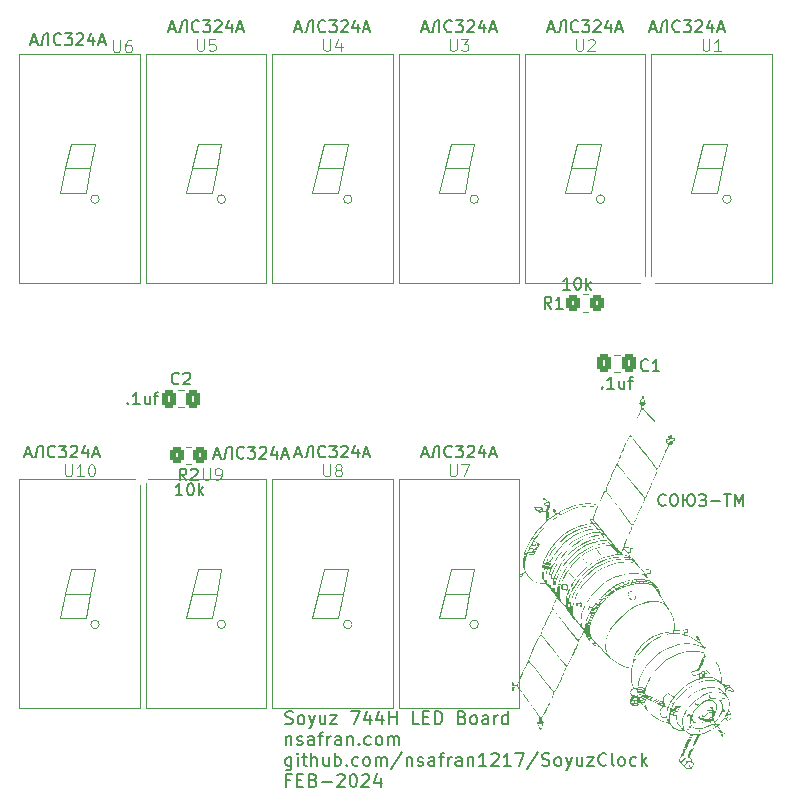
<source format=gto>
G04 #@! TF.GenerationSoftware,KiCad,Pcbnew,7.0.5*
G04 #@! TF.CreationDate,2024-02-16T17:04:07-05:00*
G04 #@! TF.ProjectId,SoyuzLedBoard,536f7975-7a4c-4656-9442-6f6172642e6b,rev?*
G04 #@! TF.SameCoordinates,Original*
G04 #@! TF.FileFunction,Legend,Top*
G04 #@! TF.FilePolarity,Positive*
%FSLAX46Y46*%
G04 Gerber Fmt 4.6, Leading zero omitted, Abs format (unit mm)*
G04 Created by KiCad (PCBNEW 7.0.5) date 2024-02-16 17:04:07*
%MOMM*%
%LPD*%
G01*
G04 APERTURE LIST*
G04 Aperture macros list*
%AMRoundRect*
0 Rectangle with rounded corners*
0 $1 Rounding radius*
0 $2 $3 $4 $5 $6 $7 $8 $9 X,Y pos of 4 corners*
0 Add a 4 corners polygon primitive as box body*
4,1,4,$2,$3,$4,$5,$6,$7,$8,$9,$2,$3,0*
0 Add four circle primitives for the rounded corners*
1,1,$1+$1,$2,$3*
1,1,$1+$1,$4,$5*
1,1,$1+$1,$6,$7*
1,1,$1+$1,$8,$9*
0 Add four rect primitives between the rounded corners*
20,1,$1+$1,$2,$3,$4,$5,0*
20,1,$1+$1,$4,$5,$6,$7,0*
20,1,$1+$1,$6,$7,$8,$9,0*
20,1,$1+$1,$8,$9,$2,$3,0*%
G04 Aperture macros list end*
%ADD10C,0.150000*%
%ADD11C,0.100000*%
%ADD12C,0.120000*%
%ADD13C,3.200000*%
%ADD14R,1.600000X1.600000*%
%ADD15C,1.600000*%
%ADD16RoundRect,0.250000X-0.350000X-0.450000X0.350000X-0.450000X0.350000X0.450000X-0.350000X0.450000X0*%
%ADD17RoundRect,0.250000X0.350000X0.450000X-0.350000X0.450000X-0.350000X-0.450000X0.350000X-0.450000X0*%
%ADD18RoundRect,0.250000X-0.337500X-0.475000X0.337500X-0.475000X0.337500X0.475000X-0.337500X0.475000X0*%
%ADD19O,1.600000X1.600000*%
%ADD20R,1.200000X1.200000*%
%ADD21C,1.200000*%
%ADD22R,1.700000X1.700000*%
%ADD23O,1.700000X1.700000*%
G04 APERTURE END LIST*
D10*
X120608207Y-64374580D02*
X120560588Y-64422200D01*
X120560588Y-64422200D02*
X120417731Y-64469819D01*
X120417731Y-64469819D02*
X120322493Y-64469819D01*
X120322493Y-64469819D02*
X120179636Y-64422200D01*
X120179636Y-64422200D02*
X120084398Y-64326961D01*
X120084398Y-64326961D02*
X120036779Y-64231723D01*
X120036779Y-64231723D02*
X119989160Y-64041247D01*
X119989160Y-64041247D02*
X119989160Y-63898390D01*
X119989160Y-63898390D02*
X120036779Y-63707914D01*
X120036779Y-63707914D02*
X120084398Y-63612676D01*
X120084398Y-63612676D02*
X120179636Y-63517438D01*
X120179636Y-63517438D02*
X120322493Y-63469819D01*
X120322493Y-63469819D02*
X120417731Y-63469819D01*
X120417731Y-63469819D02*
X120560588Y-63517438D01*
X120560588Y-63517438D02*
X120608207Y-63565057D01*
X121227255Y-63469819D02*
X121417731Y-63469819D01*
X121417731Y-63469819D02*
X121512969Y-63517438D01*
X121512969Y-63517438D02*
X121608207Y-63612676D01*
X121608207Y-63612676D02*
X121655826Y-63803152D01*
X121655826Y-63803152D02*
X121655826Y-64136485D01*
X121655826Y-64136485D02*
X121608207Y-64326961D01*
X121608207Y-64326961D02*
X121512969Y-64422200D01*
X121512969Y-64422200D02*
X121417731Y-64469819D01*
X121417731Y-64469819D02*
X121227255Y-64469819D01*
X121227255Y-64469819D02*
X121132017Y-64422200D01*
X121132017Y-64422200D02*
X121036779Y-64326961D01*
X121036779Y-64326961D02*
X120989160Y-64136485D01*
X120989160Y-64136485D02*
X120989160Y-63803152D01*
X120989160Y-63803152D02*
X121036779Y-63612676D01*
X121036779Y-63612676D02*
X121132017Y-63517438D01*
X121132017Y-63517438D02*
X121227255Y-63469819D01*
X122084398Y-63469819D02*
X122084398Y-64469819D01*
X122417731Y-63946009D02*
X122084398Y-63946009D01*
X122655826Y-63469819D02*
X122846303Y-63469819D01*
X122846303Y-63469819D02*
X122941541Y-63517438D01*
X122941541Y-63517438D02*
X123036779Y-63612676D01*
X123036779Y-63612676D02*
X123084398Y-63803152D01*
X123084398Y-63803152D02*
X123084398Y-64136485D01*
X123084398Y-64136485D02*
X123036779Y-64326961D01*
X123036779Y-64326961D02*
X122941541Y-64422200D01*
X122941541Y-64422200D02*
X122846303Y-64469819D01*
X122846303Y-64469819D02*
X122655826Y-64469819D01*
X122655826Y-64469819D02*
X122560588Y-64422200D01*
X122560588Y-64422200D02*
X122465350Y-64326961D01*
X122465350Y-64326961D02*
X122417731Y-64136485D01*
X122417731Y-64136485D02*
X122417731Y-63803152D01*
X122417731Y-63803152D02*
X122465350Y-63612676D01*
X122465350Y-63612676D02*
X122560588Y-63517438D01*
X122560588Y-63517438D02*
X122655826Y-63469819D01*
X123608207Y-63946009D02*
X123798683Y-63946009D01*
X123465350Y-63517438D02*
X123560588Y-63469819D01*
X123560588Y-63469819D02*
X123798683Y-63469819D01*
X123798683Y-63469819D02*
X123893921Y-63517438D01*
X123893921Y-63517438D02*
X123941540Y-63565057D01*
X123941540Y-63565057D02*
X123989159Y-63660295D01*
X123989159Y-63660295D02*
X123989159Y-63755533D01*
X123989159Y-63755533D02*
X123941540Y-63850771D01*
X123941540Y-63850771D02*
X123893921Y-63898390D01*
X123893921Y-63898390D02*
X123798683Y-63946009D01*
X123798683Y-63946009D02*
X123941540Y-63993628D01*
X123941540Y-63993628D02*
X123989159Y-64041247D01*
X123989159Y-64041247D02*
X124036778Y-64136485D01*
X124036778Y-64136485D02*
X124036778Y-64279342D01*
X124036778Y-64279342D02*
X123989159Y-64374580D01*
X123989159Y-64374580D02*
X123941540Y-64422200D01*
X123941540Y-64422200D02*
X123846302Y-64469819D01*
X123846302Y-64469819D02*
X123560588Y-64469819D01*
X123560588Y-64469819D02*
X123465350Y-64422200D01*
X124465350Y-64088866D02*
X125227255Y-64088866D01*
X125560588Y-63469819D02*
X126132016Y-63469819D01*
X125846302Y-64469819D02*
X125846302Y-63469819D01*
X126465350Y-64469819D02*
X126465350Y-63469819D01*
X126465350Y-63469819D02*
X126798683Y-64184104D01*
X126798683Y-64184104D02*
X127132016Y-63469819D01*
X127132016Y-63469819D02*
X127132016Y-64469819D01*
X88408207Y-82892200D02*
X88565350Y-82944580D01*
X88565350Y-82944580D02*
X88827255Y-82944580D01*
X88827255Y-82944580D02*
X88932017Y-82892200D01*
X88932017Y-82892200D02*
X88984398Y-82839819D01*
X88984398Y-82839819D02*
X89036779Y-82735057D01*
X89036779Y-82735057D02*
X89036779Y-82630295D01*
X89036779Y-82630295D02*
X88984398Y-82525533D01*
X88984398Y-82525533D02*
X88932017Y-82473152D01*
X88932017Y-82473152D02*
X88827255Y-82420771D01*
X88827255Y-82420771D02*
X88617731Y-82368390D01*
X88617731Y-82368390D02*
X88512969Y-82316009D01*
X88512969Y-82316009D02*
X88460588Y-82263628D01*
X88460588Y-82263628D02*
X88408207Y-82158866D01*
X88408207Y-82158866D02*
X88408207Y-82054104D01*
X88408207Y-82054104D02*
X88460588Y-81949342D01*
X88460588Y-81949342D02*
X88512969Y-81896961D01*
X88512969Y-81896961D02*
X88617731Y-81844580D01*
X88617731Y-81844580D02*
X88879636Y-81844580D01*
X88879636Y-81844580D02*
X89036779Y-81896961D01*
X89665350Y-82944580D02*
X89560588Y-82892200D01*
X89560588Y-82892200D02*
X89508207Y-82839819D01*
X89508207Y-82839819D02*
X89455826Y-82735057D01*
X89455826Y-82735057D02*
X89455826Y-82420771D01*
X89455826Y-82420771D02*
X89508207Y-82316009D01*
X89508207Y-82316009D02*
X89560588Y-82263628D01*
X89560588Y-82263628D02*
X89665350Y-82211247D01*
X89665350Y-82211247D02*
X89822493Y-82211247D01*
X89822493Y-82211247D02*
X89927255Y-82263628D01*
X89927255Y-82263628D02*
X89979636Y-82316009D01*
X89979636Y-82316009D02*
X90032017Y-82420771D01*
X90032017Y-82420771D02*
X90032017Y-82735057D01*
X90032017Y-82735057D02*
X89979636Y-82839819D01*
X89979636Y-82839819D02*
X89927255Y-82892200D01*
X89927255Y-82892200D02*
X89822493Y-82944580D01*
X89822493Y-82944580D02*
X89665350Y-82944580D01*
X90398683Y-82211247D02*
X90660588Y-82944580D01*
X90922493Y-82211247D02*
X90660588Y-82944580D01*
X90660588Y-82944580D02*
X90555826Y-83206485D01*
X90555826Y-83206485D02*
X90503445Y-83258866D01*
X90503445Y-83258866D02*
X90398683Y-83311247D01*
X91812969Y-82211247D02*
X91812969Y-82944580D01*
X91341540Y-82211247D02*
X91341540Y-82787438D01*
X91341540Y-82787438D02*
X91393921Y-82892200D01*
X91393921Y-82892200D02*
X91498683Y-82944580D01*
X91498683Y-82944580D02*
X91655826Y-82944580D01*
X91655826Y-82944580D02*
X91760588Y-82892200D01*
X91760588Y-82892200D02*
X91812969Y-82839819D01*
X92232016Y-82211247D02*
X92808207Y-82211247D01*
X92808207Y-82211247D02*
X92232016Y-82944580D01*
X92232016Y-82944580D02*
X92808207Y-82944580D01*
X93960587Y-81844580D02*
X94693921Y-81844580D01*
X94693921Y-81844580D02*
X94222492Y-82944580D01*
X95584397Y-82211247D02*
X95584397Y-82944580D01*
X95322492Y-81792200D02*
X95060587Y-82577914D01*
X95060587Y-82577914D02*
X95741540Y-82577914D01*
X96632016Y-82211247D02*
X96632016Y-82944580D01*
X96370111Y-81792200D02*
X96108206Y-82577914D01*
X96108206Y-82577914D02*
X96789159Y-82577914D01*
X97208206Y-82944580D02*
X97208206Y-81844580D01*
X97208206Y-82368390D02*
X97836778Y-82368390D01*
X97836778Y-82944580D02*
X97836778Y-81844580D01*
X99722492Y-82944580D02*
X99198682Y-82944580D01*
X99198682Y-82944580D02*
X99198682Y-81844580D01*
X100089158Y-82368390D02*
X100455825Y-82368390D01*
X100612968Y-82944580D02*
X100089158Y-82944580D01*
X100089158Y-82944580D02*
X100089158Y-81844580D01*
X100089158Y-81844580D02*
X100612968Y-81844580D01*
X101084396Y-82944580D02*
X101084396Y-81844580D01*
X101084396Y-81844580D02*
X101346301Y-81844580D01*
X101346301Y-81844580D02*
X101503444Y-81896961D01*
X101503444Y-81896961D02*
X101608206Y-82001723D01*
X101608206Y-82001723D02*
X101660587Y-82106485D01*
X101660587Y-82106485D02*
X101712968Y-82316009D01*
X101712968Y-82316009D02*
X101712968Y-82473152D01*
X101712968Y-82473152D02*
X101660587Y-82682676D01*
X101660587Y-82682676D02*
X101608206Y-82787438D01*
X101608206Y-82787438D02*
X101503444Y-82892200D01*
X101503444Y-82892200D02*
X101346301Y-82944580D01*
X101346301Y-82944580D02*
X101084396Y-82944580D01*
X103389158Y-82368390D02*
X103546301Y-82420771D01*
X103546301Y-82420771D02*
X103598682Y-82473152D01*
X103598682Y-82473152D02*
X103651063Y-82577914D01*
X103651063Y-82577914D02*
X103651063Y-82735057D01*
X103651063Y-82735057D02*
X103598682Y-82839819D01*
X103598682Y-82839819D02*
X103546301Y-82892200D01*
X103546301Y-82892200D02*
X103441539Y-82944580D01*
X103441539Y-82944580D02*
X103022491Y-82944580D01*
X103022491Y-82944580D02*
X103022491Y-81844580D01*
X103022491Y-81844580D02*
X103389158Y-81844580D01*
X103389158Y-81844580D02*
X103493920Y-81896961D01*
X103493920Y-81896961D02*
X103546301Y-81949342D01*
X103546301Y-81949342D02*
X103598682Y-82054104D01*
X103598682Y-82054104D02*
X103598682Y-82158866D01*
X103598682Y-82158866D02*
X103546301Y-82263628D01*
X103546301Y-82263628D02*
X103493920Y-82316009D01*
X103493920Y-82316009D02*
X103389158Y-82368390D01*
X103389158Y-82368390D02*
X103022491Y-82368390D01*
X104279634Y-82944580D02*
X104174872Y-82892200D01*
X104174872Y-82892200D02*
X104122491Y-82839819D01*
X104122491Y-82839819D02*
X104070110Y-82735057D01*
X104070110Y-82735057D02*
X104070110Y-82420771D01*
X104070110Y-82420771D02*
X104122491Y-82316009D01*
X104122491Y-82316009D02*
X104174872Y-82263628D01*
X104174872Y-82263628D02*
X104279634Y-82211247D01*
X104279634Y-82211247D02*
X104436777Y-82211247D01*
X104436777Y-82211247D02*
X104541539Y-82263628D01*
X104541539Y-82263628D02*
X104593920Y-82316009D01*
X104593920Y-82316009D02*
X104646301Y-82420771D01*
X104646301Y-82420771D02*
X104646301Y-82735057D01*
X104646301Y-82735057D02*
X104593920Y-82839819D01*
X104593920Y-82839819D02*
X104541539Y-82892200D01*
X104541539Y-82892200D02*
X104436777Y-82944580D01*
X104436777Y-82944580D02*
X104279634Y-82944580D01*
X105589158Y-82944580D02*
X105589158Y-82368390D01*
X105589158Y-82368390D02*
X105536777Y-82263628D01*
X105536777Y-82263628D02*
X105432015Y-82211247D01*
X105432015Y-82211247D02*
X105222491Y-82211247D01*
X105222491Y-82211247D02*
X105117729Y-82263628D01*
X105589158Y-82892200D02*
X105484396Y-82944580D01*
X105484396Y-82944580D02*
X105222491Y-82944580D01*
X105222491Y-82944580D02*
X105117729Y-82892200D01*
X105117729Y-82892200D02*
X105065348Y-82787438D01*
X105065348Y-82787438D02*
X105065348Y-82682676D01*
X105065348Y-82682676D02*
X105117729Y-82577914D01*
X105117729Y-82577914D02*
X105222491Y-82525533D01*
X105222491Y-82525533D02*
X105484396Y-82525533D01*
X105484396Y-82525533D02*
X105589158Y-82473152D01*
X106112967Y-82944580D02*
X106112967Y-82211247D01*
X106112967Y-82420771D02*
X106165348Y-82316009D01*
X106165348Y-82316009D02*
X106217729Y-82263628D01*
X106217729Y-82263628D02*
X106322491Y-82211247D01*
X106322491Y-82211247D02*
X106427253Y-82211247D01*
X107265348Y-82944580D02*
X107265348Y-81844580D01*
X107265348Y-82892200D02*
X107160586Y-82944580D01*
X107160586Y-82944580D02*
X106951062Y-82944580D01*
X106951062Y-82944580D02*
X106846300Y-82892200D01*
X106846300Y-82892200D02*
X106793919Y-82839819D01*
X106793919Y-82839819D02*
X106741538Y-82735057D01*
X106741538Y-82735057D02*
X106741538Y-82420771D01*
X106741538Y-82420771D02*
X106793919Y-82316009D01*
X106793919Y-82316009D02*
X106846300Y-82263628D01*
X106846300Y-82263628D02*
X106951062Y-82211247D01*
X106951062Y-82211247D02*
X107160586Y-82211247D01*
X107160586Y-82211247D02*
X107265348Y-82263628D01*
X88460588Y-83982247D02*
X88460588Y-84715580D01*
X88460588Y-84087009D02*
X88512969Y-84034628D01*
X88512969Y-84034628D02*
X88617731Y-83982247D01*
X88617731Y-83982247D02*
X88774874Y-83982247D01*
X88774874Y-83982247D02*
X88879636Y-84034628D01*
X88879636Y-84034628D02*
X88932017Y-84139390D01*
X88932017Y-84139390D02*
X88932017Y-84715580D01*
X89403445Y-84663200D02*
X89508207Y-84715580D01*
X89508207Y-84715580D02*
X89717731Y-84715580D01*
X89717731Y-84715580D02*
X89822493Y-84663200D01*
X89822493Y-84663200D02*
X89874874Y-84558438D01*
X89874874Y-84558438D02*
X89874874Y-84506057D01*
X89874874Y-84506057D02*
X89822493Y-84401295D01*
X89822493Y-84401295D02*
X89717731Y-84348914D01*
X89717731Y-84348914D02*
X89560588Y-84348914D01*
X89560588Y-84348914D02*
X89455826Y-84296533D01*
X89455826Y-84296533D02*
X89403445Y-84191771D01*
X89403445Y-84191771D02*
X89403445Y-84139390D01*
X89403445Y-84139390D02*
X89455826Y-84034628D01*
X89455826Y-84034628D02*
X89560588Y-83982247D01*
X89560588Y-83982247D02*
X89717731Y-83982247D01*
X89717731Y-83982247D02*
X89822493Y-84034628D01*
X90817731Y-84715580D02*
X90817731Y-84139390D01*
X90817731Y-84139390D02*
X90765350Y-84034628D01*
X90765350Y-84034628D02*
X90660588Y-83982247D01*
X90660588Y-83982247D02*
X90451064Y-83982247D01*
X90451064Y-83982247D02*
X90346302Y-84034628D01*
X90817731Y-84663200D02*
X90712969Y-84715580D01*
X90712969Y-84715580D02*
X90451064Y-84715580D01*
X90451064Y-84715580D02*
X90346302Y-84663200D01*
X90346302Y-84663200D02*
X90293921Y-84558438D01*
X90293921Y-84558438D02*
X90293921Y-84453676D01*
X90293921Y-84453676D02*
X90346302Y-84348914D01*
X90346302Y-84348914D02*
X90451064Y-84296533D01*
X90451064Y-84296533D02*
X90712969Y-84296533D01*
X90712969Y-84296533D02*
X90817731Y-84244152D01*
X91184397Y-83982247D02*
X91603445Y-83982247D01*
X91341540Y-84715580D02*
X91341540Y-83772723D01*
X91341540Y-83772723D02*
X91393921Y-83667961D01*
X91393921Y-83667961D02*
X91498683Y-83615580D01*
X91498683Y-83615580D02*
X91603445Y-83615580D01*
X91970111Y-84715580D02*
X91970111Y-83982247D01*
X91970111Y-84191771D02*
X92022492Y-84087009D01*
X92022492Y-84087009D02*
X92074873Y-84034628D01*
X92074873Y-84034628D02*
X92179635Y-83982247D01*
X92179635Y-83982247D02*
X92284397Y-83982247D01*
X93122492Y-84715580D02*
X93122492Y-84139390D01*
X93122492Y-84139390D02*
X93070111Y-84034628D01*
X93070111Y-84034628D02*
X92965349Y-83982247D01*
X92965349Y-83982247D02*
X92755825Y-83982247D01*
X92755825Y-83982247D02*
X92651063Y-84034628D01*
X93122492Y-84663200D02*
X93017730Y-84715580D01*
X93017730Y-84715580D02*
X92755825Y-84715580D01*
X92755825Y-84715580D02*
X92651063Y-84663200D01*
X92651063Y-84663200D02*
X92598682Y-84558438D01*
X92598682Y-84558438D02*
X92598682Y-84453676D01*
X92598682Y-84453676D02*
X92651063Y-84348914D01*
X92651063Y-84348914D02*
X92755825Y-84296533D01*
X92755825Y-84296533D02*
X93017730Y-84296533D01*
X93017730Y-84296533D02*
X93122492Y-84244152D01*
X93646301Y-83982247D02*
X93646301Y-84715580D01*
X93646301Y-84087009D02*
X93698682Y-84034628D01*
X93698682Y-84034628D02*
X93803444Y-83982247D01*
X93803444Y-83982247D02*
X93960587Y-83982247D01*
X93960587Y-83982247D02*
X94065349Y-84034628D01*
X94065349Y-84034628D02*
X94117730Y-84139390D01*
X94117730Y-84139390D02*
X94117730Y-84715580D01*
X94641539Y-84610819D02*
X94693920Y-84663200D01*
X94693920Y-84663200D02*
X94641539Y-84715580D01*
X94641539Y-84715580D02*
X94589158Y-84663200D01*
X94589158Y-84663200D02*
X94641539Y-84610819D01*
X94641539Y-84610819D02*
X94641539Y-84715580D01*
X95636778Y-84663200D02*
X95532016Y-84715580D01*
X95532016Y-84715580D02*
X95322492Y-84715580D01*
X95322492Y-84715580D02*
X95217730Y-84663200D01*
X95217730Y-84663200D02*
X95165349Y-84610819D01*
X95165349Y-84610819D02*
X95112968Y-84506057D01*
X95112968Y-84506057D02*
X95112968Y-84191771D01*
X95112968Y-84191771D02*
X95165349Y-84087009D01*
X95165349Y-84087009D02*
X95217730Y-84034628D01*
X95217730Y-84034628D02*
X95322492Y-83982247D01*
X95322492Y-83982247D02*
X95532016Y-83982247D01*
X95532016Y-83982247D02*
X95636778Y-84034628D01*
X96265349Y-84715580D02*
X96160587Y-84663200D01*
X96160587Y-84663200D02*
X96108206Y-84610819D01*
X96108206Y-84610819D02*
X96055825Y-84506057D01*
X96055825Y-84506057D02*
X96055825Y-84191771D01*
X96055825Y-84191771D02*
X96108206Y-84087009D01*
X96108206Y-84087009D02*
X96160587Y-84034628D01*
X96160587Y-84034628D02*
X96265349Y-83982247D01*
X96265349Y-83982247D02*
X96422492Y-83982247D01*
X96422492Y-83982247D02*
X96527254Y-84034628D01*
X96527254Y-84034628D02*
X96579635Y-84087009D01*
X96579635Y-84087009D02*
X96632016Y-84191771D01*
X96632016Y-84191771D02*
X96632016Y-84506057D01*
X96632016Y-84506057D02*
X96579635Y-84610819D01*
X96579635Y-84610819D02*
X96527254Y-84663200D01*
X96527254Y-84663200D02*
X96422492Y-84715580D01*
X96422492Y-84715580D02*
X96265349Y-84715580D01*
X97103444Y-84715580D02*
X97103444Y-83982247D01*
X97103444Y-84087009D02*
X97155825Y-84034628D01*
X97155825Y-84034628D02*
X97260587Y-83982247D01*
X97260587Y-83982247D02*
X97417730Y-83982247D01*
X97417730Y-83982247D02*
X97522492Y-84034628D01*
X97522492Y-84034628D02*
X97574873Y-84139390D01*
X97574873Y-84139390D02*
X97574873Y-84715580D01*
X97574873Y-84139390D02*
X97627254Y-84034628D01*
X97627254Y-84034628D02*
X97732016Y-83982247D01*
X97732016Y-83982247D02*
X97889159Y-83982247D01*
X97889159Y-83982247D02*
X97993920Y-84034628D01*
X97993920Y-84034628D02*
X98046301Y-84139390D01*
X98046301Y-84139390D02*
X98046301Y-84715580D01*
X88932017Y-85753247D02*
X88932017Y-86643723D01*
X88932017Y-86643723D02*
X88879636Y-86748485D01*
X88879636Y-86748485D02*
X88827255Y-86800866D01*
X88827255Y-86800866D02*
X88722493Y-86853247D01*
X88722493Y-86853247D02*
X88565350Y-86853247D01*
X88565350Y-86853247D02*
X88460588Y-86800866D01*
X88932017Y-86434200D02*
X88827255Y-86486580D01*
X88827255Y-86486580D02*
X88617731Y-86486580D01*
X88617731Y-86486580D02*
X88512969Y-86434200D01*
X88512969Y-86434200D02*
X88460588Y-86381819D01*
X88460588Y-86381819D02*
X88408207Y-86277057D01*
X88408207Y-86277057D02*
X88408207Y-85962771D01*
X88408207Y-85962771D02*
X88460588Y-85858009D01*
X88460588Y-85858009D02*
X88512969Y-85805628D01*
X88512969Y-85805628D02*
X88617731Y-85753247D01*
X88617731Y-85753247D02*
X88827255Y-85753247D01*
X88827255Y-85753247D02*
X88932017Y-85805628D01*
X89455826Y-86486580D02*
X89455826Y-85753247D01*
X89455826Y-85386580D02*
X89403445Y-85438961D01*
X89403445Y-85438961D02*
X89455826Y-85491342D01*
X89455826Y-85491342D02*
X89508207Y-85438961D01*
X89508207Y-85438961D02*
X89455826Y-85386580D01*
X89455826Y-85386580D02*
X89455826Y-85491342D01*
X89822493Y-85753247D02*
X90241541Y-85753247D01*
X89979636Y-85386580D02*
X89979636Y-86329438D01*
X89979636Y-86329438D02*
X90032017Y-86434200D01*
X90032017Y-86434200D02*
X90136779Y-86486580D01*
X90136779Y-86486580D02*
X90241541Y-86486580D01*
X90608207Y-86486580D02*
X90608207Y-85386580D01*
X91079636Y-86486580D02*
X91079636Y-85910390D01*
X91079636Y-85910390D02*
X91027255Y-85805628D01*
X91027255Y-85805628D02*
X90922493Y-85753247D01*
X90922493Y-85753247D02*
X90765350Y-85753247D01*
X90765350Y-85753247D02*
X90660588Y-85805628D01*
X90660588Y-85805628D02*
X90608207Y-85858009D01*
X92074874Y-85753247D02*
X92074874Y-86486580D01*
X91603445Y-85753247D02*
X91603445Y-86329438D01*
X91603445Y-86329438D02*
X91655826Y-86434200D01*
X91655826Y-86434200D02*
X91760588Y-86486580D01*
X91760588Y-86486580D02*
X91917731Y-86486580D01*
X91917731Y-86486580D02*
X92022493Y-86434200D01*
X92022493Y-86434200D02*
X92074874Y-86381819D01*
X92598683Y-86486580D02*
X92598683Y-85386580D01*
X92598683Y-85805628D02*
X92703445Y-85753247D01*
X92703445Y-85753247D02*
X92912969Y-85753247D01*
X92912969Y-85753247D02*
X93017731Y-85805628D01*
X93017731Y-85805628D02*
X93070112Y-85858009D01*
X93070112Y-85858009D02*
X93122493Y-85962771D01*
X93122493Y-85962771D02*
X93122493Y-86277057D01*
X93122493Y-86277057D02*
X93070112Y-86381819D01*
X93070112Y-86381819D02*
X93017731Y-86434200D01*
X93017731Y-86434200D02*
X92912969Y-86486580D01*
X92912969Y-86486580D02*
X92703445Y-86486580D01*
X92703445Y-86486580D02*
X92598683Y-86434200D01*
X93593921Y-86381819D02*
X93646302Y-86434200D01*
X93646302Y-86434200D02*
X93593921Y-86486580D01*
X93593921Y-86486580D02*
X93541540Y-86434200D01*
X93541540Y-86434200D02*
X93593921Y-86381819D01*
X93593921Y-86381819D02*
X93593921Y-86486580D01*
X94589160Y-86434200D02*
X94484398Y-86486580D01*
X94484398Y-86486580D02*
X94274874Y-86486580D01*
X94274874Y-86486580D02*
X94170112Y-86434200D01*
X94170112Y-86434200D02*
X94117731Y-86381819D01*
X94117731Y-86381819D02*
X94065350Y-86277057D01*
X94065350Y-86277057D02*
X94065350Y-85962771D01*
X94065350Y-85962771D02*
X94117731Y-85858009D01*
X94117731Y-85858009D02*
X94170112Y-85805628D01*
X94170112Y-85805628D02*
X94274874Y-85753247D01*
X94274874Y-85753247D02*
X94484398Y-85753247D01*
X94484398Y-85753247D02*
X94589160Y-85805628D01*
X95217731Y-86486580D02*
X95112969Y-86434200D01*
X95112969Y-86434200D02*
X95060588Y-86381819D01*
X95060588Y-86381819D02*
X95008207Y-86277057D01*
X95008207Y-86277057D02*
X95008207Y-85962771D01*
X95008207Y-85962771D02*
X95060588Y-85858009D01*
X95060588Y-85858009D02*
X95112969Y-85805628D01*
X95112969Y-85805628D02*
X95217731Y-85753247D01*
X95217731Y-85753247D02*
X95374874Y-85753247D01*
X95374874Y-85753247D02*
X95479636Y-85805628D01*
X95479636Y-85805628D02*
X95532017Y-85858009D01*
X95532017Y-85858009D02*
X95584398Y-85962771D01*
X95584398Y-85962771D02*
X95584398Y-86277057D01*
X95584398Y-86277057D02*
X95532017Y-86381819D01*
X95532017Y-86381819D02*
X95479636Y-86434200D01*
X95479636Y-86434200D02*
X95374874Y-86486580D01*
X95374874Y-86486580D02*
X95217731Y-86486580D01*
X96055826Y-86486580D02*
X96055826Y-85753247D01*
X96055826Y-85858009D02*
X96108207Y-85805628D01*
X96108207Y-85805628D02*
X96212969Y-85753247D01*
X96212969Y-85753247D02*
X96370112Y-85753247D01*
X96370112Y-85753247D02*
X96474874Y-85805628D01*
X96474874Y-85805628D02*
X96527255Y-85910390D01*
X96527255Y-85910390D02*
X96527255Y-86486580D01*
X96527255Y-85910390D02*
X96579636Y-85805628D01*
X96579636Y-85805628D02*
X96684398Y-85753247D01*
X96684398Y-85753247D02*
X96841541Y-85753247D01*
X96841541Y-85753247D02*
X96946302Y-85805628D01*
X96946302Y-85805628D02*
X96998683Y-85910390D01*
X96998683Y-85910390D02*
X96998683Y-86486580D01*
X98308208Y-85334200D02*
X97365350Y-86748485D01*
X98674874Y-85753247D02*
X98674874Y-86486580D01*
X98674874Y-85858009D02*
X98727255Y-85805628D01*
X98727255Y-85805628D02*
X98832017Y-85753247D01*
X98832017Y-85753247D02*
X98989160Y-85753247D01*
X98989160Y-85753247D02*
X99093922Y-85805628D01*
X99093922Y-85805628D02*
X99146303Y-85910390D01*
X99146303Y-85910390D02*
X99146303Y-86486580D01*
X99617731Y-86434200D02*
X99722493Y-86486580D01*
X99722493Y-86486580D02*
X99932017Y-86486580D01*
X99932017Y-86486580D02*
X100036779Y-86434200D01*
X100036779Y-86434200D02*
X100089160Y-86329438D01*
X100089160Y-86329438D02*
X100089160Y-86277057D01*
X100089160Y-86277057D02*
X100036779Y-86172295D01*
X100036779Y-86172295D02*
X99932017Y-86119914D01*
X99932017Y-86119914D02*
X99774874Y-86119914D01*
X99774874Y-86119914D02*
X99670112Y-86067533D01*
X99670112Y-86067533D02*
X99617731Y-85962771D01*
X99617731Y-85962771D02*
X99617731Y-85910390D01*
X99617731Y-85910390D02*
X99670112Y-85805628D01*
X99670112Y-85805628D02*
X99774874Y-85753247D01*
X99774874Y-85753247D02*
X99932017Y-85753247D01*
X99932017Y-85753247D02*
X100036779Y-85805628D01*
X101032017Y-86486580D02*
X101032017Y-85910390D01*
X101032017Y-85910390D02*
X100979636Y-85805628D01*
X100979636Y-85805628D02*
X100874874Y-85753247D01*
X100874874Y-85753247D02*
X100665350Y-85753247D01*
X100665350Y-85753247D02*
X100560588Y-85805628D01*
X101032017Y-86434200D02*
X100927255Y-86486580D01*
X100927255Y-86486580D02*
X100665350Y-86486580D01*
X100665350Y-86486580D02*
X100560588Y-86434200D01*
X100560588Y-86434200D02*
X100508207Y-86329438D01*
X100508207Y-86329438D02*
X100508207Y-86224676D01*
X100508207Y-86224676D02*
X100560588Y-86119914D01*
X100560588Y-86119914D02*
X100665350Y-86067533D01*
X100665350Y-86067533D02*
X100927255Y-86067533D01*
X100927255Y-86067533D02*
X101032017Y-86015152D01*
X101398683Y-85753247D02*
X101817731Y-85753247D01*
X101555826Y-86486580D02*
X101555826Y-85543723D01*
X101555826Y-85543723D02*
X101608207Y-85438961D01*
X101608207Y-85438961D02*
X101712969Y-85386580D01*
X101712969Y-85386580D02*
X101817731Y-85386580D01*
X102184397Y-86486580D02*
X102184397Y-85753247D01*
X102184397Y-85962771D02*
X102236778Y-85858009D01*
X102236778Y-85858009D02*
X102289159Y-85805628D01*
X102289159Y-85805628D02*
X102393921Y-85753247D01*
X102393921Y-85753247D02*
X102498683Y-85753247D01*
X103336778Y-86486580D02*
X103336778Y-85910390D01*
X103336778Y-85910390D02*
X103284397Y-85805628D01*
X103284397Y-85805628D02*
X103179635Y-85753247D01*
X103179635Y-85753247D02*
X102970111Y-85753247D01*
X102970111Y-85753247D02*
X102865349Y-85805628D01*
X103336778Y-86434200D02*
X103232016Y-86486580D01*
X103232016Y-86486580D02*
X102970111Y-86486580D01*
X102970111Y-86486580D02*
X102865349Y-86434200D01*
X102865349Y-86434200D02*
X102812968Y-86329438D01*
X102812968Y-86329438D02*
X102812968Y-86224676D01*
X102812968Y-86224676D02*
X102865349Y-86119914D01*
X102865349Y-86119914D02*
X102970111Y-86067533D01*
X102970111Y-86067533D02*
X103232016Y-86067533D01*
X103232016Y-86067533D02*
X103336778Y-86015152D01*
X103860587Y-85753247D02*
X103860587Y-86486580D01*
X103860587Y-85858009D02*
X103912968Y-85805628D01*
X103912968Y-85805628D02*
X104017730Y-85753247D01*
X104017730Y-85753247D02*
X104174873Y-85753247D01*
X104174873Y-85753247D02*
X104279635Y-85805628D01*
X104279635Y-85805628D02*
X104332016Y-85910390D01*
X104332016Y-85910390D02*
X104332016Y-86486580D01*
X105432016Y-86486580D02*
X104803444Y-86486580D01*
X105117730Y-86486580D02*
X105117730Y-85386580D01*
X105117730Y-85386580D02*
X105012968Y-85543723D01*
X105012968Y-85543723D02*
X104908206Y-85648485D01*
X104908206Y-85648485D02*
X104803444Y-85700866D01*
X105851063Y-85491342D02*
X105903444Y-85438961D01*
X105903444Y-85438961D02*
X106008206Y-85386580D01*
X106008206Y-85386580D02*
X106270111Y-85386580D01*
X106270111Y-85386580D02*
X106374873Y-85438961D01*
X106374873Y-85438961D02*
X106427254Y-85491342D01*
X106427254Y-85491342D02*
X106479635Y-85596104D01*
X106479635Y-85596104D02*
X106479635Y-85700866D01*
X106479635Y-85700866D02*
X106427254Y-85858009D01*
X106427254Y-85858009D02*
X105798682Y-86486580D01*
X105798682Y-86486580D02*
X106479635Y-86486580D01*
X107527254Y-86486580D02*
X106898682Y-86486580D01*
X107212968Y-86486580D02*
X107212968Y-85386580D01*
X107212968Y-85386580D02*
X107108206Y-85543723D01*
X107108206Y-85543723D02*
X107003444Y-85648485D01*
X107003444Y-85648485D02*
X106898682Y-85700866D01*
X107893920Y-85386580D02*
X108627254Y-85386580D01*
X108627254Y-85386580D02*
X108155825Y-86486580D01*
X109832016Y-85334200D02*
X108889158Y-86748485D01*
X110146301Y-86434200D02*
X110303444Y-86486580D01*
X110303444Y-86486580D02*
X110565349Y-86486580D01*
X110565349Y-86486580D02*
X110670111Y-86434200D01*
X110670111Y-86434200D02*
X110722492Y-86381819D01*
X110722492Y-86381819D02*
X110774873Y-86277057D01*
X110774873Y-86277057D02*
X110774873Y-86172295D01*
X110774873Y-86172295D02*
X110722492Y-86067533D01*
X110722492Y-86067533D02*
X110670111Y-86015152D01*
X110670111Y-86015152D02*
X110565349Y-85962771D01*
X110565349Y-85962771D02*
X110355825Y-85910390D01*
X110355825Y-85910390D02*
X110251063Y-85858009D01*
X110251063Y-85858009D02*
X110198682Y-85805628D01*
X110198682Y-85805628D02*
X110146301Y-85700866D01*
X110146301Y-85700866D02*
X110146301Y-85596104D01*
X110146301Y-85596104D02*
X110198682Y-85491342D01*
X110198682Y-85491342D02*
X110251063Y-85438961D01*
X110251063Y-85438961D02*
X110355825Y-85386580D01*
X110355825Y-85386580D02*
X110617730Y-85386580D01*
X110617730Y-85386580D02*
X110774873Y-85438961D01*
X111403444Y-86486580D02*
X111298682Y-86434200D01*
X111298682Y-86434200D02*
X111246301Y-86381819D01*
X111246301Y-86381819D02*
X111193920Y-86277057D01*
X111193920Y-86277057D02*
X111193920Y-85962771D01*
X111193920Y-85962771D02*
X111246301Y-85858009D01*
X111246301Y-85858009D02*
X111298682Y-85805628D01*
X111298682Y-85805628D02*
X111403444Y-85753247D01*
X111403444Y-85753247D02*
X111560587Y-85753247D01*
X111560587Y-85753247D02*
X111665349Y-85805628D01*
X111665349Y-85805628D02*
X111717730Y-85858009D01*
X111717730Y-85858009D02*
X111770111Y-85962771D01*
X111770111Y-85962771D02*
X111770111Y-86277057D01*
X111770111Y-86277057D02*
X111717730Y-86381819D01*
X111717730Y-86381819D02*
X111665349Y-86434200D01*
X111665349Y-86434200D02*
X111560587Y-86486580D01*
X111560587Y-86486580D02*
X111403444Y-86486580D01*
X112136777Y-85753247D02*
X112398682Y-86486580D01*
X112660587Y-85753247D02*
X112398682Y-86486580D01*
X112398682Y-86486580D02*
X112293920Y-86748485D01*
X112293920Y-86748485D02*
X112241539Y-86800866D01*
X112241539Y-86800866D02*
X112136777Y-86853247D01*
X113551063Y-85753247D02*
X113551063Y-86486580D01*
X113079634Y-85753247D02*
X113079634Y-86329438D01*
X113079634Y-86329438D02*
X113132015Y-86434200D01*
X113132015Y-86434200D02*
X113236777Y-86486580D01*
X113236777Y-86486580D02*
X113393920Y-86486580D01*
X113393920Y-86486580D02*
X113498682Y-86434200D01*
X113498682Y-86434200D02*
X113551063Y-86381819D01*
X113970110Y-85753247D02*
X114546301Y-85753247D01*
X114546301Y-85753247D02*
X113970110Y-86486580D01*
X113970110Y-86486580D02*
X114546301Y-86486580D01*
X115593920Y-86381819D02*
X115541539Y-86434200D01*
X115541539Y-86434200D02*
X115384396Y-86486580D01*
X115384396Y-86486580D02*
X115279634Y-86486580D01*
X115279634Y-86486580D02*
X115122491Y-86434200D01*
X115122491Y-86434200D02*
X115017729Y-86329438D01*
X115017729Y-86329438D02*
X114965348Y-86224676D01*
X114965348Y-86224676D02*
X114912967Y-86015152D01*
X114912967Y-86015152D02*
X114912967Y-85858009D01*
X114912967Y-85858009D02*
X114965348Y-85648485D01*
X114965348Y-85648485D02*
X115017729Y-85543723D01*
X115017729Y-85543723D02*
X115122491Y-85438961D01*
X115122491Y-85438961D02*
X115279634Y-85386580D01*
X115279634Y-85386580D02*
X115384396Y-85386580D01*
X115384396Y-85386580D02*
X115541539Y-85438961D01*
X115541539Y-85438961D02*
X115593920Y-85491342D01*
X116222491Y-86486580D02*
X116117729Y-86434200D01*
X116117729Y-86434200D02*
X116065348Y-86329438D01*
X116065348Y-86329438D02*
X116065348Y-85386580D01*
X116798681Y-86486580D02*
X116693919Y-86434200D01*
X116693919Y-86434200D02*
X116641538Y-86381819D01*
X116641538Y-86381819D02*
X116589157Y-86277057D01*
X116589157Y-86277057D02*
X116589157Y-85962771D01*
X116589157Y-85962771D02*
X116641538Y-85858009D01*
X116641538Y-85858009D02*
X116693919Y-85805628D01*
X116693919Y-85805628D02*
X116798681Y-85753247D01*
X116798681Y-85753247D02*
X116955824Y-85753247D01*
X116955824Y-85753247D02*
X117060586Y-85805628D01*
X117060586Y-85805628D02*
X117112967Y-85858009D01*
X117112967Y-85858009D02*
X117165348Y-85962771D01*
X117165348Y-85962771D02*
X117165348Y-86277057D01*
X117165348Y-86277057D02*
X117112967Y-86381819D01*
X117112967Y-86381819D02*
X117060586Y-86434200D01*
X117060586Y-86434200D02*
X116955824Y-86486580D01*
X116955824Y-86486580D02*
X116798681Y-86486580D01*
X118108205Y-86434200D02*
X118003443Y-86486580D01*
X118003443Y-86486580D02*
X117793919Y-86486580D01*
X117793919Y-86486580D02*
X117689157Y-86434200D01*
X117689157Y-86434200D02*
X117636776Y-86381819D01*
X117636776Y-86381819D02*
X117584395Y-86277057D01*
X117584395Y-86277057D02*
X117584395Y-85962771D01*
X117584395Y-85962771D02*
X117636776Y-85858009D01*
X117636776Y-85858009D02*
X117689157Y-85805628D01*
X117689157Y-85805628D02*
X117793919Y-85753247D01*
X117793919Y-85753247D02*
X118003443Y-85753247D01*
X118003443Y-85753247D02*
X118108205Y-85805628D01*
X118579633Y-86486580D02*
X118579633Y-85386580D01*
X118684395Y-86067533D02*
X118998681Y-86486580D01*
X118998681Y-85753247D02*
X118579633Y-86172295D01*
X88827255Y-87681390D02*
X88460588Y-87681390D01*
X88460588Y-88257580D02*
X88460588Y-87157580D01*
X88460588Y-87157580D02*
X88984398Y-87157580D01*
X89403445Y-87681390D02*
X89770112Y-87681390D01*
X89927255Y-88257580D02*
X89403445Y-88257580D01*
X89403445Y-88257580D02*
X89403445Y-87157580D01*
X89403445Y-87157580D02*
X89927255Y-87157580D01*
X90765350Y-87681390D02*
X90922493Y-87733771D01*
X90922493Y-87733771D02*
X90974874Y-87786152D01*
X90974874Y-87786152D02*
X91027255Y-87890914D01*
X91027255Y-87890914D02*
X91027255Y-88048057D01*
X91027255Y-88048057D02*
X90974874Y-88152819D01*
X90974874Y-88152819D02*
X90922493Y-88205200D01*
X90922493Y-88205200D02*
X90817731Y-88257580D01*
X90817731Y-88257580D02*
X90398683Y-88257580D01*
X90398683Y-88257580D02*
X90398683Y-87157580D01*
X90398683Y-87157580D02*
X90765350Y-87157580D01*
X90765350Y-87157580D02*
X90870112Y-87209961D01*
X90870112Y-87209961D02*
X90922493Y-87262342D01*
X90922493Y-87262342D02*
X90974874Y-87367104D01*
X90974874Y-87367104D02*
X90974874Y-87471866D01*
X90974874Y-87471866D02*
X90922493Y-87576628D01*
X90922493Y-87576628D02*
X90870112Y-87629009D01*
X90870112Y-87629009D02*
X90765350Y-87681390D01*
X90765350Y-87681390D02*
X90398683Y-87681390D01*
X91498683Y-87838533D02*
X92336779Y-87838533D01*
X92808207Y-87262342D02*
X92860588Y-87209961D01*
X92860588Y-87209961D02*
X92965350Y-87157580D01*
X92965350Y-87157580D02*
X93227255Y-87157580D01*
X93227255Y-87157580D02*
X93332017Y-87209961D01*
X93332017Y-87209961D02*
X93384398Y-87262342D01*
X93384398Y-87262342D02*
X93436779Y-87367104D01*
X93436779Y-87367104D02*
X93436779Y-87471866D01*
X93436779Y-87471866D02*
X93384398Y-87629009D01*
X93384398Y-87629009D02*
X92755826Y-88257580D01*
X92755826Y-88257580D02*
X93436779Y-88257580D01*
X94117731Y-87157580D02*
X94222493Y-87157580D01*
X94222493Y-87157580D02*
X94327255Y-87209961D01*
X94327255Y-87209961D02*
X94379636Y-87262342D01*
X94379636Y-87262342D02*
X94432017Y-87367104D01*
X94432017Y-87367104D02*
X94484398Y-87576628D01*
X94484398Y-87576628D02*
X94484398Y-87838533D01*
X94484398Y-87838533D02*
X94432017Y-88048057D01*
X94432017Y-88048057D02*
X94379636Y-88152819D01*
X94379636Y-88152819D02*
X94327255Y-88205200D01*
X94327255Y-88205200D02*
X94222493Y-88257580D01*
X94222493Y-88257580D02*
X94117731Y-88257580D01*
X94117731Y-88257580D02*
X94012969Y-88205200D01*
X94012969Y-88205200D02*
X93960588Y-88152819D01*
X93960588Y-88152819D02*
X93908207Y-88048057D01*
X93908207Y-88048057D02*
X93855826Y-87838533D01*
X93855826Y-87838533D02*
X93855826Y-87576628D01*
X93855826Y-87576628D02*
X93908207Y-87367104D01*
X93908207Y-87367104D02*
X93960588Y-87262342D01*
X93960588Y-87262342D02*
X94012969Y-87209961D01*
X94012969Y-87209961D02*
X94117731Y-87157580D01*
X94903445Y-87262342D02*
X94955826Y-87209961D01*
X94955826Y-87209961D02*
X95060588Y-87157580D01*
X95060588Y-87157580D02*
X95322493Y-87157580D01*
X95322493Y-87157580D02*
X95427255Y-87209961D01*
X95427255Y-87209961D02*
X95479636Y-87262342D01*
X95479636Y-87262342D02*
X95532017Y-87367104D01*
X95532017Y-87367104D02*
X95532017Y-87471866D01*
X95532017Y-87471866D02*
X95479636Y-87629009D01*
X95479636Y-87629009D02*
X94851064Y-88257580D01*
X94851064Y-88257580D02*
X95532017Y-88257580D01*
X96474874Y-87524247D02*
X96474874Y-88257580D01*
X96212969Y-87105200D02*
X95951064Y-87890914D01*
X95951064Y-87890914D02*
X96632017Y-87890914D01*
D11*
X123738095Y-24957419D02*
X123738095Y-25766942D01*
X123738095Y-25766942D02*
X123785714Y-25862180D01*
X123785714Y-25862180D02*
X123833333Y-25909800D01*
X123833333Y-25909800D02*
X123928571Y-25957419D01*
X123928571Y-25957419D02*
X124119047Y-25957419D01*
X124119047Y-25957419D02*
X124214285Y-25909800D01*
X124214285Y-25909800D02*
X124261904Y-25862180D01*
X124261904Y-25862180D02*
X124309523Y-25766942D01*
X124309523Y-25766942D02*
X124309523Y-24957419D01*
X125309523Y-25957419D02*
X124738095Y-25957419D01*
X125023809Y-25957419D02*
X125023809Y-24957419D01*
X125023809Y-24957419D02*
X124928571Y-25100276D01*
X124928571Y-25100276D02*
X124833333Y-25195514D01*
X124833333Y-25195514D02*
X124738095Y-25243133D01*
D10*
X119280952Y-24069104D02*
X119757142Y-24069104D01*
X119185714Y-24354819D02*
X119519047Y-23354819D01*
X119519047Y-23354819D02*
X119852380Y-24354819D01*
X120757142Y-24354819D02*
X120757142Y-23354819D01*
X120757142Y-23354819D02*
X120614285Y-23354819D01*
X120614285Y-23354819D02*
X120471428Y-23402438D01*
X120471428Y-23402438D02*
X120376190Y-23497676D01*
X120376190Y-23497676D02*
X120328571Y-23640533D01*
X120328571Y-23640533D02*
X120233333Y-24211961D01*
X120233333Y-24211961D02*
X120185714Y-24307200D01*
X120185714Y-24307200D02*
X120090476Y-24354819D01*
X120090476Y-24354819D02*
X120042857Y-24354819D01*
X121804761Y-24259580D02*
X121757142Y-24307200D01*
X121757142Y-24307200D02*
X121614285Y-24354819D01*
X121614285Y-24354819D02*
X121519047Y-24354819D01*
X121519047Y-24354819D02*
X121376190Y-24307200D01*
X121376190Y-24307200D02*
X121280952Y-24211961D01*
X121280952Y-24211961D02*
X121233333Y-24116723D01*
X121233333Y-24116723D02*
X121185714Y-23926247D01*
X121185714Y-23926247D02*
X121185714Y-23783390D01*
X121185714Y-23783390D02*
X121233333Y-23592914D01*
X121233333Y-23592914D02*
X121280952Y-23497676D01*
X121280952Y-23497676D02*
X121376190Y-23402438D01*
X121376190Y-23402438D02*
X121519047Y-23354819D01*
X121519047Y-23354819D02*
X121614285Y-23354819D01*
X121614285Y-23354819D02*
X121757142Y-23402438D01*
X121757142Y-23402438D02*
X121804761Y-23450057D01*
X122138095Y-23354819D02*
X122757142Y-23354819D01*
X122757142Y-23354819D02*
X122423809Y-23735771D01*
X122423809Y-23735771D02*
X122566666Y-23735771D01*
X122566666Y-23735771D02*
X122661904Y-23783390D01*
X122661904Y-23783390D02*
X122709523Y-23831009D01*
X122709523Y-23831009D02*
X122757142Y-23926247D01*
X122757142Y-23926247D02*
X122757142Y-24164342D01*
X122757142Y-24164342D02*
X122709523Y-24259580D01*
X122709523Y-24259580D02*
X122661904Y-24307200D01*
X122661904Y-24307200D02*
X122566666Y-24354819D01*
X122566666Y-24354819D02*
X122280952Y-24354819D01*
X122280952Y-24354819D02*
X122185714Y-24307200D01*
X122185714Y-24307200D02*
X122138095Y-24259580D01*
X123138095Y-23450057D02*
X123185714Y-23402438D01*
X123185714Y-23402438D02*
X123280952Y-23354819D01*
X123280952Y-23354819D02*
X123519047Y-23354819D01*
X123519047Y-23354819D02*
X123614285Y-23402438D01*
X123614285Y-23402438D02*
X123661904Y-23450057D01*
X123661904Y-23450057D02*
X123709523Y-23545295D01*
X123709523Y-23545295D02*
X123709523Y-23640533D01*
X123709523Y-23640533D02*
X123661904Y-23783390D01*
X123661904Y-23783390D02*
X123090476Y-24354819D01*
X123090476Y-24354819D02*
X123709523Y-24354819D01*
X124566666Y-23688152D02*
X124566666Y-24354819D01*
X124328571Y-23307200D02*
X124090476Y-24021485D01*
X124090476Y-24021485D02*
X124709523Y-24021485D01*
X125042857Y-24069104D02*
X125519047Y-24069104D01*
X124947619Y-24354819D02*
X125280952Y-23354819D01*
X125280952Y-23354819D02*
X125614285Y-24354819D01*
D11*
X113038095Y-24957419D02*
X113038095Y-25766942D01*
X113038095Y-25766942D02*
X113085714Y-25862180D01*
X113085714Y-25862180D02*
X113133333Y-25909800D01*
X113133333Y-25909800D02*
X113228571Y-25957419D01*
X113228571Y-25957419D02*
X113419047Y-25957419D01*
X113419047Y-25957419D02*
X113514285Y-25909800D01*
X113514285Y-25909800D02*
X113561904Y-25862180D01*
X113561904Y-25862180D02*
X113609523Y-25766942D01*
X113609523Y-25766942D02*
X113609523Y-24957419D01*
X114038095Y-25052657D02*
X114085714Y-25005038D01*
X114085714Y-25005038D02*
X114180952Y-24957419D01*
X114180952Y-24957419D02*
X114419047Y-24957419D01*
X114419047Y-24957419D02*
X114514285Y-25005038D01*
X114514285Y-25005038D02*
X114561904Y-25052657D01*
X114561904Y-25052657D02*
X114609523Y-25147895D01*
X114609523Y-25147895D02*
X114609523Y-25243133D01*
X114609523Y-25243133D02*
X114561904Y-25385990D01*
X114561904Y-25385990D02*
X113990476Y-25957419D01*
X113990476Y-25957419D02*
X114609523Y-25957419D01*
D10*
X110680952Y-24069104D02*
X111157142Y-24069104D01*
X110585714Y-24354819D02*
X110919047Y-23354819D01*
X110919047Y-23354819D02*
X111252380Y-24354819D01*
X112157142Y-24354819D02*
X112157142Y-23354819D01*
X112157142Y-23354819D02*
X112014285Y-23354819D01*
X112014285Y-23354819D02*
X111871428Y-23402438D01*
X111871428Y-23402438D02*
X111776190Y-23497676D01*
X111776190Y-23497676D02*
X111728571Y-23640533D01*
X111728571Y-23640533D02*
X111633333Y-24211961D01*
X111633333Y-24211961D02*
X111585714Y-24307200D01*
X111585714Y-24307200D02*
X111490476Y-24354819D01*
X111490476Y-24354819D02*
X111442857Y-24354819D01*
X113204761Y-24259580D02*
X113157142Y-24307200D01*
X113157142Y-24307200D02*
X113014285Y-24354819D01*
X113014285Y-24354819D02*
X112919047Y-24354819D01*
X112919047Y-24354819D02*
X112776190Y-24307200D01*
X112776190Y-24307200D02*
X112680952Y-24211961D01*
X112680952Y-24211961D02*
X112633333Y-24116723D01*
X112633333Y-24116723D02*
X112585714Y-23926247D01*
X112585714Y-23926247D02*
X112585714Y-23783390D01*
X112585714Y-23783390D02*
X112633333Y-23592914D01*
X112633333Y-23592914D02*
X112680952Y-23497676D01*
X112680952Y-23497676D02*
X112776190Y-23402438D01*
X112776190Y-23402438D02*
X112919047Y-23354819D01*
X112919047Y-23354819D02*
X113014285Y-23354819D01*
X113014285Y-23354819D02*
X113157142Y-23402438D01*
X113157142Y-23402438D02*
X113204761Y-23450057D01*
X113538095Y-23354819D02*
X114157142Y-23354819D01*
X114157142Y-23354819D02*
X113823809Y-23735771D01*
X113823809Y-23735771D02*
X113966666Y-23735771D01*
X113966666Y-23735771D02*
X114061904Y-23783390D01*
X114061904Y-23783390D02*
X114109523Y-23831009D01*
X114109523Y-23831009D02*
X114157142Y-23926247D01*
X114157142Y-23926247D02*
X114157142Y-24164342D01*
X114157142Y-24164342D02*
X114109523Y-24259580D01*
X114109523Y-24259580D02*
X114061904Y-24307200D01*
X114061904Y-24307200D02*
X113966666Y-24354819D01*
X113966666Y-24354819D02*
X113680952Y-24354819D01*
X113680952Y-24354819D02*
X113585714Y-24307200D01*
X113585714Y-24307200D02*
X113538095Y-24259580D01*
X114538095Y-23450057D02*
X114585714Y-23402438D01*
X114585714Y-23402438D02*
X114680952Y-23354819D01*
X114680952Y-23354819D02*
X114919047Y-23354819D01*
X114919047Y-23354819D02*
X115014285Y-23402438D01*
X115014285Y-23402438D02*
X115061904Y-23450057D01*
X115061904Y-23450057D02*
X115109523Y-23545295D01*
X115109523Y-23545295D02*
X115109523Y-23640533D01*
X115109523Y-23640533D02*
X115061904Y-23783390D01*
X115061904Y-23783390D02*
X114490476Y-24354819D01*
X114490476Y-24354819D02*
X115109523Y-24354819D01*
X115966666Y-23688152D02*
X115966666Y-24354819D01*
X115728571Y-23307200D02*
X115490476Y-24021485D01*
X115490476Y-24021485D02*
X116109523Y-24021485D01*
X116442857Y-24069104D02*
X116919047Y-24069104D01*
X116347619Y-24354819D02*
X116680952Y-23354819D01*
X116680952Y-23354819D02*
X117014285Y-24354819D01*
D11*
X102338095Y-24957419D02*
X102338095Y-25766942D01*
X102338095Y-25766942D02*
X102385714Y-25862180D01*
X102385714Y-25862180D02*
X102433333Y-25909800D01*
X102433333Y-25909800D02*
X102528571Y-25957419D01*
X102528571Y-25957419D02*
X102719047Y-25957419D01*
X102719047Y-25957419D02*
X102814285Y-25909800D01*
X102814285Y-25909800D02*
X102861904Y-25862180D01*
X102861904Y-25862180D02*
X102909523Y-25766942D01*
X102909523Y-25766942D02*
X102909523Y-24957419D01*
X103290476Y-24957419D02*
X103909523Y-24957419D01*
X103909523Y-24957419D02*
X103576190Y-25338371D01*
X103576190Y-25338371D02*
X103719047Y-25338371D01*
X103719047Y-25338371D02*
X103814285Y-25385990D01*
X103814285Y-25385990D02*
X103861904Y-25433609D01*
X103861904Y-25433609D02*
X103909523Y-25528847D01*
X103909523Y-25528847D02*
X103909523Y-25766942D01*
X103909523Y-25766942D02*
X103861904Y-25862180D01*
X103861904Y-25862180D02*
X103814285Y-25909800D01*
X103814285Y-25909800D02*
X103719047Y-25957419D01*
X103719047Y-25957419D02*
X103433333Y-25957419D01*
X103433333Y-25957419D02*
X103338095Y-25909800D01*
X103338095Y-25909800D02*
X103290476Y-25862180D01*
D10*
X99980952Y-24069104D02*
X100457142Y-24069104D01*
X99885714Y-24354819D02*
X100219047Y-23354819D01*
X100219047Y-23354819D02*
X100552380Y-24354819D01*
X101457142Y-24354819D02*
X101457142Y-23354819D01*
X101457142Y-23354819D02*
X101314285Y-23354819D01*
X101314285Y-23354819D02*
X101171428Y-23402438D01*
X101171428Y-23402438D02*
X101076190Y-23497676D01*
X101076190Y-23497676D02*
X101028571Y-23640533D01*
X101028571Y-23640533D02*
X100933333Y-24211961D01*
X100933333Y-24211961D02*
X100885714Y-24307200D01*
X100885714Y-24307200D02*
X100790476Y-24354819D01*
X100790476Y-24354819D02*
X100742857Y-24354819D01*
X102504761Y-24259580D02*
X102457142Y-24307200D01*
X102457142Y-24307200D02*
X102314285Y-24354819D01*
X102314285Y-24354819D02*
X102219047Y-24354819D01*
X102219047Y-24354819D02*
X102076190Y-24307200D01*
X102076190Y-24307200D02*
X101980952Y-24211961D01*
X101980952Y-24211961D02*
X101933333Y-24116723D01*
X101933333Y-24116723D02*
X101885714Y-23926247D01*
X101885714Y-23926247D02*
X101885714Y-23783390D01*
X101885714Y-23783390D02*
X101933333Y-23592914D01*
X101933333Y-23592914D02*
X101980952Y-23497676D01*
X101980952Y-23497676D02*
X102076190Y-23402438D01*
X102076190Y-23402438D02*
X102219047Y-23354819D01*
X102219047Y-23354819D02*
X102314285Y-23354819D01*
X102314285Y-23354819D02*
X102457142Y-23402438D01*
X102457142Y-23402438D02*
X102504761Y-23450057D01*
X102838095Y-23354819D02*
X103457142Y-23354819D01*
X103457142Y-23354819D02*
X103123809Y-23735771D01*
X103123809Y-23735771D02*
X103266666Y-23735771D01*
X103266666Y-23735771D02*
X103361904Y-23783390D01*
X103361904Y-23783390D02*
X103409523Y-23831009D01*
X103409523Y-23831009D02*
X103457142Y-23926247D01*
X103457142Y-23926247D02*
X103457142Y-24164342D01*
X103457142Y-24164342D02*
X103409523Y-24259580D01*
X103409523Y-24259580D02*
X103361904Y-24307200D01*
X103361904Y-24307200D02*
X103266666Y-24354819D01*
X103266666Y-24354819D02*
X102980952Y-24354819D01*
X102980952Y-24354819D02*
X102885714Y-24307200D01*
X102885714Y-24307200D02*
X102838095Y-24259580D01*
X103838095Y-23450057D02*
X103885714Y-23402438D01*
X103885714Y-23402438D02*
X103980952Y-23354819D01*
X103980952Y-23354819D02*
X104219047Y-23354819D01*
X104219047Y-23354819D02*
X104314285Y-23402438D01*
X104314285Y-23402438D02*
X104361904Y-23450057D01*
X104361904Y-23450057D02*
X104409523Y-23545295D01*
X104409523Y-23545295D02*
X104409523Y-23640533D01*
X104409523Y-23640533D02*
X104361904Y-23783390D01*
X104361904Y-23783390D02*
X103790476Y-24354819D01*
X103790476Y-24354819D02*
X104409523Y-24354819D01*
X105266666Y-23688152D02*
X105266666Y-24354819D01*
X105028571Y-23307200D02*
X104790476Y-24021485D01*
X104790476Y-24021485D02*
X105409523Y-24021485D01*
X105742857Y-24069104D02*
X106219047Y-24069104D01*
X105647619Y-24354819D02*
X105980952Y-23354819D01*
X105980952Y-23354819D02*
X106314285Y-24354819D01*
X110933333Y-47754819D02*
X110600000Y-47278628D01*
X110361905Y-47754819D02*
X110361905Y-46754819D01*
X110361905Y-46754819D02*
X110742857Y-46754819D01*
X110742857Y-46754819D02*
X110838095Y-46802438D01*
X110838095Y-46802438D02*
X110885714Y-46850057D01*
X110885714Y-46850057D02*
X110933333Y-46945295D01*
X110933333Y-46945295D02*
X110933333Y-47088152D01*
X110933333Y-47088152D02*
X110885714Y-47183390D01*
X110885714Y-47183390D02*
X110838095Y-47231009D01*
X110838095Y-47231009D02*
X110742857Y-47278628D01*
X110742857Y-47278628D02*
X110361905Y-47278628D01*
X111885714Y-47754819D02*
X111314286Y-47754819D01*
X111600000Y-47754819D02*
X111600000Y-46754819D01*
X111600000Y-46754819D02*
X111504762Y-46897676D01*
X111504762Y-46897676D02*
X111409524Y-46992914D01*
X111409524Y-46992914D02*
X111314286Y-47040533D01*
X112504761Y-46154819D02*
X111933333Y-46154819D01*
X112219047Y-46154819D02*
X112219047Y-45154819D01*
X112219047Y-45154819D02*
X112123809Y-45297676D01*
X112123809Y-45297676D02*
X112028571Y-45392914D01*
X112028571Y-45392914D02*
X111933333Y-45440533D01*
X113123809Y-45154819D02*
X113219047Y-45154819D01*
X113219047Y-45154819D02*
X113314285Y-45202438D01*
X113314285Y-45202438D02*
X113361904Y-45250057D01*
X113361904Y-45250057D02*
X113409523Y-45345295D01*
X113409523Y-45345295D02*
X113457142Y-45535771D01*
X113457142Y-45535771D02*
X113457142Y-45773866D01*
X113457142Y-45773866D02*
X113409523Y-45964342D01*
X113409523Y-45964342D02*
X113361904Y-46059580D01*
X113361904Y-46059580D02*
X113314285Y-46107200D01*
X113314285Y-46107200D02*
X113219047Y-46154819D01*
X113219047Y-46154819D02*
X113123809Y-46154819D01*
X113123809Y-46154819D02*
X113028571Y-46107200D01*
X113028571Y-46107200D02*
X112980952Y-46059580D01*
X112980952Y-46059580D02*
X112933333Y-45964342D01*
X112933333Y-45964342D02*
X112885714Y-45773866D01*
X112885714Y-45773866D02*
X112885714Y-45535771D01*
X112885714Y-45535771D02*
X112933333Y-45345295D01*
X112933333Y-45345295D02*
X112980952Y-45250057D01*
X112980952Y-45250057D02*
X113028571Y-45202438D01*
X113028571Y-45202438D02*
X113123809Y-45154819D01*
X113885714Y-46154819D02*
X113885714Y-45154819D01*
X113980952Y-45773866D02*
X114266666Y-46154819D01*
X114266666Y-45488152D02*
X113885714Y-45869104D01*
X80033333Y-62304819D02*
X79700000Y-61828628D01*
X79461905Y-62304819D02*
X79461905Y-61304819D01*
X79461905Y-61304819D02*
X79842857Y-61304819D01*
X79842857Y-61304819D02*
X79938095Y-61352438D01*
X79938095Y-61352438D02*
X79985714Y-61400057D01*
X79985714Y-61400057D02*
X80033333Y-61495295D01*
X80033333Y-61495295D02*
X80033333Y-61638152D01*
X80033333Y-61638152D02*
X79985714Y-61733390D01*
X79985714Y-61733390D02*
X79938095Y-61781009D01*
X79938095Y-61781009D02*
X79842857Y-61828628D01*
X79842857Y-61828628D02*
X79461905Y-61828628D01*
X80414286Y-61400057D02*
X80461905Y-61352438D01*
X80461905Y-61352438D02*
X80557143Y-61304819D01*
X80557143Y-61304819D02*
X80795238Y-61304819D01*
X80795238Y-61304819D02*
X80890476Y-61352438D01*
X80890476Y-61352438D02*
X80938095Y-61400057D01*
X80938095Y-61400057D02*
X80985714Y-61495295D01*
X80985714Y-61495295D02*
X80985714Y-61590533D01*
X80985714Y-61590533D02*
X80938095Y-61733390D01*
X80938095Y-61733390D02*
X80366667Y-62304819D01*
X80366667Y-62304819D02*
X80985714Y-62304819D01*
X79704761Y-63554819D02*
X79133333Y-63554819D01*
X79419047Y-63554819D02*
X79419047Y-62554819D01*
X79419047Y-62554819D02*
X79323809Y-62697676D01*
X79323809Y-62697676D02*
X79228571Y-62792914D01*
X79228571Y-62792914D02*
X79133333Y-62840533D01*
X80323809Y-62554819D02*
X80419047Y-62554819D01*
X80419047Y-62554819D02*
X80514285Y-62602438D01*
X80514285Y-62602438D02*
X80561904Y-62650057D01*
X80561904Y-62650057D02*
X80609523Y-62745295D01*
X80609523Y-62745295D02*
X80657142Y-62935771D01*
X80657142Y-62935771D02*
X80657142Y-63173866D01*
X80657142Y-63173866D02*
X80609523Y-63364342D01*
X80609523Y-63364342D02*
X80561904Y-63459580D01*
X80561904Y-63459580D02*
X80514285Y-63507200D01*
X80514285Y-63507200D02*
X80419047Y-63554819D01*
X80419047Y-63554819D02*
X80323809Y-63554819D01*
X80323809Y-63554819D02*
X80228571Y-63507200D01*
X80228571Y-63507200D02*
X80180952Y-63459580D01*
X80180952Y-63459580D02*
X80133333Y-63364342D01*
X80133333Y-63364342D02*
X80085714Y-63173866D01*
X80085714Y-63173866D02*
X80085714Y-62935771D01*
X80085714Y-62935771D02*
X80133333Y-62745295D01*
X80133333Y-62745295D02*
X80180952Y-62650057D01*
X80180952Y-62650057D02*
X80228571Y-62602438D01*
X80228571Y-62602438D02*
X80323809Y-62554819D01*
X81085714Y-63554819D02*
X81085714Y-62554819D01*
X81180952Y-63173866D02*
X81466666Y-63554819D01*
X81466666Y-62888152D02*
X81085714Y-63269104D01*
X79395833Y-54079580D02*
X79348214Y-54127200D01*
X79348214Y-54127200D02*
X79205357Y-54174819D01*
X79205357Y-54174819D02*
X79110119Y-54174819D01*
X79110119Y-54174819D02*
X78967262Y-54127200D01*
X78967262Y-54127200D02*
X78872024Y-54031961D01*
X78872024Y-54031961D02*
X78824405Y-53936723D01*
X78824405Y-53936723D02*
X78776786Y-53746247D01*
X78776786Y-53746247D02*
X78776786Y-53603390D01*
X78776786Y-53603390D02*
X78824405Y-53412914D01*
X78824405Y-53412914D02*
X78872024Y-53317676D01*
X78872024Y-53317676D02*
X78967262Y-53222438D01*
X78967262Y-53222438D02*
X79110119Y-53174819D01*
X79110119Y-53174819D02*
X79205357Y-53174819D01*
X79205357Y-53174819D02*
X79348214Y-53222438D01*
X79348214Y-53222438D02*
X79395833Y-53270057D01*
X79776786Y-53270057D02*
X79824405Y-53222438D01*
X79824405Y-53222438D02*
X79919643Y-53174819D01*
X79919643Y-53174819D02*
X80157738Y-53174819D01*
X80157738Y-53174819D02*
X80252976Y-53222438D01*
X80252976Y-53222438D02*
X80300595Y-53270057D01*
X80300595Y-53270057D02*
X80348214Y-53365295D01*
X80348214Y-53365295D02*
X80348214Y-53460533D01*
X80348214Y-53460533D02*
X80300595Y-53603390D01*
X80300595Y-53603390D02*
X79729167Y-54174819D01*
X79729167Y-54174819D02*
X80348214Y-54174819D01*
X75085714Y-55749580D02*
X75133333Y-55797200D01*
X75133333Y-55797200D02*
X75085714Y-55844819D01*
X75085714Y-55844819D02*
X75038095Y-55797200D01*
X75038095Y-55797200D02*
X75085714Y-55749580D01*
X75085714Y-55749580D02*
X75085714Y-55844819D01*
X76085713Y-55844819D02*
X75514285Y-55844819D01*
X75799999Y-55844819D02*
X75799999Y-54844819D01*
X75799999Y-54844819D02*
X75704761Y-54987676D01*
X75704761Y-54987676D02*
X75609523Y-55082914D01*
X75609523Y-55082914D02*
X75514285Y-55130533D01*
X76942856Y-55178152D02*
X76942856Y-55844819D01*
X76514285Y-55178152D02*
X76514285Y-55701961D01*
X76514285Y-55701961D02*
X76561904Y-55797200D01*
X76561904Y-55797200D02*
X76657142Y-55844819D01*
X76657142Y-55844819D02*
X76799999Y-55844819D01*
X76799999Y-55844819D02*
X76895237Y-55797200D01*
X76895237Y-55797200D02*
X76942856Y-55749580D01*
X77276190Y-55178152D02*
X77657142Y-55178152D01*
X77419047Y-55844819D02*
X77419047Y-54987676D01*
X77419047Y-54987676D02*
X77466666Y-54892438D01*
X77466666Y-54892438D02*
X77561904Y-54844819D01*
X77561904Y-54844819D02*
X77657142Y-54844819D01*
D11*
X81438095Y-61257419D02*
X81438095Y-62066942D01*
X81438095Y-62066942D02*
X81485714Y-62162180D01*
X81485714Y-62162180D02*
X81533333Y-62209800D01*
X81533333Y-62209800D02*
X81628571Y-62257419D01*
X81628571Y-62257419D02*
X81819047Y-62257419D01*
X81819047Y-62257419D02*
X81914285Y-62209800D01*
X81914285Y-62209800D02*
X81961904Y-62162180D01*
X81961904Y-62162180D02*
X82009523Y-62066942D01*
X82009523Y-62066942D02*
X82009523Y-61257419D01*
X82533333Y-62257419D02*
X82723809Y-62257419D01*
X82723809Y-62257419D02*
X82819047Y-62209800D01*
X82819047Y-62209800D02*
X82866666Y-62162180D01*
X82866666Y-62162180D02*
X82961904Y-62019323D01*
X82961904Y-62019323D02*
X83009523Y-61828847D01*
X83009523Y-61828847D02*
X83009523Y-61447895D01*
X83009523Y-61447895D02*
X82961904Y-61352657D01*
X82961904Y-61352657D02*
X82914285Y-61305038D01*
X82914285Y-61305038D02*
X82819047Y-61257419D01*
X82819047Y-61257419D02*
X82628571Y-61257419D01*
X82628571Y-61257419D02*
X82533333Y-61305038D01*
X82533333Y-61305038D02*
X82485714Y-61352657D01*
X82485714Y-61352657D02*
X82438095Y-61447895D01*
X82438095Y-61447895D02*
X82438095Y-61685990D01*
X82438095Y-61685990D02*
X82485714Y-61781228D01*
X82485714Y-61781228D02*
X82533333Y-61828847D01*
X82533333Y-61828847D02*
X82628571Y-61876466D01*
X82628571Y-61876466D02*
X82819047Y-61876466D01*
X82819047Y-61876466D02*
X82914285Y-61828847D01*
X82914285Y-61828847D02*
X82961904Y-61781228D01*
X82961904Y-61781228D02*
X83009523Y-61685990D01*
D10*
X82380952Y-60169104D02*
X82857142Y-60169104D01*
X82285714Y-60454819D02*
X82619047Y-59454819D01*
X82619047Y-59454819D02*
X82952380Y-60454819D01*
X83857142Y-60454819D02*
X83857142Y-59454819D01*
X83857142Y-59454819D02*
X83714285Y-59454819D01*
X83714285Y-59454819D02*
X83571428Y-59502438D01*
X83571428Y-59502438D02*
X83476190Y-59597676D01*
X83476190Y-59597676D02*
X83428571Y-59740533D01*
X83428571Y-59740533D02*
X83333333Y-60311961D01*
X83333333Y-60311961D02*
X83285714Y-60407200D01*
X83285714Y-60407200D02*
X83190476Y-60454819D01*
X83190476Y-60454819D02*
X83142857Y-60454819D01*
X84904761Y-60359580D02*
X84857142Y-60407200D01*
X84857142Y-60407200D02*
X84714285Y-60454819D01*
X84714285Y-60454819D02*
X84619047Y-60454819D01*
X84619047Y-60454819D02*
X84476190Y-60407200D01*
X84476190Y-60407200D02*
X84380952Y-60311961D01*
X84380952Y-60311961D02*
X84333333Y-60216723D01*
X84333333Y-60216723D02*
X84285714Y-60026247D01*
X84285714Y-60026247D02*
X84285714Y-59883390D01*
X84285714Y-59883390D02*
X84333333Y-59692914D01*
X84333333Y-59692914D02*
X84380952Y-59597676D01*
X84380952Y-59597676D02*
X84476190Y-59502438D01*
X84476190Y-59502438D02*
X84619047Y-59454819D01*
X84619047Y-59454819D02*
X84714285Y-59454819D01*
X84714285Y-59454819D02*
X84857142Y-59502438D01*
X84857142Y-59502438D02*
X84904761Y-59550057D01*
X85238095Y-59454819D02*
X85857142Y-59454819D01*
X85857142Y-59454819D02*
X85523809Y-59835771D01*
X85523809Y-59835771D02*
X85666666Y-59835771D01*
X85666666Y-59835771D02*
X85761904Y-59883390D01*
X85761904Y-59883390D02*
X85809523Y-59931009D01*
X85809523Y-59931009D02*
X85857142Y-60026247D01*
X85857142Y-60026247D02*
X85857142Y-60264342D01*
X85857142Y-60264342D02*
X85809523Y-60359580D01*
X85809523Y-60359580D02*
X85761904Y-60407200D01*
X85761904Y-60407200D02*
X85666666Y-60454819D01*
X85666666Y-60454819D02*
X85380952Y-60454819D01*
X85380952Y-60454819D02*
X85285714Y-60407200D01*
X85285714Y-60407200D02*
X85238095Y-60359580D01*
X86238095Y-59550057D02*
X86285714Y-59502438D01*
X86285714Y-59502438D02*
X86380952Y-59454819D01*
X86380952Y-59454819D02*
X86619047Y-59454819D01*
X86619047Y-59454819D02*
X86714285Y-59502438D01*
X86714285Y-59502438D02*
X86761904Y-59550057D01*
X86761904Y-59550057D02*
X86809523Y-59645295D01*
X86809523Y-59645295D02*
X86809523Y-59740533D01*
X86809523Y-59740533D02*
X86761904Y-59883390D01*
X86761904Y-59883390D02*
X86190476Y-60454819D01*
X86190476Y-60454819D02*
X86809523Y-60454819D01*
X87666666Y-59788152D02*
X87666666Y-60454819D01*
X87428571Y-59407200D02*
X87190476Y-60121485D01*
X87190476Y-60121485D02*
X87809523Y-60121485D01*
X88142857Y-60169104D02*
X88619047Y-60169104D01*
X88047619Y-60454819D02*
X88380952Y-59454819D01*
X88380952Y-59454819D02*
X88714285Y-60454819D01*
D11*
X102338095Y-60957419D02*
X102338095Y-61766942D01*
X102338095Y-61766942D02*
X102385714Y-61862180D01*
X102385714Y-61862180D02*
X102433333Y-61909800D01*
X102433333Y-61909800D02*
X102528571Y-61957419D01*
X102528571Y-61957419D02*
X102719047Y-61957419D01*
X102719047Y-61957419D02*
X102814285Y-61909800D01*
X102814285Y-61909800D02*
X102861904Y-61862180D01*
X102861904Y-61862180D02*
X102909523Y-61766942D01*
X102909523Y-61766942D02*
X102909523Y-60957419D01*
X103290476Y-60957419D02*
X103957142Y-60957419D01*
X103957142Y-60957419D02*
X103528571Y-61957419D01*
D10*
X99980952Y-60069104D02*
X100457142Y-60069104D01*
X99885714Y-60354819D02*
X100219047Y-59354819D01*
X100219047Y-59354819D02*
X100552380Y-60354819D01*
X101457142Y-60354819D02*
X101457142Y-59354819D01*
X101457142Y-59354819D02*
X101314285Y-59354819D01*
X101314285Y-59354819D02*
X101171428Y-59402438D01*
X101171428Y-59402438D02*
X101076190Y-59497676D01*
X101076190Y-59497676D02*
X101028571Y-59640533D01*
X101028571Y-59640533D02*
X100933333Y-60211961D01*
X100933333Y-60211961D02*
X100885714Y-60307200D01*
X100885714Y-60307200D02*
X100790476Y-60354819D01*
X100790476Y-60354819D02*
X100742857Y-60354819D01*
X102504761Y-60259580D02*
X102457142Y-60307200D01*
X102457142Y-60307200D02*
X102314285Y-60354819D01*
X102314285Y-60354819D02*
X102219047Y-60354819D01*
X102219047Y-60354819D02*
X102076190Y-60307200D01*
X102076190Y-60307200D02*
X101980952Y-60211961D01*
X101980952Y-60211961D02*
X101933333Y-60116723D01*
X101933333Y-60116723D02*
X101885714Y-59926247D01*
X101885714Y-59926247D02*
X101885714Y-59783390D01*
X101885714Y-59783390D02*
X101933333Y-59592914D01*
X101933333Y-59592914D02*
X101980952Y-59497676D01*
X101980952Y-59497676D02*
X102076190Y-59402438D01*
X102076190Y-59402438D02*
X102219047Y-59354819D01*
X102219047Y-59354819D02*
X102314285Y-59354819D01*
X102314285Y-59354819D02*
X102457142Y-59402438D01*
X102457142Y-59402438D02*
X102504761Y-59450057D01*
X102838095Y-59354819D02*
X103457142Y-59354819D01*
X103457142Y-59354819D02*
X103123809Y-59735771D01*
X103123809Y-59735771D02*
X103266666Y-59735771D01*
X103266666Y-59735771D02*
X103361904Y-59783390D01*
X103361904Y-59783390D02*
X103409523Y-59831009D01*
X103409523Y-59831009D02*
X103457142Y-59926247D01*
X103457142Y-59926247D02*
X103457142Y-60164342D01*
X103457142Y-60164342D02*
X103409523Y-60259580D01*
X103409523Y-60259580D02*
X103361904Y-60307200D01*
X103361904Y-60307200D02*
X103266666Y-60354819D01*
X103266666Y-60354819D02*
X102980952Y-60354819D01*
X102980952Y-60354819D02*
X102885714Y-60307200D01*
X102885714Y-60307200D02*
X102838095Y-60259580D01*
X103838095Y-59450057D02*
X103885714Y-59402438D01*
X103885714Y-59402438D02*
X103980952Y-59354819D01*
X103980952Y-59354819D02*
X104219047Y-59354819D01*
X104219047Y-59354819D02*
X104314285Y-59402438D01*
X104314285Y-59402438D02*
X104361904Y-59450057D01*
X104361904Y-59450057D02*
X104409523Y-59545295D01*
X104409523Y-59545295D02*
X104409523Y-59640533D01*
X104409523Y-59640533D02*
X104361904Y-59783390D01*
X104361904Y-59783390D02*
X103790476Y-60354819D01*
X103790476Y-60354819D02*
X104409523Y-60354819D01*
X105266666Y-59688152D02*
X105266666Y-60354819D01*
X105028571Y-59307200D02*
X104790476Y-60021485D01*
X104790476Y-60021485D02*
X105409523Y-60021485D01*
X105742857Y-60069104D02*
X106219047Y-60069104D01*
X105647619Y-60354819D02*
X105980952Y-59354819D01*
X105980952Y-59354819D02*
X106314285Y-60354819D01*
D11*
X69761905Y-60957419D02*
X69761905Y-61766942D01*
X69761905Y-61766942D02*
X69809524Y-61862180D01*
X69809524Y-61862180D02*
X69857143Y-61909800D01*
X69857143Y-61909800D02*
X69952381Y-61957419D01*
X69952381Y-61957419D02*
X70142857Y-61957419D01*
X70142857Y-61957419D02*
X70238095Y-61909800D01*
X70238095Y-61909800D02*
X70285714Y-61862180D01*
X70285714Y-61862180D02*
X70333333Y-61766942D01*
X70333333Y-61766942D02*
X70333333Y-60957419D01*
X71333333Y-61957419D02*
X70761905Y-61957419D01*
X71047619Y-61957419D02*
X71047619Y-60957419D01*
X71047619Y-60957419D02*
X70952381Y-61100276D01*
X70952381Y-61100276D02*
X70857143Y-61195514D01*
X70857143Y-61195514D02*
X70761905Y-61243133D01*
X71952381Y-60957419D02*
X72047619Y-60957419D01*
X72047619Y-60957419D02*
X72142857Y-61005038D01*
X72142857Y-61005038D02*
X72190476Y-61052657D01*
X72190476Y-61052657D02*
X72238095Y-61147895D01*
X72238095Y-61147895D02*
X72285714Y-61338371D01*
X72285714Y-61338371D02*
X72285714Y-61576466D01*
X72285714Y-61576466D02*
X72238095Y-61766942D01*
X72238095Y-61766942D02*
X72190476Y-61862180D01*
X72190476Y-61862180D02*
X72142857Y-61909800D01*
X72142857Y-61909800D02*
X72047619Y-61957419D01*
X72047619Y-61957419D02*
X71952381Y-61957419D01*
X71952381Y-61957419D02*
X71857143Y-61909800D01*
X71857143Y-61909800D02*
X71809524Y-61862180D01*
X71809524Y-61862180D02*
X71761905Y-61766942D01*
X71761905Y-61766942D02*
X71714286Y-61576466D01*
X71714286Y-61576466D02*
X71714286Y-61338371D01*
X71714286Y-61338371D02*
X71761905Y-61147895D01*
X71761905Y-61147895D02*
X71809524Y-61052657D01*
X71809524Y-61052657D02*
X71857143Y-61005038D01*
X71857143Y-61005038D02*
X71952381Y-60957419D01*
D10*
X66380952Y-60069104D02*
X66857142Y-60069104D01*
X66285714Y-60354819D02*
X66619047Y-59354819D01*
X66619047Y-59354819D02*
X66952380Y-60354819D01*
X67857142Y-60354819D02*
X67857142Y-59354819D01*
X67857142Y-59354819D02*
X67714285Y-59354819D01*
X67714285Y-59354819D02*
X67571428Y-59402438D01*
X67571428Y-59402438D02*
X67476190Y-59497676D01*
X67476190Y-59497676D02*
X67428571Y-59640533D01*
X67428571Y-59640533D02*
X67333333Y-60211961D01*
X67333333Y-60211961D02*
X67285714Y-60307200D01*
X67285714Y-60307200D02*
X67190476Y-60354819D01*
X67190476Y-60354819D02*
X67142857Y-60354819D01*
X68904761Y-60259580D02*
X68857142Y-60307200D01*
X68857142Y-60307200D02*
X68714285Y-60354819D01*
X68714285Y-60354819D02*
X68619047Y-60354819D01*
X68619047Y-60354819D02*
X68476190Y-60307200D01*
X68476190Y-60307200D02*
X68380952Y-60211961D01*
X68380952Y-60211961D02*
X68333333Y-60116723D01*
X68333333Y-60116723D02*
X68285714Y-59926247D01*
X68285714Y-59926247D02*
X68285714Y-59783390D01*
X68285714Y-59783390D02*
X68333333Y-59592914D01*
X68333333Y-59592914D02*
X68380952Y-59497676D01*
X68380952Y-59497676D02*
X68476190Y-59402438D01*
X68476190Y-59402438D02*
X68619047Y-59354819D01*
X68619047Y-59354819D02*
X68714285Y-59354819D01*
X68714285Y-59354819D02*
X68857142Y-59402438D01*
X68857142Y-59402438D02*
X68904761Y-59450057D01*
X69238095Y-59354819D02*
X69857142Y-59354819D01*
X69857142Y-59354819D02*
X69523809Y-59735771D01*
X69523809Y-59735771D02*
X69666666Y-59735771D01*
X69666666Y-59735771D02*
X69761904Y-59783390D01*
X69761904Y-59783390D02*
X69809523Y-59831009D01*
X69809523Y-59831009D02*
X69857142Y-59926247D01*
X69857142Y-59926247D02*
X69857142Y-60164342D01*
X69857142Y-60164342D02*
X69809523Y-60259580D01*
X69809523Y-60259580D02*
X69761904Y-60307200D01*
X69761904Y-60307200D02*
X69666666Y-60354819D01*
X69666666Y-60354819D02*
X69380952Y-60354819D01*
X69380952Y-60354819D02*
X69285714Y-60307200D01*
X69285714Y-60307200D02*
X69238095Y-60259580D01*
X70238095Y-59450057D02*
X70285714Y-59402438D01*
X70285714Y-59402438D02*
X70380952Y-59354819D01*
X70380952Y-59354819D02*
X70619047Y-59354819D01*
X70619047Y-59354819D02*
X70714285Y-59402438D01*
X70714285Y-59402438D02*
X70761904Y-59450057D01*
X70761904Y-59450057D02*
X70809523Y-59545295D01*
X70809523Y-59545295D02*
X70809523Y-59640533D01*
X70809523Y-59640533D02*
X70761904Y-59783390D01*
X70761904Y-59783390D02*
X70190476Y-60354819D01*
X70190476Y-60354819D02*
X70809523Y-60354819D01*
X71666666Y-59688152D02*
X71666666Y-60354819D01*
X71428571Y-59307200D02*
X71190476Y-60021485D01*
X71190476Y-60021485D02*
X71809523Y-60021485D01*
X72142857Y-60069104D02*
X72619047Y-60069104D01*
X72047619Y-60354819D02*
X72380952Y-59354819D01*
X72380952Y-59354819D02*
X72714285Y-60354819D01*
D11*
X91638095Y-60957419D02*
X91638095Y-61766942D01*
X91638095Y-61766942D02*
X91685714Y-61862180D01*
X91685714Y-61862180D02*
X91733333Y-61909800D01*
X91733333Y-61909800D02*
X91828571Y-61957419D01*
X91828571Y-61957419D02*
X92019047Y-61957419D01*
X92019047Y-61957419D02*
X92114285Y-61909800D01*
X92114285Y-61909800D02*
X92161904Y-61862180D01*
X92161904Y-61862180D02*
X92209523Y-61766942D01*
X92209523Y-61766942D02*
X92209523Y-60957419D01*
X92828571Y-61385990D02*
X92733333Y-61338371D01*
X92733333Y-61338371D02*
X92685714Y-61290752D01*
X92685714Y-61290752D02*
X92638095Y-61195514D01*
X92638095Y-61195514D02*
X92638095Y-61147895D01*
X92638095Y-61147895D02*
X92685714Y-61052657D01*
X92685714Y-61052657D02*
X92733333Y-61005038D01*
X92733333Y-61005038D02*
X92828571Y-60957419D01*
X92828571Y-60957419D02*
X93019047Y-60957419D01*
X93019047Y-60957419D02*
X93114285Y-61005038D01*
X93114285Y-61005038D02*
X93161904Y-61052657D01*
X93161904Y-61052657D02*
X93209523Y-61147895D01*
X93209523Y-61147895D02*
X93209523Y-61195514D01*
X93209523Y-61195514D02*
X93161904Y-61290752D01*
X93161904Y-61290752D02*
X93114285Y-61338371D01*
X93114285Y-61338371D02*
X93019047Y-61385990D01*
X93019047Y-61385990D02*
X92828571Y-61385990D01*
X92828571Y-61385990D02*
X92733333Y-61433609D01*
X92733333Y-61433609D02*
X92685714Y-61481228D01*
X92685714Y-61481228D02*
X92638095Y-61576466D01*
X92638095Y-61576466D02*
X92638095Y-61766942D01*
X92638095Y-61766942D02*
X92685714Y-61862180D01*
X92685714Y-61862180D02*
X92733333Y-61909800D01*
X92733333Y-61909800D02*
X92828571Y-61957419D01*
X92828571Y-61957419D02*
X93019047Y-61957419D01*
X93019047Y-61957419D02*
X93114285Y-61909800D01*
X93114285Y-61909800D02*
X93161904Y-61862180D01*
X93161904Y-61862180D02*
X93209523Y-61766942D01*
X93209523Y-61766942D02*
X93209523Y-61576466D01*
X93209523Y-61576466D02*
X93161904Y-61481228D01*
X93161904Y-61481228D02*
X93114285Y-61433609D01*
X93114285Y-61433609D02*
X93019047Y-61385990D01*
D10*
X89280952Y-60069104D02*
X89757142Y-60069104D01*
X89185714Y-60354819D02*
X89519047Y-59354819D01*
X89519047Y-59354819D02*
X89852380Y-60354819D01*
X90757142Y-60354819D02*
X90757142Y-59354819D01*
X90757142Y-59354819D02*
X90614285Y-59354819D01*
X90614285Y-59354819D02*
X90471428Y-59402438D01*
X90471428Y-59402438D02*
X90376190Y-59497676D01*
X90376190Y-59497676D02*
X90328571Y-59640533D01*
X90328571Y-59640533D02*
X90233333Y-60211961D01*
X90233333Y-60211961D02*
X90185714Y-60307200D01*
X90185714Y-60307200D02*
X90090476Y-60354819D01*
X90090476Y-60354819D02*
X90042857Y-60354819D01*
X91804761Y-60259580D02*
X91757142Y-60307200D01*
X91757142Y-60307200D02*
X91614285Y-60354819D01*
X91614285Y-60354819D02*
X91519047Y-60354819D01*
X91519047Y-60354819D02*
X91376190Y-60307200D01*
X91376190Y-60307200D02*
X91280952Y-60211961D01*
X91280952Y-60211961D02*
X91233333Y-60116723D01*
X91233333Y-60116723D02*
X91185714Y-59926247D01*
X91185714Y-59926247D02*
X91185714Y-59783390D01*
X91185714Y-59783390D02*
X91233333Y-59592914D01*
X91233333Y-59592914D02*
X91280952Y-59497676D01*
X91280952Y-59497676D02*
X91376190Y-59402438D01*
X91376190Y-59402438D02*
X91519047Y-59354819D01*
X91519047Y-59354819D02*
X91614285Y-59354819D01*
X91614285Y-59354819D02*
X91757142Y-59402438D01*
X91757142Y-59402438D02*
X91804761Y-59450057D01*
X92138095Y-59354819D02*
X92757142Y-59354819D01*
X92757142Y-59354819D02*
X92423809Y-59735771D01*
X92423809Y-59735771D02*
X92566666Y-59735771D01*
X92566666Y-59735771D02*
X92661904Y-59783390D01*
X92661904Y-59783390D02*
X92709523Y-59831009D01*
X92709523Y-59831009D02*
X92757142Y-59926247D01*
X92757142Y-59926247D02*
X92757142Y-60164342D01*
X92757142Y-60164342D02*
X92709523Y-60259580D01*
X92709523Y-60259580D02*
X92661904Y-60307200D01*
X92661904Y-60307200D02*
X92566666Y-60354819D01*
X92566666Y-60354819D02*
X92280952Y-60354819D01*
X92280952Y-60354819D02*
X92185714Y-60307200D01*
X92185714Y-60307200D02*
X92138095Y-60259580D01*
X93138095Y-59450057D02*
X93185714Y-59402438D01*
X93185714Y-59402438D02*
X93280952Y-59354819D01*
X93280952Y-59354819D02*
X93519047Y-59354819D01*
X93519047Y-59354819D02*
X93614285Y-59402438D01*
X93614285Y-59402438D02*
X93661904Y-59450057D01*
X93661904Y-59450057D02*
X93709523Y-59545295D01*
X93709523Y-59545295D02*
X93709523Y-59640533D01*
X93709523Y-59640533D02*
X93661904Y-59783390D01*
X93661904Y-59783390D02*
X93090476Y-60354819D01*
X93090476Y-60354819D02*
X93709523Y-60354819D01*
X94566666Y-59688152D02*
X94566666Y-60354819D01*
X94328571Y-59307200D02*
X94090476Y-60021485D01*
X94090476Y-60021485D02*
X94709523Y-60021485D01*
X95042857Y-60069104D02*
X95519047Y-60069104D01*
X94947619Y-60354819D02*
X95280952Y-59354819D01*
X95280952Y-59354819D02*
X95614285Y-60354819D01*
D11*
X80938095Y-24957419D02*
X80938095Y-25766942D01*
X80938095Y-25766942D02*
X80985714Y-25862180D01*
X80985714Y-25862180D02*
X81033333Y-25909800D01*
X81033333Y-25909800D02*
X81128571Y-25957419D01*
X81128571Y-25957419D02*
X81319047Y-25957419D01*
X81319047Y-25957419D02*
X81414285Y-25909800D01*
X81414285Y-25909800D02*
X81461904Y-25862180D01*
X81461904Y-25862180D02*
X81509523Y-25766942D01*
X81509523Y-25766942D02*
X81509523Y-24957419D01*
X82461904Y-24957419D02*
X81985714Y-24957419D01*
X81985714Y-24957419D02*
X81938095Y-25433609D01*
X81938095Y-25433609D02*
X81985714Y-25385990D01*
X81985714Y-25385990D02*
X82080952Y-25338371D01*
X82080952Y-25338371D02*
X82319047Y-25338371D01*
X82319047Y-25338371D02*
X82414285Y-25385990D01*
X82414285Y-25385990D02*
X82461904Y-25433609D01*
X82461904Y-25433609D02*
X82509523Y-25528847D01*
X82509523Y-25528847D02*
X82509523Y-25766942D01*
X82509523Y-25766942D02*
X82461904Y-25862180D01*
X82461904Y-25862180D02*
X82414285Y-25909800D01*
X82414285Y-25909800D02*
X82319047Y-25957419D01*
X82319047Y-25957419D02*
X82080952Y-25957419D01*
X82080952Y-25957419D02*
X81985714Y-25909800D01*
X81985714Y-25909800D02*
X81938095Y-25862180D01*
D10*
X78580952Y-24069104D02*
X79057142Y-24069104D01*
X78485714Y-24354819D02*
X78819047Y-23354819D01*
X78819047Y-23354819D02*
X79152380Y-24354819D01*
X80057142Y-24354819D02*
X80057142Y-23354819D01*
X80057142Y-23354819D02*
X79914285Y-23354819D01*
X79914285Y-23354819D02*
X79771428Y-23402438D01*
X79771428Y-23402438D02*
X79676190Y-23497676D01*
X79676190Y-23497676D02*
X79628571Y-23640533D01*
X79628571Y-23640533D02*
X79533333Y-24211961D01*
X79533333Y-24211961D02*
X79485714Y-24307200D01*
X79485714Y-24307200D02*
X79390476Y-24354819D01*
X79390476Y-24354819D02*
X79342857Y-24354819D01*
X81104761Y-24259580D02*
X81057142Y-24307200D01*
X81057142Y-24307200D02*
X80914285Y-24354819D01*
X80914285Y-24354819D02*
X80819047Y-24354819D01*
X80819047Y-24354819D02*
X80676190Y-24307200D01*
X80676190Y-24307200D02*
X80580952Y-24211961D01*
X80580952Y-24211961D02*
X80533333Y-24116723D01*
X80533333Y-24116723D02*
X80485714Y-23926247D01*
X80485714Y-23926247D02*
X80485714Y-23783390D01*
X80485714Y-23783390D02*
X80533333Y-23592914D01*
X80533333Y-23592914D02*
X80580952Y-23497676D01*
X80580952Y-23497676D02*
X80676190Y-23402438D01*
X80676190Y-23402438D02*
X80819047Y-23354819D01*
X80819047Y-23354819D02*
X80914285Y-23354819D01*
X80914285Y-23354819D02*
X81057142Y-23402438D01*
X81057142Y-23402438D02*
X81104761Y-23450057D01*
X81438095Y-23354819D02*
X82057142Y-23354819D01*
X82057142Y-23354819D02*
X81723809Y-23735771D01*
X81723809Y-23735771D02*
X81866666Y-23735771D01*
X81866666Y-23735771D02*
X81961904Y-23783390D01*
X81961904Y-23783390D02*
X82009523Y-23831009D01*
X82009523Y-23831009D02*
X82057142Y-23926247D01*
X82057142Y-23926247D02*
X82057142Y-24164342D01*
X82057142Y-24164342D02*
X82009523Y-24259580D01*
X82009523Y-24259580D02*
X81961904Y-24307200D01*
X81961904Y-24307200D02*
X81866666Y-24354819D01*
X81866666Y-24354819D02*
X81580952Y-24354819D01*
X81580952Y-24354819D02*
X81485714Y-24307200D01*
X81485714Y-24307200D02*
X81438095Y-24259580D01*
X82438095Y-23450057D02*
X82485714Y-23402438D01*
X82485714Y-23402438D02*
X82580952Y-23354819D01*
X82580952Y-23354819D02*
X82819047Y-23354819D01*
X82819047Y-23354819D02*
X82914285Y-23402438D01*
X82914285Y-23402438D02*
X82961904Y-23450057D01*
X82961904Y-23450057D02*
X83009523Y-23545295D01*
X83009523Y-23545295D02*
X83009523Y-23640533D01*
X83009523Y-23640533D02*
X82961904Y-23783390D01*
X82961904Y-23783390D02*
X82390476Y-24354819D01*
X82390476Y-24354819D02*
X83009523Y-24354819D01*
X83866666Y-23688152D02*
X83866666Y-24354819D01*
X83628571Y-23307200D02*
X83390476Y-24021485D01*
X83390476Y-24021485D02*
X84009523Y-24021485D01*
X84342857Y-24069104D02*
X84819047Y-24069104D01*
X84247619Y-24354819D02*
X84580952Y-23354819D01*
X84580952Y-23354819D02*
X84914285Y-24354819D01*
X119133333Y-52959580D02*
X119085714Y-53007200D01*
X119085714Y-53007200D02*
X118942857Y-53054819D01*
X118942857Y-53054819D02*
X118847619Y-53054819D01*
X118847619Y-53054819D02*
X118704762Y-53007200D01*
X118704762Y-53007200D02*
X118609524Y-52911961D01*
X118609524Y-52911961D02*
X118561905Y-52816723D01*
X118561905Y-52816723D02*
X118514286Y-52626247D01*
X118514286Y-52626247D02*
X118514286Y-52483390D01*
X118514286Y-52483390D02*
X118561905Y-52292914D01*
X118561905Y-52292914D02*
X118609524Y-52197676D01*
X118609524Y-52197676D02*
X118704762Y-52102438D01*
X118704762Y-52102438D02*
X118847619Y-52054819D01*
X118847619Y-52054819D02*
X118942857Y-52054819D01*
X118942857Y-52054819D02*
X119085714Y-52102438D01*
X119085714Y-52102438D02*
X119133333Y-52150057D01*
X120085714Y-53054819D02*
X119514286Y-53054819D01*
X119800000Y-53054819D02*
X119800000Y-52054819D01*
X119800000Y-52054819D02*
X119704762Y-52197676D01*
X119704762Y-52197676D02*
X119609524Y-52292914D01*
X119609524Y-52292914D02*
X119514286Y-52340533D01*
X115248214Y-54439580D02*
X115295833Y-54487200D01*
X115295833Y-54487200D02*
X115248214Y-54534819D01*
X115248214Y-54534819D02*
X115200595Y-54487200D01*
X115200595Y-54487200D02*
X115248214Y-54439580D01*
X115248214Y-54439580D02*
X115248214Y-54534819D01*
X116248213Y-54534819D02*
X115676785Y-54534819D01*
X115962499Y-54534819D02*
X115962499Y-53534819D01*
X115962499Y-53534819D02*
X115867261Y-53677676D01*
X115867261Y-53677676D02*
X115772023Y-53772914D01*
X115772023Y-53772914D02*
X115676785Y-53820533D01*
X117105356Y-53868152D02*
X117105356Y-54534819D01*
X116676785Y-53868152D02*
X116676785Y-54391961D01*
X116676785Y-54391961D02*
X116724404Y-54487200D01*
X116724404Y-54487200D02*
X116819642Y-54534819D01*
X116819642Y-54534819D02*
X116962499Y-54534819D01*
X116962499Y-54534819D02*
X117057737Y-54487200D01*
X117057737Y-54487200D02*
X117105356Y-54439580D01*
X117438690Y-53868152D02*
X117819642Y-53868152D01*
X117581547Y-54534819D02*
X117581547Y-53677676D01*
X117581547Y-53677676D02*
X117629166Y-53582438D01*
X117629166Y-53582438D02*
X117724404Y-53534819D01*
X117724404Y-53534819D02*
X117819642Y-53534819D01*
D11*
X91638095Y-24957419D02*
X91638095Y-25766942D01*
X91638095Y-25766942D02*
X91685714Y-25862180D01*
X91685714Y-25862180D02*
X91733333Y-25909800D01*
X91733333Y-25909800D02*
X91828571Y-25957419D01*
X91828571Y-25957419D02*
X92019047Y-25957419D01*
X92019047Y-25957419D02*
X92114285Y-25909800D01*
X92114285Y-25909800D02*
X92161904Y-25862180D01*
X92161904Y-25862180D02*
X92209523Y-25766942D01*
X92209523Y-25766942D02*
X92209523Y-24957419D01*
X93114285Y-25290752D02*
X93114285Y-25957419D01*
X92876190Y-24909800D02*
X92638095Y-25624085D01*
X92638095Y-25624085D02*
X93257142Y-25624085D01*
D10*
X89280952Y-24069104D02*
X89757142Y-24069104D01*
X89185714Y-24354819D02*
X89519047Y-23354819D01*
X89519047Y-23354819D02*
X89852380Y-24354819D01*
X90757142Y-24354819D02*
X90757142Y-23354819D01*
X90757142Y-23354819D02*
X90614285Y-23354819D01*
X90614285Y-23354819D02*
X90471428Y-23402438D01*
X90471428Y-23402438D02*
X90376190Y-23497676D01*
X90376190Y-23497676D02*
X90328571Y-23640533D01*
X90328571Y-23640533D02*
X90233333Y-24211961D01*
X90233333Y-24211961D02*
X90185714Y-24307200D01*
X90185714Y-24307200D02*
X90090476Y-24354819D01*
X90090476Y-24354819D02*
X90042857Y-24354819D01*
X91804761Y-24259580D02*
X91757142Y-24307200D01*
X91757142Y-24307200D02*
X91614285Y-24354819D01*
X91614285Y-24354819D02*
X91519047Y-24354819D01*
X91519047Y-24354819D02*
X91376190Y-24307200D01*
X91376190Y-24307200D02*
X91280952Y-24211961D01*
X91280952Y-24211961D02*
X91233333Y-24116723D01*
X91233333Y-24116723D02*
X91185714Y-23926247D01*
X91185714Y-23926247D02*
X91185714Y-23783390D01*
X91185714Y-23783390D02*
X91233333Y-23592914D01*
X91233333Y-23592914D02*
X91280952Y-23497676D01*
X91280952Y-23497676D02*
X91376190Y-23402438D01*
X91376190Y-23402438D02*
X91519047Y-23354819D01*
X91519047Y-23354819D02*
X91614285Y-23354819D01*
X91614285Y-23354819D02*
X91757142Y-23402438D01*
X91757142Y-23402438D02*
X91804761Y-23450057D01*
X92138095Y-23354819D02*
X92757142Y-23354819D01*
X92757142Y-23354819D02*
X92423809Y-23735771D01*
X92423809Y-23735771D02*
X92566666Y-23735771D01*
X92566666Y-23735771D02*
X92661904Y-23783390D01*
X92661904Y-23783390D02*
X92709523Y-23831009D01*
X92709523Y-23831009D02*
X92757142Y-23926247D01*
X92757142Y-23926247D02*
X92757142Y-24164342D01*
X92757142Y-24164342D02*
X92709523Y-24259580D01*
X92709523Y-24259580D02*
X92661904Y-24307200D01*
X92661904Y-24307200D02*
X92566666Y-24354819D01*
X92566666Y-24354819D02*
X92280952Y-24354819D01*
X92280952Y-24354819D02*
X92185714Y-24307200D01*
X92185714Y-24307200D02*
X92138095Y-24259580D01*
X93138095Y-23450057D02*
X93185714Y-23402438D01*
X93185714Y-23402438D02*
X93280952Y-23354819D01*
X93280952Y-23354819D02*
X93519047Y-23354819D01*
X93519047Y-23354819D02*
X93614285Y-23402438D01*
X93614285Y-23402438D02*
X93661904Y-23450057D01*
X93661904Y-23450057D02*
X93709523Y-23545295D01*
X93709523Y-23545295D02*
X93709523Y-23640533D01*
X93709523Y-23640533D02*
X93661904Y-23783390D01*
X93661904Y-23783390D02*
X93090476Y-24354819D01*
X93090476Y-24354819D02*
X93709523Y-24354819D01*
X94566666Y-23688152D02*
X94566666Y-24354819D01*
X94328571Y-23307200D02*
X94090476Y-24021485D01*
X94090476Y-24021485D02*
X94709523Y-24021485D01*
X95042857Y-24069104D02*
X95519047Y-24069104D01*
X94947619Y-24354819D02*
X95280952Y-23354819D01*
X95280952Y-23354819D02*
X95614285Y-24354819D01*
D11*
X73838095Y-25057419D02*
X73838095Y-25866942D01*
X73838095Y-25866942D02*
X73885714Y-25962180D01*
X73885714Y-25962180D02*
X73933333Y-26009800D01*
X73933333Y-26009800D02*
X74028571Y-26057419D01*
X74028571Y-26057419D02*
X74219047Y-26057419D01*
X74219047Y-26057419D02*
X74314285Y-26009800D01*
X74314285Y-26009800D02*
X74361904Y-25962180D01*
X74361904Y-25962180D02*
X74409523Y-25866942D01*
X74409523Y-25866942D02*
X74409523Y-25057419D01*
X75314285Y-25057419D02*
X75123809Y-25057419D01*
X75123809Y-25057419D02*
X75028571Y-25105038D01*
X75028571Y-25105038D02*
X74980952Y-25152657D01*
X74980952Y-25152657D02*
X74885714Y-25295514D01*
X74885714Y-25295514D02*
X74838095Y-25485990D01*
X74838095Y-25485990D02*
X74838095Y-25866942D01*
X74838095Y-25866942D02*
X74885714Y-25962180D01*
X74885714Y-25962180D02*
X74933333Y-26009800D01*
X74933333Y-26009800D02*
X75028571Y-26057419D01*
X75028571Y-26057419D02*
X75219047Y-26057419D01*
X75219047Y-26057419D02*
X75314285Y-26009800D01*
X75314285Y-26009800D02*
X75361904Y-25962180D01*
X75361904Y-25962180D02*
X75409523Y-25866942D01*
X75409523Y-25866942D02*
X75409523Y-25628847D01*
X75409523Y-25628847D02*
X75361904Y-25533609D01*
X75361904Y-25533609D02*
X75314285Y-25485990D01*
X75314285Y-25485990D02*
X75219047Y-25438371D01*
X75219047Y-25438371D02*
X75028571Y-25438371D01*
X75028571Y-25438371D02*
X74933333Y-25485990D01*
X74933333Y-25485990D02*
X74885714Y-25533609D01*
X74885714Y-25533609D02*
X74838095Y-25628847D01*
D10*
X66880952Y-25169104D02*
X67357142Y-25169104D01*
X66785714Y-25454819D02*
X67119047Y-24454819D01*
X67119047Y-24454819D02*
X67452380Y-25454819D01*
X68357142Y-25454819D02*
X68357142Y-24454819D01*
X68357142Y-24454819D02*
X68214285Y-24454819D01*
X68214285Y-24454819D02*
X68071428Y-24502438D01*
X68071428Y-24502438D02*
X67976190Y-24597676D01*
X67976190Y-24597676D02*
X67928571Y-24740533D01*
X67928571Y-24740533D02*
X67833333Y-25311961D01*
X67833333Y-25311961D02*
X67785714Y-25407200D01*
X67785714Y-25407200D02*
X67690476Y-25454819D01*
X67690476Y-25454819D02*
X67642857Y-25454819D01*
X69404761Y-25359580D02*
X69357142Y-25407200D01*
X69357142Y-25407200D02*
X69214285Y-25454819D01*
X69214285Y-25454819D02*
X69119047Y-25454819D01*
X69119047Y-25454819D02*
X68976190Y-25407200D01*
X68976190Y-25407200D02*
X68880952Y-25311961D01*
X68880952Y-25311961D02*
X68833333Y-25216723D01*
X68833333Y-25216723D02*
X68785714Y-25026247D01*
X68785714Y-25026247D02*
X68785714Y-24883390D01*
X68785714Y-24883390D02*
X68833333Y-24692914D01*
X68833333Y-24692914D02*
X68880952Y-24597676D01*
X68880952Y-24597676D02*
X68976190Y-24502438D01*
X68976190Y-24502438D02*
X69119047Y-24454819D01*
X69119047Y-24454819D02*
X69214285Y-24454819D01*
X69214285Y-24454819D02*
X69357142Y-24502438D01*
X69357142Y-24502438D02*
X69404761Y-24550057D01*
X69738095Y-24454819D02*
X70357142Y-24454819D01*
X70357142Y-24454819D02*
X70023809Y-24835771D01*
X70023809Y-24835771D02*
X70166666Y-24835771D01*
X70166666Y-24835771D02*
X70261904Y-24883390D01*
X70261904Y-24883390D02*
X70309523Y-24931009D01*
X70309523Y-24931009D02*
X70357142Y-25026247D01*
X70357142Y-25026247D02*
X70357142Y-25264342D01*
X70357142Y-25264342D02*
X70309523Y-25359580D01*
X70309523Y-25359580D02*
X70261904Y-25407200D01*
X70261904Y-25407200D02*
X70166666Y-25454819D01*
X70166666Y-25454819D02*
X69880952Y-25454819D01*
X69880952Y-25454819D02*
X69785714Y-25407200D01*
X69785714Y-25407200D02*
X69738095Y-25359580D01*
X70738095Y-24550057D02*
X70785714Y-24502438D01*
X70785714Y-24502438D02*
X70880952Y-24454819D01*
X70880952Y-24454819D02*
X71119047Y-24454819D01*
X71119047Y-24454819D02*
X71214285Y-24502438D01*
X71214285Y-24502438D02*
X71261904Y-24550057D01*
X71261904Y-24550057D02*
X71309523Y-24645295D01*
X71309523Y-24645295D02*
X71309523Y-24740533D01*
X71309523Y-24740533D02*
X71261904Y-24883390D01*
X71261904Y-24883390D02*
X70690476Y-25454819D01*
X70690476Y-25454819D02*
X71309523Y-25454819D01*
X72166666Y-24788152D02*
X72166666Y-25454819D01*
X71928571Y-24407200D02*
X71690476Y-25121485D01*
X71690476Y-25121485D02*
X72309523Y-25121485D01*
X72642857Y-25169104D02*
X73119047Y-25169104D01*
X72547619Y-25454819D02*
X72880952Y-24454819D01*
X72880952Y-24454819D02*
X73214285Y-25454819D01*
D11*
X122800000Y-38000000D02*
X125000000Y-38000000D01*
X123300000Y-35900000D02*
X122800000Y-38000000D01*
X123300000Y-35900000D02*
X125400000Y-35900000D01*
X123800000Y-33800000D02*
X123300000Y-35900000D01*
X123800000Y-33800000D02*
X125800000Y-33800000D01*
X125400000Y-35900000D02*
X125000000Y-38000000D01*
X125800000Y-33800000D02*
X125400000Y-35900000D01*
X119400000Y-26200000D02*
X129600000Y-26200000D01*
X129600000Y-26200000D02*
X129600000Y-45600000D01*
X129600000Y-45600000D02*
X119400000Y-45600000D01*
X119400000Y-45600000D02*
X119400000Y-26200000D01*
X126160555Y-38500000D02*
G75*
G03*
X126160555Y-38500000I-360555J0D01*
G01*
X112100000Y-38000000D02*
X114300000Y-38000000D01*
X112600000Y-35900000D02*
X112100000Y-38000000D01*
X112600000Y-35900000D02*
X114700000Y-35900000D01*
X113100000Y-33800000D02*
X112600000Y-35900000D01*
X113100000Y-33800000D02*
X115100000Y-33800000D01*
X114700000Y-35900000D02*
X114300000Y-38000000D01*
X115100000Y-33800000D02*
X114700000Y-35900000D01*
X108700000Y-26200000D02*
X118900000Y-26200000D01*
X118900000Y-26200000D02*
X118900000Y-45600000D01*
X118900000Y-45600000D02*
X108700000Y-45600000D01*
X108700000Y-45600000D02*
X108700000Y-26200000D01*
X115460555Y-38500000D02*
G75*
G03*
X115460555Y-38500000I-360555J0D01*
G01*
X101400000Y-38000000D02*
X103600000Y-38000000D01*
X101900000Y-35900000D02*
X101400000Y-38000000D01*
X101900000Y-35900000D02*
X104000000Y-35900000D01*
X102400000Y-33800000D02*
X101900000Y-35900000D01*
X102400000Y-33800000D02*
X104400000Y-33800000D01*
X104000000Y-35900000D02*
X103600000Y-38000000D01*
X104400000Y-33800000D02*
X104000000Y-35900000D01*
X98000000Y-26200000D02*
X108200000Y-26200000D01*
X108200000Y-26200000D02*
X108200000Y-45600000D01*
X108200000Y-45600000D02*
X98000000Y-45600000D01*
X98000000Y-45600000D02*
X98000000Y-26200000D01*
X104760555Y-38500000D02*
G75*
G03*
X104760555Y-38500000I-360555J0D01*
G01*
D12*
X113572936Y-46565000D02*
X114027064Y-46565000D01*
X113572936Y-48035000D02*
X114027064Y-48035000D01*
X80427064Y-59465000D02*
X79972936Y-59465000D01*
X80427064Y-60935000D02*
X79972936Y-60935000D01*
X79301248Y-54665000D02*
X79823752Y-54665000D01*
X79301248Y-56135000D02*
X79823752Y-56135000D01*
D11*
X80000000Y-74000000D02*
X82200000Y-74000000D01*
X80500000Y-71900000D02*
X80000000Y-74000000D01*
X80500000Y-71900000D02*
X82600000Y-71900000D01*
X81000000Y-69800000D02*
X80500000Y-71900000D01*
X81000000Y-69800000D02*
X83000000Y-69800000D01*
X82600000Y-71900000D02*
X82200000Y-74000000D01*
X83000000Y-69800000D02*
X82600000Y-71900000D01*
X76600000Y-62200000D02*
X86800000Y-62200000D01*
X86800000Y-62200000D02*
X86800000Y-81600000D01*
X86800000Y-81600000D02*
X76600000Y-81600000D01*
X76600000Y-81600000D02*
X76600000Y-62200000D01*
X83360555Y-74500000D02*
G75*
G03*
X83360555Y-74500000I-360555J0D01*
G01*
X101400000Y-74000000D02*
X103600000Y-74000000D01*
X101900000Y-71900000D02*
X101400000Y-74000000D01*
X101900000Y-71900000D02*
X104000000Y-71900000D01*
X102400000Y-69800000D02*
X101900000Y-71900000D01*
X102400000Y-69800000D02*
X104400000Y-69800000D01*
X104000000Y-71900000D02*
X103600000Y-74000000D01*
X104400000Y-69800000D02*
X104000000Y-71900000D01*
X98000000Y-62200000D02*
X108200000Y-62200000D01*
X108200000Y-62200000D02*
X108200000Y-81600000D01*
X108200000Y-81600000D02*
X98000000Y-81600000D01*
X98000000Y-81600000D02*
X98000000Y-62200000D01*
X104760555Y-74500000D02*
G75*
G03*
X104760555Y-74500000I-360555J0D01*
G01*
X69300000Y-74000000D02*
X71500000Y-74000000D01*
X69800000Y-71900000D02*
X69300000Y-74000000D01*
X69800000Y-71900000D02*
X71900000Y-71900000D01*
X70300000Y-69800000D02*
X69800000Y-71900000D01*
X70300000Y-69800000D02*
X72300000Y-69800000D01*
X71900000Y-71900000D02*
X71500000Y-74000000D01*
X72300000Y-69800000D02*
X71900000Y-71900000D01*
X65900000Y-62200000D02*
X76100000Y-62200000D01*
X76100000Y-62200000D02*
X76100000Y-81600000D01*
X76100000Y-81600000D02*
X65900000Y-81600000D01*
X65900000Y-81600000D02*
X65900000Y-62200000D01*
X72660555Y-74500000D02*
G75*
G03*
X72660555Y-74500000I-360555J0D01*
G01*
X90700000Y-74000000D02*
X92900000Y-74000000D01*
X91200000Y-71900000D02*
X90700000Y-74000000D01*
X91200000Y-71900000D02*
X93300000Y-71900000D01*
X91700000Y-69800000D02*
X91200000Y-71900000D01*
X91700000Y-69800000D02*
X93700000Y-69800000D01*
X93300000Y-71900000D02*
X92900000Y-74000000D01*
X93700000Y-69800000D02*
X93300000Y-71900000D01*
X87300000Y-62200000D02*
X97500000Y-62200000D01*
X97500000Y-62200000D02*
X97500000Y-81600000D01*
X97500000Y-81600000D02*
X87300000Y-81600000D01*
X87300000Y-81600000D02*
X87300000Y-62200000D01*
X94060555Y-74500000D02*
G75*
G03*
X94060555Y-74500000I-360555J0D01*
G01*
X80000000Y-38000000D02*
X82200000Y-38000000D01*
X80500000Y-35900000D02*
X80000000Y-38000000D01*
X80500000Y-35900000D02*
X82600000Y-35900000D01*
X81000000Y-33800000D02*
X80500000Y-35900000D01*
X81000000Y-33800000D02*
X83000000Y-33800000D01*
X82600000Y-35900000D02*
X82200000Y-38000000D01*
X83000000Y-33800000D02*
X82600000Y-35900000D01*
X76600000Y-26200000D02*
X86800000Y-26200000D01*
X86800000Y-26200000D02*
X86800000Y-45600000D01*
X86800000Y-45600000D02*
X76600000Y-45600000D01*
X76600000Y-45600000D02*
X76600000Y-26200000D01*
X83360555Y-38500000D02*
G75*
G03*
X83360555Y-38500000I-360555J0D01*
G01*
D12*
X116201248Y-51665000D02*
X116723752Y-51665000D01*
X116201248Y-53135000D02*
X116723752Y-53135000D01*
D11*
X90700000Y-38000000D02*
X92900000Y-38000000D01*
X91200000Y-35900000D02*
X90700000Y-38000000D01*
X91200000Y-35900000D02*
X93300000Y-35900000D01*
X91700000Y-33800000D02*
X91200000Y-35900000D01*
X91700000Y-33800000D02*
X93700000Y-33800000D01*
X93300000Y-35900000D02*
X92900000Y-38000000D01*
X93700000Y-33800000D02*
X93300000Y-35900000D01*
X87300000Y-26200000D02*
X97500000Y-26200000D01*
X97500000Y-26200000D02*
X97500000Y-45600000D01*
X97500000Y-45600000D02*
X87300000Y-45600000D01*
X87300000Y-45600000D02*
X87300000Y-26200000D01*
X94060555Y-38500000D02*
G75*
G03*
X94060555Y-38500000I-360555J0D01*
G01*
X69300000Y-38000000D02*
X71500000Y-38000000D01*
X69800000Y-35900000D02*
X69300000Y-38000000D01*
X69800000Y-35900000D02*
X71900000Y-35900000D01*
X70300000Y-33800000D02*
X69800000Y-35900000D01*
X70300000Y-33800000D02*
X72300000Y-33800000D01*
X71900000Y-35900000D02*
X71500000Y-38000000D01*
X72300000Y-33800000D02*
X71900000Y-35900000D01*
X65900000Y-26200000D02*
X76100000Y-26200000D01*
X76100000Y-26200000D02*
X76100000Y-45600000D01*
X76100000Y-45600000D02*
X65900000Y-45600000D01*
X65900000Y-45600000D02*
X65900000Y-26200000D01*
X72660555Y-38500000D02*
G75*
G03*
X72660555Y-38500000I-360555J0D01*
G01*
G36*
X112021944Y-71867036D02*
G01*
X112025469Y-71874868D01*
X112019620Y-71890731D01*
X112010593Y-71889744D01*
X111991319Y-71873457D01*
X111995830Y-71856705D01*
X112004550Y-71853949D01*
X112021944Y-71867036D01*
G37*
G36*
X112471613Y-70153178D02*
G01*
X112516171Y-70189727D01*
X112580529Y-70254639D01*
X112651588Y-70332720D01*
X112728319Y-70419652D01*
X112782628Y-70482807D01*
X112817141Y-70525897D01*
X112834481Y-70552637D01*
X112837272Y-70566740D01*
X112828139Y-70571919D01*
X112820905Y-70572328D01*
X112800330Y-70559231D01*
X112761131Y-70523953D01*
X112708928Y-70472512D01*
X112649340Y-70410927D01*
X112587988Y-70345218D01*
X112530492Y-70281404D01*
X112482472Y-70225502D01*
X112449546Y-70183533D01*
X112437336Y-70161522D01*
X112445715Y-70144080D01*
X112471613Y-70153178D01*
G37*
G36*
X113624265Y-68919834D02*
G01*
X113666440Y-68953908D01*
X113730624Y-69017292D01*
X113810924Y-69103452D01*
X113889625Y-69190951D01*
X113944899Y-69255021D01*
X113979072Y-69299062D01*
X113994467Y-69326476D01*
X113993410Y-69340666D01*
X113978224Y-69345031D01*
X113976025Y-69345059D01*
X113953356Y-69331925D01*
X113914108Y-69296488D01*
X113863375Y-69244636D01*
X113806251Y-69182257D01*
X113747829Y-69115239D01*
X113693202Y-69049470D01*
X113647463Y-68990837D01*
X113615707Y-68945228D01*
X113603026Y-68918531D01*
X113603891Y-68914880D01*
X113624265Y-68919834D01*
G37*
G36*
X114844926Y-68216568D02*
G01*
X114888669Y-68258495D01*
X114951341Y-68325046D01*
X115011028Y-68390931D01*
X115089761Y-68481193D01*
X115146839Y-68552061D01*
X115181255Y-68601973D01*
X115191999Y-68629365D01*
X115178065Y-68632672D01*
X115161950Y-68625042D01*
X115136626Y-68604072D01*
X115094679Y-68562313D01*
X115041652Y-68506028D01*
X114983090Y-68441482D01*
X114924537Y-68374939D01*
X114871536Y-68312664D01*
X114829631Y-68260921D01*
X114804367Y-68225975D01*
X114799492Y-68215483D01*
X114803116Y-68197366D01*
X114817335Y-68196960D01*
X114844926Y-68216568D01*
G37*
G36*
X124710857Y-76776398D02*
G01*
X124746908Y-76806077D01*
X124764703Y-76843276D01*
X124756664Y-76877961D01*
X124753051Y-76882040D01*
X124717999Y-76894683D01*
X124672475Y-76890202D01*
X124668924Y-76889853D01*
X124622929Y-76870426D01*
X124607710Y-76857596D01*
X124586441Y-76826257D01*
X124660078Y-76826257D01*
X124662631Y-76837311D01*
X124672475Y-76838653D01*
X124687780Y-76831849D01*
X124684871Y-76826257D01*
X124662804Y-76824031D01*
X124660078Y-76826257D01*
X124586441Y-76826257D01*
X124586039Y-76825664D01*
X124592189Y-76799853D01*
X124597807Y-76792516D01*
X124634346Y-76769729D01*
X124664126Y-76764275D01*
X124710857Y-76776398D01*
G37*
G36*
X124431260Y-76676616D02*
G01*
X124463287Y-76704626D01*
X124484223Y-76739905D01*
X124475832Y-76766533D01*
X124457528Y-76783792D01*
X124416221Y-76796736D01*
X124402855Y-76793720D01*
X124366286Y-76785470D01*
X124322721Y-76754506D01*
X124311809Y-76739943D01*
X124308050Y-76727670D01*
X124374964Y-76727670D01*
X124390033Y-76743652D01*
X124402855Y-76745681D01*
X124427664Y-76741702D01*
X124430747Y-76738373D01*
X124416207Y-76726383D01*
X124402855Y-76720362D01*
X124378912Y-76719976D01*
X124374964Y-76727670D01*
X124308050Y-76727670D01*
X124302338Y-76709021D01*
X124323381Y-76682559D01*
X124327502Y-76679424D01*
X124378205Y-76662396D01*
X124431260Y-76676616D01*
G37*
G36*
X123227215Y-81132149D02*
G01*
X123217593Y-81160056D01*
X123204914Y-81173843D01*
X123172471Y-81210717D01*
X123172787Y-81231559D01*
X123206622Y-81237450D01*
X123247214Y-81233736D01*
X123319026Y-81233097D01*
X123372664Y-81249718D01*
X123403720Y-81278748D01*
X123407788Y-81315333D01*
X123380460Y-81354621D01*
X123366727Y-81365344D01*
X123324504Y-81385676D01*
X123281061Y-81393700D01*
X123249232Y-81388409D01*
X123240703Y-81375235D01*
X123256095Y-81355249D01*
X123287189Y-81338506D01*
X123328074Y-81317378D01*
X123334785Y-81300548D01*
X123310294Y-81290594D01*
X123257576Y-81290092D01*
X123234089Y-81292490D01*
X123174362Y-81297989D01*
X123141333Y-81294328D01*
X123125282Y-81279874D01*
X123122539Y-81273756D01*
X123117793Y-81220387D01*
X123135855Y-81166950D01*
X123168848Y-81132617D01*
X123208888Y-81120626D01*
X123227215Y-81132149D01*
G37*
G36*
X124447754Y-80463595D02*
G01*
X124464633Y-80488543D01*
X124462842Y-80511437D01*
X124438471Y-80513273D01*
X124424011Y-80510035D01*
X124374651Y-80504006D01*
X124356447Y-80517353D01*
X124369867Y-80548447D01*
X124402758Y-80584136D01*
X124446608Y-80638211D01*
X124468189Y-80692300D01*
X124464476Y-80736917D01*
X124455540Y-80749683D01*
X124417862Y-80764273D01*
X124368852Y-80756603D01*
X124321559Y-80732492D01*
X124289033Y-80697758D01*
X124281991Y-80672291D01*
X124292446Y-80652102D01*
X124317683Y-80659336D01*
X124337775Y-80678404D01*
X124369432Y-80702033D01*
X124386538Y-80706296D01*
X124410176Y-80696040D01*
X124406663Y-80669381D01*
X124378408Y-80632485D01*
X124347072Y-80605287D01*
X124299506Y-80562287D01*
X124284587Y-80526943D01*
X124300744Y-80492342D01*
X124317536Y-80475353D01*
X124360128Y-80453162D01*
X124408124Y-80449654D01*
X124447754Y-80463595D01*
G37*
G36*
X123556917Y-83413557D02*
G01*
X123579818Y-83437615D01*
X123584172Y-83460943D01*
X123581778Y-83464293D01*
X123556550Y-83469458D01*
X123526156Y-83465215D01*
X123491189Y-83464710D01*
X123483776Y-83479842D01*
X123505793Y-83499349D01*
X123519576Y-83504745D01*
X123551850Y-83531069D01*
X123571154Y-83574726D01*
X123570257Y-83617354D01*
X123566759Y-83624565D01*
X123537973Y-83640612D01*
X123490941Y-83642792D01*
X123441682Y-83631689D01*
X123418063Y-83619146D01*
X123395163Y-83589935D01*
X123400613Y-83567369D01*
X123428042Y-83563061D01*
X123445148Y-83569789D01*
X123489065Y-83586580D01*
X123515632Y-83583528D01*
X123519620Y-83573915D01*
X123504135Y-83558057D01*
X123466588Y-83539398D01*
X123463836Y-83538342D01*
X123420016Y-83509271D01*
X123409177Y-83473049D01*
X123431941Y-83438107D01*
X123455414Y-83424068D01*
X123499295Y-83407901D01*
X123527515Y-83402489D01*
X123556917Y-83413557D01*
G37*
G36*
X122735016Y-83128189D02*
G01*
X122772833Y-83154773D01*
X122791974Y-83188339D01*
X122784469Y-83220098D01*
X122782040Y-83222743D01*
X122754938Y-83234622D01*
X122739260Y-83216250D01*
X122738653Y-83208797D01*
X122723490Y-83179852D01*
X122683794Y-83171304D01*
X122659627Y-83175253D01*
X122636731Y-83192949D01*
X122627629Y-83235549D01*
X122627087Y-83256747D01*
X122612253Y-83328864D01*
X122572579Y-83384974D01*
X122515303Y-83416829D01*
X122482895Y-83421083D01*
X122425879Y-83409870D01*
X122394461Y-83373835D01*
X122385359Y-83313545D01*
X122393015Y-83269702D01*
X122410240Y-83257961D01*
X122428416Y-83277982D01*
X122437729Y-83315599D01*
X122453491Y-83355281D01*
X122488410Y-83363788D01*
X122535337Y-83346051D01*
X122560043Y-83321429D01*
X122570350Y-83276021D01*
X122571303Y-83246059D01*
X122580629Y-83176010D01*
X122611039Y-83134733D01*
X122666183Y-83118148D01*
X122686493Y-83117374D01*
X122735016Y-83128189D01*
G37*
G36*
X122511232Y-82123793D02*
G01*
X122510876Y-82141764D01*
X122488296Y-82180901D01*
X122485110Y-82185788D01*
X122466618Y-82221618D01*
X122464923Y-82242423D01*
X122489177Y-82243600D01*
X122525483Y-82222788D01*
X122562942Y-82187262D01*
X122578396Y-82166714D01*
X122615529Y-82127299D01*
X122652571Y-82124680D01*
X122686459Y-82152013D01*
X122722391Y-82210008D01*
X122723197Y-82260702D01*
X122717198Y-82274000D01*
X122692296Y-82302629D01*
X122673142Y-82296233D01*
X122664403Y-82256959D01*
X122664275Y-82249634D01*
X122657449Y-82205709D01*
X122638300Y-82196716D01*
X122608822Y-82223263D01*
X122603187Y-82230983D01*
X122567668Y-82262884D01*
X122517619Y-82288863D01*
X122515615Y-82289576D01*
X122471394Y-82301469D01*
X122445435Y-82294903D01*
X122428915Y-82276662D01*
X122414699Y-82232505D01*
X122422507Y-82182720D01*
X122447133Y-82140725D01*
X122483372Y-82119935D01*
X122489905Y-82119473D01*
X122511232Y-82123793D01*
G37*
G36*
X109496281Y-67657335D02*
G01*
X109554228Y-67676114D01*
X109600051Y-67706481D01*
X109626530Y-67745622D01*
X109626442Y-67790724D01*
X109615345Y-67812919D01*
X109569906Y-67850835D01*
X109503669Y-67871651D01*
X109436696Y-67874022D01*
X109429400Y-67874280D01*
X109359865Y-67857638D01*
X109325275Y-67837596D01*
X109285916Y-67796210D01*
X109281324Y-67758548D01*
X109335860Y-67758548D01*
X109342685Y-67782396D01*
X109348989Y-67790447D01*
X109384895Y-67812242D01*
X109436696Y-67820580D01*
X109492659Y-67816811D01*
X109541048Y-67802287D01*
X109570130Y-67778357D01*
X109573792Y-67764568D01*
X109562342Y-67743382D01*
X109551479Y-67731098D01*
X109513357Y-67714061D01*
X109456983Y-67709663D01*
X109398968Y-67717595D01*
X109359564Y-67734664D01*
X109335860Y-67758548D01*
X109281324Y-67758548D01*
X109281051Y-67756311D01*
X109310506Y-67710567D01*
X109321922Y-67698642D01*
X109372907Y-67665786D01*
X109433434Y-67652954D01*
X109496281Y-67657335D01*
G37*
G36*
X117781496Y-71688128D02*
G01*
X117797779Y-71694449D01*
X117866797Y-71738927D01*
X117936973Y-71810451D01*
X118002274Y-71899579D01*
X118056665Y-71996869D01*
X118094111Y-72092880D01*
X118108579Y-72178170D01*
X118108595Y-72180747D01*
X118099827Y-72248760D01*
X118078495Y-72314557D01*
X118076069Y-72319572D01*
X118021849Y-72388633D01*
X117945702Y-72434801D01*
X117856894Y-72455430D01*
X117815202Y-72452015D01*
X117764689Y-72447877D01*
X117705076Y-72425448D01*
X117616300Y-72361718D01*
X117535163Y-72271287D01*
X117468516Y-72164633D01*
X117423214Y-72052236D01*
X117407340Y-71970167D01*
X117408007Y-71961665D01*
X117457848Y-71961665D01*
X117469606Y-72024354D01*
X117500751Y-72102462D01*
X117545137Y-72184372D01*
X117596615Y-72258467D01*
X117639558Y-72305022D01*
X117727516Y-72367140D01*
X117815202Y-72397682D01*
X117897672Y-72396746D01*
X117969981Y-72364433D01*
X118027184Y-72300844D01*
X118029398Y-72297122D01*
X118046037Y-72239061D01*
X118045585Y-72161278D01*
X118029605Y-72076221D01*
X117999659Y-71996340D01*
X117989200Y-71976962D01*
X117913075Y-71863343D01*
X117837600Y-71784819D01*
X117760369Y-71739424D01*
X117680967Y-71725183D01*
X117595490Y-71742025D01*
X117526164Y-71788623D01*
X117478549Y-71859084D01*
X117458204Y-71947515D01*
X117457848Y-71961665D01*
X117408007Y-71961665D01*
X117415053Y-71871903D01*
X117452467Y-71788604D01*
X117513701Y-71724423D01*
X117592871Y-71683514D01*
X117684097Y-71670032D01*
X117781496Y-71688128D01*
G37*
G36*
X113484839Y-72626604D02*
G01*
X113485892Y-72627640D01*
X113516134Y-72675032D01*
X113538467Y-72740348D01*
X113548418Y-72806416D01*
X113543863Y-72850146D01*
X113535483Y-72881050D01*
X113526441Y-72919640D01*
X113502642Y-72967440D01*
X113468058Y-73001443D01*
X113433050Y-73020771D01*
X113426646Y-73020277D01*
X113406015Y-73018686D01*
X113370732Y-72996135D01*
X113325555Y-72972322D01*
X113274954Y-72969305D01*
X113246194Y-72973592D01*
X113153693Y-72977377D01*
X113125219Y-72967563D01*
X113082667Y-72952897D01*
X113036041Y-72902776D01*
X113016739Y-72829638D01*
X113018114Y-72806647D01*
X113092226Y-72806647D01*
X113094304Y-72847247D01*
X113097012Y-72858101D01*
X113113138Y-72888837D01*
X113125219Y-72896632D01*
X113144097Y-72881116D01*
X113151831Y-72843414D01*
X113148501Y-72796792D01*
X113134188Y-72754519D01*
X113124269Y-72740539D01*
X113109982Y-72741333D01*
X113098376Y-72767356D01*
X113092226Y-72806647D01*
X113018114Y-72806647D01*
X113020253Y-72770874D01*
X113031982Y-72729937D01*
X113191036Y-72729937D01*
X113195489Y-72751844D01*
X113198930Y-72763761D01*
X113207014Y-72822610D01*
X113204216Y-72868962D01*
X113199773Y-72900830D01*
X113208687Y-72914167D01*
X113239796Y-72913865D01*
X113276012Y-72908686D01*
X113350576Y-72897805D01*
X113396228Y-72892888D01*
X113420775Y-72894027D01*
X113432027Y-72901316D01*
X113436335Y-72910578D01*
X113428590Y-72929898D01*
X113411374Y-72933821D01*
X113389979Y-72939162D01*
X113398907Y-72954514D01*
X113426646Y-72966143D01*
X113450982Y-72948406D01*
X113470304Y-72909084D01*
X113483003Y-72855957D01*
X113487469Y-72796805D01*
X113482092Y-72739408D01*
X113465262Y-72691546D01*
X113456089Y-72678148D01*
X113425447Y-72657399D01*
X113397179Y-72659920D01*
X113385652Y-72682796D01*
X113400536Y-72707448D01*
X113413543Y-72710688D01*
X113438600Y-72722489D01*
X113436171Y-72746130D01*
X113425744Y-72755380D01*
X113398668Y-72757695D01*
X113353160Y-72750552D01*
X113346718Y-72748984D01*
X113269249Y-72729474D01*
X113221654Y-72719378D01*
X113197671Y-72719324D01*
X113191036Y-72729937D01*
X113031982Y-72729937D01*
X113037559Y-72710470D01*
X113069781Y-72674988D01*
X113123453Y-72660672D01*
X113205112Y-72663769D01*
X113206442Y-72663913D01*
X113269499Y-72669176D01*
X113306980Y-72666148D01*
X113329987Y-72652668D01*
X113342306Y-72637470D01*
X113384218Y-72606030D01*
X113436875Y-72602055D01*
X113484839Y-72626604D01*
G37*
G36*
X112240170Y-71045290D02*
G01*
X112281325Y-71080983D01*
X112317037Y-71142197D01*
X112342984Y-71224803D01*
X112356886Y-71302631D01*
X112359462Y-71366961D01*
X112350879Y-71438510D01*
X112344956Y-71470714D01*
X112320806Y-71543535D01*
X112298922Y-71576699D01*
X112283046Y-71600759D01*
X112276184Y-71606376D01*
X112237799Y-71637794D01*
X112223500Y-71641555D01*
X112191190Y-71650053D01*
X112149345Y-71632944D01*
X112140605Y-71623854D01*
X112106598Y-71604485D01*
X112046765Y-71596271D01*
X112043034Y-71595759D01*
X112008597Y-71595022D01*
X111912034Y-71589461D01*
X111898224Y-71585725D01*
X112214202Y-71585725D01*
X112223500Y-71595022D01*
X112232797Y-71585725D01*
X112223500Y-71576427D01*
X112214202Y-71585725D01*
X111898224Y-71585725D01*
X111857701Y-71574762D01*
X111843514Y-71570924D01*
X111795314Y-71536628D01*
X111775236Y-71510908D01*
X111753992Y-71455136D01*
X111743413Y-71378176D01*
X111743517Y-71362591D01*
X111824289Y-71362591D01*
X111828663Y-71433315D01*
X111840463Y-71480153D01*
X111857701Y-71498734D01*
X111878391Y-71484689D01*
X111879218Y-71483455D01*
X111889972Y-71449227D01*
X111896557Y-71393875D01*
X111897527Y-71362591D01*
X111894013Y-71302630D01*
X111885087Y-71255598D01*
X111879218Y-71241728D01*
X111858435Y-71226358D01*
X111841030Y-71243782D01*
X111828988Y-71289627D01*
X111824295Y-71359524D01*
X111824289Y-71362591D01*
X111743517Y-71362591D01*
X111743973Y-71294606D01*
X111756146Y-71219005D01*
X111764890Y-71193005D01*
X111786334Y-71158549D01*
X111889439Y-71158549D01*
X111895123Y-71171810D01*
X111907655Y-71186232D01*
X111931381Y-71232512D01*
X111946700Y-71301429D01*
X111952165Y-71379087D01*
X111946332Y-71451593D01*
X111938463Y-71482335D01*
X111918626Y-71539239D01*
X112046765Y-71539239D01*
X112129651Y-71534773D01*
X112183965Y-71517301D01*
X112204755Y-71493126D01*
X112273958Y-71493126D01*
X112276184Y-71495851D01*
X112287238Y-71493299D01*
X112288580Y-71483455D01*
X112287431Y-71480870D01*
X112281777Y-71468150D01*
X112276184Y-71471059D01*
X112273958Y-71493126D01*
X112204755Y-71493126D01*
X112215434Y-71480708D01*
X112229783Y-71418879D01*
X112232566Y-71346596D01*
X112290935Y-71346596D01*
X112294023Y-71376320D01*
X112298922Y-71386626D01*
X112302003Y-71364277D01*
X112302485Y-71343997D01*
X112300989Y-71305728D01*
X112296775Y-71295851D01*
X112294399Y-71301943D01*
X112290935Y-71346596D01*
X112232566Y-71346596D01*
X112232797Y-71340584D01*
X112230313Y-71270985D01*
X112220791Y-71226610D01*
X112201122Y-71195704D01*
X112192102Y-71186669D01*
X112163148Y-71166166D01*
X112124452Y-71154498D01*
X112065674Y-71149483D01*
X112012573Y-71148755D01*
X111942239Y-71149138D01*
X111903169Y-71151697D01*
X111889439Y-71158549D01*
X111786334Y-71158549D01*
X111794656Y-71145178D01*
X111840697Y-71114375D01*
X111906636Y-71098593D01*
X112197002Y-71098593D01*
X112206851Y-71107203D01*
X112229319Y-71132131D01*
X112255772Y-71173931D01*
X112257241Y-71176647D01*
X112277046Y-71209626D01*
X112287431Y-71219104D01*
X112287836Y-71217561D01*
X112280518Y-71192189D01*
X112261747Y-71150827D01*
X112260211Y-71147832D01*
X112234576Y-71110347D01*
X112210590Y-71093350D01*
X112209076Y-71093257D01*
X112197002Y-71098593D01*
X111906636Y-71098593D01*
X111909623Y-71097878D01*
X112008044Y-71092972D01*
X112008262Y-71092972D01*
X112088730Y-71089630D01*
X112138128Y-71078913D01*
X112158419Y-71065080D01*
X112197794Y-71038771D01*
X112240170Y-71045290D01*
G37*
G36*
X118709090Y-55106005D02*
G01*
X118720719Y-55121354D01*
X118733968Y-55152518D01*
X118750344Y-55204004D01*
X118771358Y-55280317D01*
X118798519Y-55385964D01*
X118815838Y-55455051D01*
X118840370Y-55549182D01*
X118864783Y-55635516D01*
X118886312Y-55704712D01*
X118902193Y-55747428D01*
X118902678Y-55748467D01*
X118920228Y-55791297D01*
X118919097Y-55818216D01*
X118898831Y-55845613D01*
X118860171Y-55878012D01*
X118831369Y-55892799D01*
X118814938Y-55902047D01*
X118804635Y-55922012D01*
X118801319Y-55944708D01*
X118799081Y-55960025D01*
X118796898Y-56023418D01*
X118796633Y-56077531D01*
X118796633Y-56251237D01*
X119774722Y-57391834D01*
X119927389Y-57569801D01*
X120073743Y-57740284D01*
X120211881Y-57901074D01*
X120339902Y-58049963D01*
X120455903Y-58184742D01*
X120557981Y-58303202D01*
X120644234Y-58403135D01*
X120712760Y-58482333D01*
X120761657Y-58538586D01*
X120789021Y-58569687D01*
X120793507Y-58574585D01*
X120833306Y-58604175D01*
X120879722Y-58607266D01*
X120893895Y-58604801D01*
X120935768Y-58591163D01*
X120951741Y-58565310D01*
X120953587Y-58538384D01*
X120955606Y-58505702D01*
X120968198Y-58490522D01*
X121001165Y-58487429D01*
X121041911Y-58489574D01*
X121130234Y-58495241D01*
X121139810Y-58590340D01*
X121152471Y-58668432D01*
X121175066Y-58715165D01*
X121213408Y-58736141D01*
X121273307Y-58736961D01*
X121289892Y-58735001D01*
X121343756Y-58729162D01*
X121371779Y-58733320D01*
X121384899Y-58751959D01*
X121391185Y-58776534D01*
X121402189Y-58823438D01*
X121410121Y-58853184D01*
X121408508Y-58897543D01*
X121372746Y-58928203D01*
X121326076Y-58941407D01*
X121280020Y-58952881D01*
X121254705Y-58974853D01*
X121237932Y-59019305D01*
X121234748Y-59031118D01*
X121219921Y-59101497D01*
X121210188Y-59172975D01*
X121209448Y-59182506D01*
X121203322Y-59230752D01*
X121185805Y-59254960D01*
X121145454Y-59268283D01*
X121132409Y-59271053D01*
X121104570Y-59273624D01*
X121071052Y-59276720D01*
X121036391Y-59266187D01*
X120997616Y-59255550D01*
X120960709Y-59260649D01*
X120954209Y-59261547D01*
X120941672Y-59265594D01*
X120929438Y-59272673D01*
X120916257Y-59285375D01*
X120900881Y-59306292D01*
X120882061Y-59338015D01*
X120875056Y-59351458D01*
X120858549Y-59383137D01*
X120829096Y-59444249D01*
X120792454Y-59523943D01*
X120747372Y-59624810D01*
X120692604Y-59749442D01*
X120626900Y-59900431D01*
X120549012Y-60080369D01*
X120457691Y-60291847D01*
X120456552Y-60294485D01*
X120363591Y-60509544D01*
X120284010Y-60692799D01*
X120216669Y-60846682D01*
X120160427Y-60973626D01*
X120114141Y-61076062D01*
X120076670Y-61156422D01*
X120046874Y-61217139D01*
X120023610Y-61260644D01*
X120005737Y-61289370D01*
X119992113Y-61305749D01*
X119981598Y-61312212D01*
X119978727Y-61312583D01*
X119929159Y-61320260D01*
X119921209Y-61329730D01*
X119907182Y-61346440D01*
X119908720Y-61397286D01*
X119912039Y-61413417D01*
X119914632Y-61429168D01*
X119914839Y-61447480D01*
X119911677Y-61470915D01*
X119904159Y-61502032D01*
X119891302Y-61543393D01*
X119872119Y-61597559D01*
X119845625Y-61667092D01*
X119810836Y-61754552D01*
X119766766Y-61862500D01*
X119712430Y-61993498D01*
X119646843Y-62150106D01*
X119569020Y-62334886D01*
X119477975Y-62550399D01*
X119441641Y-62636312D01*
X119343832Y-62867225D01*
X119259256Y-63066096D01*
X119186869Y-63235223D01*
X119125625Y-63376901D01*
X119074478Y-63493427D01*
X119032384Y-63587097D01*
X118998295Y-63660207D01*
X118971168Y-63715055D01*
X118949955Y-63753937D01*
X118933613Y-63779149D01*
X118921094Y-63792987D01*
X118912975Y-63797452D01*
X118884898Y-63811356D01*
X118876430Y-63832892D01*
X118872946Y-63841753D01*
X118871010Y-63880753D01*
X118867414Y-63904473D01*
X118856001Y-63942764D01*
X118835838Y-63997787D01*
X118805991Y-64071704D01*
X118765524Y-64166676D01*
X118713504Y-64284863D01*
X118648995Y-64428426D01*
X118571065Y-64599527D01*
X118478778Y-64800327D01*
X118395532Y-64980458D01*
X118310103Y-65164703D01*
X118228721Y-65339706D01*
X118152825Y-65502409D01*
X118083852Y-65649753D01*
X118023240Y-65778681D01*
X117972427Y-65886134D01*
X117932851Y-65969055D01*
X117905948Y-66024386D01*
X117893158Y-66049069D01*
X117893054Y-66049231D01*
X117859986Y-66080870D01*
X117829649Y-66091069D01*
X117807283Y-66095626D01*
X117799171Y-66115806D01*
X117802032Y-66161370D01*
X117803093Y-66170095D01*
X117804254Y-66190426D01*
X117802151Y-66214693D01*
X117795645Y-66245893D01*
X117783594Y-66287023D01*
X117764858Y-66341080D01*
X117738296Y-66411061D01*
X117702769Y-66499963D01*
X117657135Y-66610783D01*
X117600255Y-66746519D01*
X117530987Y-66910167D01*
X117448192Y-67104725D01*
X117441257Y-67120994D01*
X117069573Y-67992868D01*
X117240460Y-68203135D01*
X117308002Y-68285518D01*
X117357506Y-68343122D01*
X117393956Y-68380377D01*
X117422335Y-68401709D01*
X117447627Y-68411549D01*
X117474815Y-68414323D01*
X117478194Y-68414388D01*
X117538473Y-68405822D01*
X117579921Y-68374986D01*
X117600318Y-68329762D01*
X117669032Y-68329762D01*
X117690300Y-68338591D01*
X117740873Y-68340992D01*
X117744058Y-68340995D01*
X117829722Y-68340995D01*
X117829722Y-68230083D01*
X117827445Y-68164335D01*
X117818792Y-68125712D01*
X117801033Y-68104328D01*
X117793756Y-68099922D01*
X117745690Y-68083709D01*
X117719378Y-68080673D01*
X117697096Y-68084856D01*
X117685565Y-68103361D01*
X117681375Y-68145126D01*
X117680967Y-68181422D01*
X117678960Y-68243813D01*
X117673825Y-68293703D01*
X117669680Y-68311583D01*
X117669032Y-68329762D01*
X117600318Y-68329762D01*
X117605935Y-68317308D01*
X117619911Y-68228215D01*
X117620341Y-68223022D01*
X117624588Y-68157609D01*
X117622149Y-68118259D01*
X117610025Y-68094032D01*
X117585214Y-68073985D01*
X117578201Y-68069341D01*
X117541068Y-68051980D01*
X117486609Y-68039498D01*
X117407689Y-68030665D01*
X117324533Y-68025512D01*
X117221567Y-68018341D01*
X117155490Y-68009512D01*
X117126104Y-68000148D01*
X117133215Y-67991371D01*
X117176624Y-67984304D01*
X117256137Y-67980069D01*
X117332599Y-67979388D01*
X117442660Y-67981898D01*
X117521732Y-67988679D01*
X117575840Y-68000412D01*
X117597292Y-68009300D01*
X117667817Y-68029556D01*
X117721739Y-68029648D01*
X117776957Y-68029562D01*
X117818998Y-68051190D01*
X117837954Y-68068621D01*
X117864715Y-68100584D01*
X117879136Y-68136624D01*
X117884807Y-68189355D01*
X117885505Y-68235604D01*
X117881486Y-68315298D01*
X117865430Y-68364823D01*
X117831345Y-68390703D01*
X117829722Y-68390948D01*
X117773235Y-68399464D01*
X117734945Y-68399502D01*
X117657282Y-68405071D01*
X117612142Y-68425758D01*
X117612019Y-68425882D01*
X117572648Y-68450800D01*
X117529970Y-68465097D01*
X117491953Y-68474667D01*
X117476428Y-68482414D01*
X117487921Y-68499666D01*
X117520380Y-68541684D01*
X117570779Y-68604822D01*
X117636089Y-68685434D01*
X117713282Y-68779872D01*
X117799330Y-68884492D01*
X117891205Y-68995647D01*
X117985879Y-69109691D01*
X118080324Y-69222977D01*
X118171512Y-69331860D01*
X118256416Y-69432692D01*
X118332006Y-69521829D01*
X118395255Y-69595623D01*
X118443136Y-69650429D01*
X118472619Y-69682600D01*
X118475551Y-69685524D01*
X118567674Y-69774928D01*
X118761180Y-69780927D01*
X118868028Y-69787364D01*
X118961476Y-69798913D01*
X119030515Y-69814151D01*
X119038360Y-69816765D01*
X119109316Y-69835719D01*
X119182979Y-69846177D01*
X119201062Y-69846874D01*
X119270343Y-69854722D01*
X119316302Y-69881087D01*
X119342785Y-69931048D01*
X119353639Y-70009682D01*
X119354466Y-70049407D01*
X119351116Y-70131082D01*
X119337379Y-70182189D01*
X119307723Y-70209033D01*
X119298683Y-70210604D01*
X119256616Y-70217915D01*
X119207431Y-70216947D01*
X119135682Y-70218968D01*
X119089364Y-70235645D01*
X119079437Y-70243407D01*
X119040597Y-70267942D01*
X119013653Y-70274817D01*
X118987665Y-70282730D01*
X118988158Y-70308275D01*
X119015772Y-70354160D01*
X119039686Y-70385251D01*
X119072001Y-70432085D01*
X119089658Y-70470886D01*
X119090821Y-70483584D01*
X119099738Y-70513677D01*
X119131067Y-70562360D01*
X119179313Y-70623638D01*
X119238984Y-70691517D01*
X119304585Y-70760003D01*
X119370623Y-70823101D01*
X119431605Y-70874818D01*
X119479609Y-70907810D01*
X119594785Y-70986670D01*
X119713925Y-71093268D01*
X119829491Y-71219979D01*
X119933942Y-71359177D01*
X119950329Y-71383963D01*
X120016857Y-71491023D01*
X120064389Y-71580366D01*
X120097362Y-71663155D01*
X120120209Y-71750555D01*
X120137366Y-71853727D01*
X120137588Y-71855344D01*
X120150171Y-71930255D01*
X120165303Y-71996116D01*
X120179851Y-72039436D01*
X120180773Y-72041288D01*
X120195760Y-72067592D01*
X120227693Y-72121764D01*
X120274221Y-72199879D01*
X120332994Y-72298014D01*
X120401664Y-72412244D01*
X120477879Y-72538645D01*
X120553787Y-72664202D01*
X120637992Y-72803343D01*
X120719579Y-72938218D01*
X120795680Y-73064085D01*
X120863430Y-73176202D01*
X120919964Y-73269827D01*
X120962416Y-73340219D01*
X120984482Y-73376900D01*
X121117134Y-73615529D01*
X121224846Y-73846789D01*
X121306122Y-74066818D01*
X121359466Y-74271751D01*
X121378286Y-74393484D01*
X121384157Y-74482995D01*
X121385247Y-74587722D01*
X121382051Y-74697086D01*
X121375064Y-74800508D01*
X121364782Y-74887409D01*
X121352460Y-74944881D01*
X121346052Y-74974077D01*
X121347466Y-74981374D01*
X121366965Y-74983194D01*
X121417833Y-74986990D01*
X121494329Y-74992361D01*
X121590709Y-74998905D01*
X121701231Y-75006219D01*
X121715959Y-75007181D01*
X121842779Y-75015390D01*
X121937821Y-75020666D01*
X122006435Y-75022245D01*
X122053969Y-75019361D01*
X122085772Y-75011250D01*
X122107192Y-74997146D01*
X122123578Y-74976286D01*
X122140279Y-74947903D01*
X122141157Y-74946380D01*
X122162718Y-74935510D01*
X122211260Y-74921020D01*
X122277019Y-74905034D01*
X122350234Y-74889675D01*
X122421142Y-74877068D01*
X122479981Y-74869336D01*
X122501574Y-74867967D01*
X122511932Y-74877888D01*
X122514312Y-74910683D01*
X122508410Y-74969906D01*
X122493928Y-75059111D01*
X122478275Y-75142570D01*
X122458779Y-75245123D01*
X122447117Y-75317338D01*
X122443771Y-75365333D01*
X122449223Y-75395225D01*
X122463954Y-75413132D01*
X122488446Y-75425169D01*
X122500886Y-75429643D01*
X122611081Y-75474321D01*
X122742534Y-75537732D01*
X122887481Y-75615358D01*
X123038154Y-75702680D01*
X123186790Y-75795181D01*
X123325621Y-75888341D01*
X123446883Y-75977644D01*
X123458499Y-75986786D01*
X123574026Y-76078387D01*
X123516918Y-75951822D01*
X123488646Y-75890022D01*
X123466409Y-75843003D01*
X123454433Y-75819672D01*
X123453772Y-75818754D01*
X123434092Y-75819804D01*
X123411085Y-75825780D01*
X123392794Y-75830531D01*
X123380161Y-75834553D01*
X123326016Y-75847518D01*
X123300162Y-75842341D01*
X123304846Y-75819783D01*
X123311320Y-75811193D01*
X123315454Y-75780970D01*
X123300482Y-75738438D01*
X123274017Y-75697155D01*
X123265295Y-75689544D01*
X123243675Y-75670678D01*
X123230454Y-75667203D01*
X123209885Y-75651043D01*
X123193413Y-75617623D01*
X123295892Y-75617623D01*
X123312535Y-75656663D01*
X123338470Y-75696275D01*
X123372827Y-75739634D01*
X123400340Y-75764821D01*
X123411085Y-75767599D01*
X123424826Y-75750619D01*
X123416351Y-75723669D01*
X123389459Y-75685798D01*
X123363352Y-75642751D01*
X123352683Y-75606771D01*
X123343074Y-75577732D01*
X123318063Y-75581363D01*
X123301968Y-75594782D01*
X123295892Y-75617623D01*
X123193413Y-75617623D01*
X123190094Y-75610890D01*
X123185897Y-75597474D01*
X123170836Y-75536317D01*
X123170369Y-75527745D01*
X123222109Y-75527745D01*
X123235975Y-75551134D01*
X123265295Y-75554378D01*
X123283585Y-75543746D01*
X123287909Y-75520994D01*
X123266633Y-75502943D01*
X123248903Y-75499853D01*
X123225209Y-75514762D01*
X123222109Y-75527745D01*
X123170369Y-75527745D01*
X123168767Y-75498323D01*
X123180443Y-75471541D01*
X123194846Y-75455395D01*
X123225825Y-75437034D01*
X123267170Y-75443560D01*
X123273872Y-75446008D01*
X123335962Y-75479927D01*
X123383496Y-75525107D01*
X123407027Y-75571941D01*
X123408053Y-75582453D01*
X123418200Y-75622264D01*
X123443418Y-75672851D01*
X123451914Y-75686130D01*
X123483899Y-75739465D01*
X123507244Y-75789046D01*
X123510122Y-75797364D01*
X123526096Y-75838767D01*
X123552845Y-75898586D01*
X123577828Y-75950238D01*
X123605887Y-76011248D01*
X123625214Y-76062955D01*
X123631186Y-76090292D01*
X123644305Y-76115025D01*
X123680370Y-76158892D01*
X123734450Y-76216419D01*
X123801610Y-76282128D01*
X123817107Y-76296633D01*
X124003028Y-76469310D01*
X124022418Y-76416902D01*
X124054000Y-76331014D01*
X124077813Y-76272117D01*
X124100479Y-76232909D01*
X124128618Y-76206087D01*
X124168852Y-76184351D01*
X124227800Y-76160398D01*
X124269972Y-76143881D01*
X124346506Y-76114853D01*
X124412666Y-76092066D01*
X124459165Y-76078603D01*
X124473530Y-76076281D01*
X124503754Y-76086206D01*
X124554503Y-76112522D01*
X124616015Y-76150043D01*
X124631022Y-76159956D01*
X124693121Y-76199287D01*
X124746151Y-76228690D01*
X124780621Y-76243011D01*
X124785116Y-76243631D01*
X124850767Y-76253811D01*
X124930610Y-76280203D01*
X125009182Y-76316582D01*
X125071017Y-76356722D01*
X125075436Y-76360485D01*
X125135582Y-76427880D01*
X125182262Y-76507778D01*
X125208270Y-76586581D01*
X125211305Y-76616856D01*
X125194069Y-76727446D01*
X125142107Y-76835597D01*
X125066828Y-76927824D01*
X125057885Y-76938780D01*
X124943864Y-77034466D01*
X124895608Y-77063710D01*
X124811933Y-77114418D01*
X124802510Y-77120129D01*
X124657405Y-77185235D01*
X124614445Y-77201860D01*
X124669658Y-77278080D01*
X124831260Y-77521967D01*
X124979146Y-77786254D01*
X125108803Y-78061307D01*
X125215721Y-78337497D01*
X125295389Y-78605191D01*
X125299880Y-78623577D01*
X125318288Y-78705927D01*
X125331667Y-78782658D01*
X125340959Y-78863173D01*
X125347103Y-78956873D01*
X125351042Y-79073161D01*
X125352615Y-79150482D01*
X125355504Y-79281368D01*
X125359814Y-79379379D01*
X125366740Y-79448829D01*
X125377476Y-79494031D01*
X125393215Y-79519299D01*
X125415151Y-79528945D01*
X125444479Y-79527285D01*
X125456261Y-79524929D01*
X125501114Y-79524147D01*
X125556164Y-79542797D01*
X125607622Y-79569820D01*
X125663504Y-79599782D01*
X125708159Y-79615476D01*
X125756953Y-79619960D01*
X125825251Y-79616292D01*
X125836501Y-79615365D01*
X125936953Y-79612387D01*
X126008981Y-79625466D01*
X126059211Y-79658220D01*
X126094267Y-79714271D01*
X126112416Y-79766150D01*
X126132877Y-79824999D01*
X126159611Y-79869546D01*
X126201791Y-79912131D01*
X126249459Y-79950495D01*
X126305479Y-79994809D01*
X126351148Y-80033126D01*
X126377026Y-80057511D01*
X126377694Y-80058298D01*
X126397796Y-80097055D01*
X126410576Y-80147888D01*
X126414003Y-80196422D01*
X126406046Y-80228285D01*
X126402221Y-80231851D01*
X126360283Y-80238879D01*
X126338813Y-80234907D01*
X126295379Y-80226872D01*
X126215123Y-80197954D01*
X126130351Y-80156056D01*
X126056373Y-80118711D01*
X125994583Y-80099292D01*
X125927850Y-80092848D01*
X125911212Y-80092679D01*
X125815945Y-80084040D01*
X125778652Y-80068514D01*
X125752472Y-80057615D01*
X125719523Y-80012643D01*
X125717108Y-79996281D01*
X125843924Y-79996281D01*
X125847999Y-80020593D01*
X125866475Y-80032670D01*
X125908733Y-80036646D01*
X125936013Y-80036896D01*
X125996436Y-80041905D01*
X126058651Y-80059477D01*
X126134629Y-80093428D01*
X126169327Y-80111274D01*
X126237034Y-80145275D01*
X126294475Y-80171113D01*
X126332138Y-80184614D01*
X126338813Y-80185651D01*
X126357277Y-80173136D01*
X126354591Y-80142012D01*
X126333799Y-80101914D01*
X126300623Y-80064788D01*
X126261926Y-80031689D01*
X126208975Y-79987457D01*
X126175522Y-79959917D01*
X126105820Y-79888043D01*
X126069868Y-79815810D01*
X126053904Y-79769151D01*
X126040812Y-79742105D01*
X126037496Y-79739385D01*
X125990677Y-79755653D01*
X125940738Y-79798078D01*
X125894887Y-79857093D01*
X125860336Y-79923129D01*
X125844292Y-79986619D01*
X125843924Y-79996281D01*
X125717108Y-79996281D01*
X125713867Y-79974325D01*
X125716673Y-79953221D01*
X125771423Y-79953221D01*
X125773144Y-79983093D01*
X125778652Y-79984584D01*
X125790922Y-79954916D01*
X125801279Y-79925329D01*
X125841911Y-79834230D01*
X125892389Y-79762336D01*
X125947034Y-79716967D01*
X125970273Y-79707471D01*
X126003779Y-79697423D01*
X126002978Y-79691860D01*
X125977659Y-79687298D01*
X125930812Y-79692464D01*
X125887777Y-79711509D01*
X125843716Y-79756555D01*
X125804890Y-79823633D01*
X125778570Y-79897639D01*
X125771423Y-79953221D01*
X125716673Y-79953221D01*
X125727908Y-79868734D01*
X125766065Y-79771211D01*
X125799670Y-79721529D01*
X125846958Y-79665330D01*
X125785009Y-79677082D01*
X125724286Y-79694039D01*
X125686805Y-79723022D01*
X125658633Y-79775012D01*
X125657584Y-79777530D01*
X125645041Y-79821133D01*
X125648978Y-79865041D01*
X125664314Y-79911723D01*
X125692462Y-79996951D01*
X125716092Y-80088749D01*
X125734404Y-80180677D01*
X125746600Y-80266293D01*
X125751881Y-80339157D01*
X125749447Y-80392829D01*
X125738501Y-80420868D01*
X125727709Y-80422774D01*
X125713412Y-80400315D01*
X125700679Y-80346519D01*
X125691550Y-80274167D01*
X125669168Y-80134931D01*
X125629318Y-79989924D01*
X125600056Y-79914311D01*
X125576839Y-79854319D01*
X125527884Y-79760957D01*
X125438542Y-79645933D01*
X125362625Y-79577246D01*
X125479221Y-79577246D01*
X125484268Y-79595920D01*
X125507335Y-79634297D01*
X125534774Y-79672500D01*
X125600056Y-79758024D01*
X125629018Y-79716676D01*
X125650290Y-79684892D01*
X125657980Y-79670951D01*
X125643428Y-79659976D01*
X125606059Y-79636488D01*
X125573465Y-79617046D01*
X125524469Y-79590995D01*
X125489488Y-79577332D01*
X125479221Y-79577246D01*
X125362625Y-79577246D01*
X125318964Y-79537743D01*
X125304685Y-79528080D01*
X125176037Y-79441018D01*
X125016650Y-79360390D01*
X124847689Y-79300490D01*
X124839825Y-79298316D01*
X124752293Y-79281691D01*
X124637288Y-79270392D01*
X124504139Y-79264409D01*
X124362177Y-79263733D01*
X124220733Y-79268355D01*
X124089137Y-79278266D01*
X123976719Y-79293455D01*
X123947292Y-79299219D01*
X123646973Y-79380275D01*
X123341402Y-79494403D01*
X123035798Y-79638993D01*
X122735378Y-79811433D01*
X122445363Y-80009111D01*
X122293021Y-80126965D01*
X122036872Y-80351070D01*
X121796810Y-80594693D01*
X121580124Y-80849943D01*
X121415232Y-81076921D01*
X121368004Y-81148112D01*
X121339151Y-81194947D01*
X121326370Y-81223981D01*
X121327357Y-81241767D01*
X121339807Y-81254859D01*
X121350151Y-81262058D01*
X121391747Y-81292809D01*
X121440414Y-81332150D01*
X121446579Y-81337393D01*
X121508492Y-81374336D01*
X121601585Y-81407557D01*
X121650661Y-81420316D01*
X121798719Y-81455221D01*
X121836365Y-81402956D01*
X122049980Y-81124697D01*
X122267918Y-80878602D01*
X122495476Y-80659658D01*
X122737948Y-80462851D01*
X123000632Y-80283170D01*
X123054857Y-80249581D01*
X123279609Y-80123467D01*
X123510015Y-80017310D01*
X123761347Y-79924034D01*
X123984269Y-79858560D01*
X124193541Y-79817108D01*
X124401888Y-79797482D01*
X124508538Y-79795168D01*
X124722205Y-79806900D01*
X124915107Y-79843759D01*
X125095990Y-79908242D01*
X125273600Y-80002848D01*
X125304685Y-80022486D01*
X125345596Y-80054596D01*
X125403267Y-80107512D01*
X125472820Y-80175969D01*
X125549377Y-80254700D01*
X125628061Y-80338438D01*
X125703993Y-80421919D01*
X125772294Y-80499875D01*
X125828088Y-80567041D01*
X125866496Y-80618151D01*
X125882088Y-80645817D01*
X125895203Y-80679534D01*
X125918745Y-80733763D01*
X125941674Y-80783939D01*
X126006653Y-80964141D01*
X126038504Y-81156461D01*
X126037189Y-81361919D01*
X126002673Y-81581539D01*
X125934919Y-81816343D01*
X125901738Y-81906451D01*
X125872681Y-81985256D01*
X125861214Y-82036019D01*
X125870360Y-82064917D01*
X125903143Y-82078124D01*
X125962585Y-82081818D01*
X125987677Y-82081999D01*
X126044959Y-82080624D01*
X126075593Y-82072780D01*
X126090087Y-82053541D01*
X126096148Y-82031149D01*
X126106625Y-81985920D01*
X126113619Y-81959102D01*
X126104807Y-81935528D01*
X126075474Y-81897069D01*
X126046985Y-81867005D01*
X126006594Y-81825064D01*
X125980121Y-81792782D01*
X125974085Y-81780999D01*
X125985353Y-81765229D01*
X126016169Y-81775546D01*
X126062049Y-81809655D01*
X126099504Y-81845205D01*
X126176882Y-81924231D01*
X126154168Y-82026501D01*
X126131454Y-82128770D01*
X126020229Y-82138067D01*
X125909005Y-82147364D01*
X126017120Y-82257545D01*
X126071475Y-82315133D01*
X126102713Y-82355432D01*
X126115431Y-82385949D01*
X126114225Y-82414192D01*
X126113901Y-82415597D01*
X126082176Y-82487954D01*
X126027756Y-82554678D01*
X125960433Y-82607119D01*
X125889997Y-82636626D01*
X125859769Y-82640117D01*
X125852055Y-82639548D01*
X125830988Y-82637993D01*
X125805848Y-82627998D01*
X125777811Y-82604700D01*
X125741655Y-82564142D01*
X125740338Y-82562665D01*
X125691827Y-82502577D01*
X125792121Y-82502577D01*
X125797436Y-82527483D01*
X125815673Y-82554048D01*
X125852055Y-82575559D01*
X125901221Y-82571366D01*
X125955146Y-82546589D01*
X126005809Y-82506345D01*
X126045186Y-82455756D01*
X126065254Y-82399940D01*
X126065879Y-82394395D01*
X126052522Y-82376253D01*
X126030250Y-82361405D01*
X125971783Y-82349962D01*
X125908318Y-82372965D01*
X125844162Y-82428851D01*
X125844125Y-82428893D01*
X125806805Y-82473579D01*
X125792121Y-82502577D01*
X125691827Y-82502577D01*
X125686907Y-82496483D01*
X125624521Y-82417930D01*
X125492659Y-82583061D01*
X125422953Y-82665454D01*
X125337372Y-82759375D01*
X125248013Y-82851845D01*
X125184370Y-82913775D01*
X125007943Y-83079359D01*
X125219576Y-83344106D01*
X125300424Y-83443960D01*
X125363814Y-83518672D01*
X125414415Y-83572991D01*
X125456899Y-83611662D01*
X125495935Y-83639435D01*
X125526982Y-83656579D01*
X125598527Y-83697926D01*
X125642168Y-83741700D01*
X125663956Y-83798326D01*
X125669941Y-83878232D01*
X125669689Y-83902500D01*
X125664334Y-83981621D01*
X125647984Y-84028751D01*
X125614318Y-84048795D01*
X125557018Y-84046657D01*
X125553484Y-84045916D01*
X125499462Y-84034588D01*
X125416405Y-84010134D01*
X125363396Y-83980121D01*
X125362014Y-83979339D01*
X125337830Y-83947228D01*
X125422607Y-83947228D01*
X125446239Y-83961443D01*
X125488756Y-83976156D01*
X125553484Y-83995364D01*
X125591160Y-83995011D01*
X125609033Y-83969901D01*
X125614354Y-83914834D01*
X125614593Y-83885944D01*
X125611977Y-83827105D01*
X125605179Y-83786678D01*
X125597318Y-83774378D01*
X125556875Y-83787723D01*
X125507739Y-83821078D01*
X125463152Y-83864423D01*
X125444852Y-83889752D01*
X125423932Y-83926849D01*
X125422607Y-83947228D01*
X125337830Y-83947228D01*
X125327813Y-83933928D01*
X125305331Y-83865629D01*
X125299608Y-83839458D01*
X125289428Y-83796709D01*
X125275467Y-83757564D01*
X125258334Y-83724457D01*
X125254079Y-83716235D01*
X125221619Y-83666934D01*
X125190620Y-83625501D01*
X125324185Y-83625501D01*
X125332305Y-83676696D01*
X125339640Y-83726707D01*
X125348535Y-83792255D01*
X125351910Y-83818378D01*
X125363396Y-83908864D01*
X125406117Y-83845995D01*
X125446856Y-83797742D01*
X125491689Y-83760535D01*
X125498557Y-83756516D01*
X125548277Y-83729907D01*
X125497514Y-83703310D01*
X125442899Y-83676649D01*
X125385469Y-83651107D01*
X125324185Y-83625501D01*
X125190620Y-83625501D01*
X125174439Y-83603874D01*
X125108894Y-83521266D01*
X125064930Y-83466923D01*
X124853067Y-83205955D01*
X124652996Y-83339632D01*
X124363767Y-83514130D01*
X124065679Y-83657855D01*
X123795500Y-83758150D01*
X123702373Y-83789620D01*
X123619037Y-83821170D01*
X123553582Y-83849498D01*
X123514097Y-83871305D01*
X123510023Y-83874599D01*
X123496292Y-83896504D01*
X123468824Y-83948196D01*
X123429442Y-84025835D01*
X123379967Y-84125586D01*
X123322221Y-84243609D01*
X123258027Y-84376067D01*
X123189207Y-84519122D01*
X123117582Y-84668936D01*
X123044974Y-84821672D01*
X122973206Y-84973491D01*
X122904100Y-85120556D01*
X122839477Y-85259029D01*
X122781159Y-85385073D01*
X122730970Y-85494849D01*
X122690729Y-85584519D01*
X122662260Y-85650246D01*
X122647385Y-85688193D01*
X122645608Y-85695366D01*
X122657564Y-85715363D01*
X122688980Y-85753926D01*
X122733298Y-85803051D01*
X122737610Y-85807626D01*
X122805978Y-85887499D01*
X122847341Y-85956751D01*
X122866286Y-86024376D01*
X122868814Y-86064898D01*
X122885932Y-86129004D01*
X122924598Y-86185198D01*
X122970828Y-86263369D01*
X122983517Y-86349935D01*
X122963565Y-86439268D01*
X122911876Y-86525737D01*
X122861762Y-86577672D01*
X122819084Y-86622366D01*
X122805376Y-86658685D01*
X122807197Y-86673405D01*
X122806822Y-86705350D01*
X122787482Y-86709681D01*
X122758419Y-86685818D01*
X122739050Y-86670475D01*
X122711466Y-86671832D01*
X122668486Y-86687730D01*
X122594577Y-86706230D01*
X122558375Y-86707953D01*
X122506565Y-86710418D01*
X122418521Y-86701257D01*
X122344513Y-86679708D01*
X122315830Y-86663622D01*
X122271379Y-86620045D01*
X122233959Y-86566004D01*
X122232532Y-86563262D01*
X122182890Y-86502368D01*
X122180516Y-86500825D01*
X122121251Y-86462315D01*
X122073514Y-86430821D01*
X122267954Y-86430821D01*
X122271455Y-86502663D01*
X122303628Y-86571409D01*
X122357521Y-86623288D01*
X122368207Y-86629370D01*
X122417797Y-86644593D01*
X122485296Y-86652564D01*
X122558375Y-86653392D01*
X122624700Y-86647188D01*
X122671940Y-86634061D01*
X122683080Y-86626554D01*
X122684605Y-86600888D01*
X122660445Y-86551419D01*
X122627349Y-86501094D01*
X122579646Y-86426697D01*
X122555625Y-86374141D01*
X122556008Y-86345401D01*
X122568609Y-86340410D01*
X122586060Y-86354661D01*
X122617722Y-86392354D01*
X122657314Y-86445899D01*
X122664791Y-86456625D01*
X122703872Y-86513099D01*
X122734054Y-86556530D01*
X122749732Y-86578854D01*
X122750580Y-86580008D01*
X122768015Y-86576084D01*
X122802563Y-86556718D01*
X122804041Y-86555754D01*
X122865124Y-86497997D01*
X122906317Y-86423499D01*
X122924053Y-86343137D01*
X122914768Y-86267788D01*
X122905452Y-86246408D01*
X122860089Y-86198587D01*
X122789580Y-86167928D01*
X122702249Y-86155377D01*
X122606417Y-86161882D01*
X122510408Y-86188388D01*
X122486311Y-86198735D01*
X122407583Y-86246803D01*
X122387239Y-86265343D01*
X122338756Y-86309526D01*
X122288752Y-86377420D01*
X122267954Y-86430821D01*
X122073514Y-86430821D01*
X122059650Y-86421674D01*
X121999236Y-86364442D01*
X121979526Y-86340410D01*
X121938682Y-86288072D01*
X121928773Y-86275374D01*
X121876443Y-86212105D01*
X121994876Y-86212105D01*
X122008946Y-86267982D01*
X122044725Y-86329579D01*
X122092564Y-86382625D01*
X122125909Y-86405941D01*
X122180516Y-86429308D01*
X122210050Y-86428841D01*
X122218009Y-86408085D01*
X122227859Y-86377879D01*
X122252528Y-86332659D01*
X122263386Y-86315921D01*
X122296002Y-86249510D01*
X122313940Y-86177411D01*
X122314521Y-86171113D01*
X122317912Y-86154465D01*
X122366765Y-86154465D01*
X122370457Y-86184686D01*
X122387239Y-86188041D01*
X122422058Y-86169050D01*
X122441658Y-86145319D01*
X122428798Y-86125696D01*
X122390008Y-86117561D01*
X122371155Y-86132832D01*
X122366765Y-86154465D01*
X122317912Y-86154465D01*
X122328190Y-86104006D01*
X122357893Y-86070068D01*
X122405307Y-86068163D01*
X122444789Y-86082787D01*
X122491743Y-86098529D01*
X122552775Y-86105308D01*
X122638070Y-86104078D01*
X122659627Y-86102914D01*
X122813031Y-86093904D01*
X122813031Y-86039790D01*
X122798722Y-85986162D01*
X122753983Y-85922901D01*
X122739943Y-85907369D01*
X122666856Y-85829063D01*
X122613913Y-85829248D01*
X122512161Y-85829605D01*
X122426859Y-85831885D01*
X122364669Y-85839888D01*
X122311630Y-85856421D01*
X122262111Y-85879905D01*
X122158382Y-85946662D01*
X122076322Y-86025146D01*
X122020561Y-86109599D01*
X121995729Y-86194268D01*
X121994876Y-86212105D01*
X121876443Y-86212105D01*
X121870742Y-86205212D01*
X121844368Y-86174817D01*
X121777321Y-86078083D01*
X121747448Y-85980578D01*
X121748264Y-85969546D01*
X121800229Y-85969546D01*
X121820353Y-86038464D01*
X121870098Y-86105513D01*
X121910921Y-86143515D01*
X121938682Y-86149173D01*
X121960753Y-86121215D01*
X121974431Y-86087500D01*
X122025636Y-85996718D01*
X122106612Y-85915112D01*
X122210240Y-85847177D01*
X122329398Y-85797404D01*
X122456966Y-85770288D01*
X122480572Y-85768138D01*
X122549824Y-85761983D01*
X122585553Y-85751705D01*
X122590234Y-85730946D01*
X122566343Y-85693349D01*
X122527960Y-85646440D01*
X122463932Y-85596978D01*
X122383191Y-85572898D01*
X122574342Y-85572898D01*
X122575546Y-85587388D01*
X122579892Y-85594596D01*
X122604499Y-85613431D01*
X122613913Y-85614120D01*
X122623990Y-85594533D01*
X122647716Y-85545238D01*
X122683305Y-85470097D01*
X122728965Y-85372967D01*
X122782908Y-85257708D01*
X122843345Y-85128181D01*
X122908487Y-84988243D01*
X122976544Y-84841756D01*
X123045727Y-84692578D01*
X123114247Y-84544569D01*
X123180315Y-84401589D01*
X123242141Y-84267496D01*
X123297937Y-84146150D01*
X123345912Y-84041412D01*
X123384278Y-83957139D01*
X123411246Y-83897193D01*
X123425026Y-83865432D01*
X123426452Y-83861408D01*
X123411311Y-83851632D01*
X123388099Y-83852111D01*
X123376481Y-83859222D01*
X123360182Y-83879192D01*
X123337967Y-83914455D01*
X123308597Y-83967445D01*
X123270836Y-84040596D01*
X123223446Y-84136343D01*
X123165191Y-84257120D01*
X123094833Y-84405361D01*
X123011136Y-84583500D01*
X122950864Y-84712467D01*
X122860742Y-84905904D01*
X122785386Y-85068476D01*
X122723640Y-85202931D01*
X122674351Y-85312011D01*
X122636363Y-85398464D01*
X122608523Y-85465034D01*
X122589676Y-85514466D01*
X122578667Y-85549505D01*
X122574342Y-85572898D01*
X122383191Y-85572898D01*
X122380693Y-85572153D01*
X122284756Y-85569746D01*
X122182632Y-85587536D01*
X122131635Y-85605454D01*
X122080832Y-85623303D01*
X121985870Y-85674826D01*
X121939249Y-85711990D01*
X121904256Y-85739885D01*
X121842503Y-85816259D01*
X121809683Y-85891350D01*
X121800229Y-85969546D01*
X121748264Y-85969546D01*
X121754737Y-85882050D01*
X121799177Y-85782251D01*
X121824703Y-85745388D01*
X121855758Y-85699035D01*
X121874335Y-85661077D01*
X121876365Y-85652416D01*
X121882536Y-85635832D01*
X121939249Y-85635832D01*
X121994130Y-85603412D01*
X122008837Y-85591587D01*
X122026357Y-85570564D01*
X122048081Y-85537634D01*
X122049659Y-85534887D01*
X122131635Y-85534887D01*
X122149907Y-85533316D01*
X122192917Y-85525591D01*
X122222976Y-85519418D01*
X122327086Y-85510430D01*
X122408435Y-85521479D01*
X122463329Y-85530574D01*
X122500904Y-85531746D01*
X122510885Y-85527650D01*
X122519590Y-85508359D01*
X122542550Y-85458736D01*
X122578209Y-85382112D01*
X122625013Y-85281814D01*
X122681406Y-85161174D01*
X122745833Y-85023521D01*
X122816739Y-84872184D01*
X122892568Y-84710492D01*
X122895567Y-84704099D01*
X122971458Y-84542135D01*
X123042347Y-84390419D01*
X123106695Y-84252273D01*
X123162963Y-84131022D01*
X123209613Y-84029990D01*
X123245106Y-83952500D01*
X123267903Y-83901875D01*
X123276466Y-83881440D01*
X123276491Y-83881296D01*
X123259959Y-83875143D01*
X123214564Y-83870521D01*
X123148623Y-83868118D01*
X123115191Y-83867941D01*
X123093491Y-83868681D01*
X123016799Y-83871297D01*
X122951257Y-83880884D01*
X122916711Y-83895602D01*
X122904237Y-83915352D01*
X122878124Y-83964372D01*
X122840258Y-84038725D01*
X122792524Y-84134475D01*
X122736807Y-84247684D01*
X122674992Y-84374415D01*
X122608967Y-84510732D01*
X122540615Y-84652697D01*
X122471822Y-84796373D01*
X122404474Y-84937824D01*
X122340456Y-85073112D01*
X122281654Y-85198301D01*
X122229953Y-85309453D01*
X122187239Y-85402632D01*
X122155397Y-85473900D01*
X122136312Y-85519321D01*
X122131635Y-85534887D01*
X122049659Y-85534887D01*
X122075398Y-85490084D01*
X122109699Y-85425203D01*
X122152374Y-85340281D01*
X122204813Y-85232606D01*
X122268406Y-85099468D01*
X122344542Y-84938156D01*
X122434613Y-84745957D01*
X122443071Y-84727865D01*
X122520619Y-84562411D01*
X122593732Y-84407321D01*
X122660852Y-84265840D01*
X122720419Y-84141209D01*
X122770875Y-84036672D01*
X122810662Y-83955471D01*
X122838221Y-83900850D01*
X122851994Y-83876051D01*
X122852972Y-83874946D01*
X122867929Y-83859396D01*
X122849036Y-83850958D01*
X122803734Y-83848755D01*
X122758053Y-83853444D01*
X122740048Y-83870463D01*
X122738653Y-83882012D01*
X122730965Y-83905061D01*
X122708921Y-83958328D01*
X122674053Y-84038409D01*
X122627895Y-84141898D01*
X122571977Y-84265390D01*
X122507833Y-84405480D01*
X122436994Y-84558762D01*
X122360992Y-84721831D01*
X122355900Y-84732708D01*
X122279127Y-84896804D01*
X122206802Y-85051651D01*
X122140535Y-85193786D01*
X122081934Y-85319743D01*
X122032609Y-85426059D01*
X121994170Y-85509269D01*
X121968227Y-85565910D01*
X121956388Y-85592516D01*
X121956198Y-85592989D01*
X121939249Y-85635832D01*
X121882536Y-85635832D01*
X121884491Y-85630579D01*
X121906935Y-85578369D01*
X121942202Y-85499070D01*
X121988798Y-85395967D01*
X122045226Y-85272345D01*
X122109994Y-85131491D01*
X122181605Y-84976688D01*
X122258565Y-84811223D01*
X122281362Y-84762373D01*
X122377321Y-84556217D01*
X122457950Y-84381409D01*
X122524156Y-84235842D01*
X122576850Y-84117411D01*
X122616940Y-84024008D01*
X122645335Y-83953526D01*
X122662945Y-83903858D01*
X122670678Y-83872898D01*
X122670495Y-83860543D01*
X122660559Y-83820894D01*
X122659329Y-83802269D01*
X122644862Y-83786092D01*
X122604384Y-83759799D01*
X122545855Y-83728408D01*
X122529496Y-83720429D01*
X122390833Y-83636287D01*
X122284421Y-83542565D01*
X122172948Y-83408564D01*
X122092166Y-83262235D01*
X122040401Y-83099149D01*
X122015982Y-82914874D01*
X122014397Y-82857858D01*
X122068195Y-82857858D01*
X122085076Y-83040837D01*
X122128174Y-83207032D01*
X122176206Y-83314823D01*
X122257579Y-83432439D01*
X122365074Y-83540607D01*
X122490596Y-83633974D01*
X122626047Y-83707185D01*
X122763334Y-83754887D01*
X122865851Y-83770905D01*
X122931629Y-83777026D01*
X122982793Y-83785837D01*
X123007343Y-83794922D01*
X123039247Y-83806756D01*
X123093491Y-83811882D01*
X123156765Y-83810804D01*
X123215759Y-83804028D01*
X123257164Y-83792061D01*
X123266545Y-83785075D01*
X123290407Y-83771394D01*
X123340459Y-83761085D01*
X123420833Y-83753498D01*
X123491728Y-83749701D01*
X123600293Y-83742913D01*
X123687313Y-83731457D01*
X123768388Y-83712473D01*
X123859117Y-83683100D01*
X123863617Y-83681510D01*
X123958683Y-83644429D01*
X124066215Y-83596831D01*
X124181392Y-83541440D01*
X124299395Y-83480978D01*
X124415406Y-83418171D01*
X124524605Y-83355741D01*
X124622174Y-83296413D01*
X124703293Y-83242910D01*
X124763142Y-83197956D01*
X124796904Y-83164275D01*
X124802636Y-83150773D01*
X124789632Y-83127860D01*
X124755637Y-83088828D01*
X124755058Y-83088163D01*
X124705568Y-83039112D01*
X124697384Y-83031578D01*
X124806538Y-83031578D01*
X124812203Y-83051089D01*
X124830463Y-83082012D01*
X124863792Y-83128295D01*
X124914663Y-83193884D01*
X124985550Y-83282727D01*
X125020996Y-83326818D01*
X125102421Y-83427270D01*
X125164012Y-83501196D01*
X125208624Y-83551535D01*
X125239113Y-83581227D01*
X125258334Y-83593212D01*
X125269140Y-83590429D01*
X125271988Y-83585225D01*
X125292279Y-83560369D01*
X125309177Y-83562916D01*
X125318587Y-83568302D01*
X125322773Y-83568756D01*
X125319169Y-83560856D01*
X125305211Y-83541179D01*
X125278332Y-83506301D01*
X125235966Y-83452800D01*
X125175549Y-83377251D01*
X125094514Y-83276233D01*
X125091380Y-83272328D01*
X125024621Y-83189218D01*
X124965584Y-83115877D01*
X124918360Y-83057374D01*
X124887035Y-83018774D01*
X124876176Y-83005635D01*
X124851313Y-83001217D01*
X124823102Y-83011004D01*
X124810995Y-83019532D01*
X124806538Y-83031578D01*
X124697384Y-83031578D01*
X124688867Y-83023737D01*
X124631632Y-82973406D01*
X124594296Y-82945609D01*
X124570265Y-82936783D01*
X124552944Y-82943363D01*
X124548187Y-82947693D01*
X124509142Y-82978061D01*
X124444493Y-83019129D01*
X124362530Y-83066286D01*
X124271539Y-83114921D01*
X124179808Y-83160421D01*
X124105344Y-83194085D01*
X123896773Y-83271379D01*
X123695165Y-83323803D01*
X123503713Y-83351449D01*
X123372883Y-83353623D01*
X123325612Y-83354409D01*
X123164056Y-83332773D01*
X123022241Y-83286634D01*
X122903360Y-83216084D01*
X122840451Y-83157790D01*
X122750604Y-83031626D01*
X122693197Y-82889146D01*
X122668142Y-82732064D01*
X122670466Y-82677306D01*
X122731457Y-82677306D01*
X122734864Y-82797068D01*
X122748859Y-82891462D01*
X122777028Y-82971642D01*
X122822956Y-83048763D01*
X122870827Y-83110838D01*
X122962009Y-83192975D01*
X123078393Y-83251721D01*
X123216507Y-83287370D01*
X123372883Y-83300217D01*
X123544050Y-83290557D01*
X123726538Y-83258683D01*
X123916878Y-83204891D01*
X124111599Y-83129474D01*
X124307232Y-83032728D01*
X124396164Y-82981391D01*
X124460010Y-82942429D01*
X124509712Y-82911403D01*
X124538213Y-82892753D01*
X124542314Y-82889425D01*
X124527305Y-82879327D01*
X124487112Y-82855320D01*
X124428982Y-82821690D01*
X124396820Y-82803379D01*
X124383443Y-82795995D01*
X124325261Y-82763877D01*
X124288562Y-82746917D01*
X124452030Y-82746917D01*
X124468671Y-82776404D01*
X124491179Y-82790956D01*
X124526168Y-82813977D01*
X124577792Y-82853260D01*
X124634915Y-82900327D01*
X124635286Y-82900645D01*
X124690868Y-82946301D01*
X124728172Y-82970121D01*
X124755637Y-82976136D01*
X124779393Y-82969444D01*
X124806274Y-82954642D01*
X124817538Y-82936106D01*
X124812618Y-82905875D01*
X124790944Y-82855986D01*
X124776819Y-82827692D01*
X124768022Y-82810070D01*
X124735927Y-82745181D01*
X124708015Y-82685951D01*
X124694043Y-82654063D01*
X124662366Y-82613002D01*
X124615806Y-82604593D01*
X124557094Y-82628735D01*
X124515069Y-82660638D01*
X124467232Y-82709768D01*
X124452030Y-82746917D01*
X124288562Y-82746917D01*
X124284299Y-82744947D01*
X124273773Y-82740083D01*
X124230484Y-82728660D01*
X124198316Y-82727021D01*
X124183525Y-82726267D01*
X124131849Y-82728839D01*
X124086750Y-82735186D01*
X124053253Y-82739900D01*
X123953817Y-82762559D01*
X123846838Y-82793659D01*
X123817131Y-82803523D01*
X123711844Y-82837249D01*
X123624064Y-82858789D01*
X123537432Y-82871319D01*
X123443382Y-82877504D01*
X123435586Y-82878017D01*
X123432961Y-82878127D01*
X123276238Y-82875568D01*
X123147707Y-82852389D01*
X123043428Y-82806694D01*
X122959459Y-82736586D01*
X122891861Y-82640168D01*
X122876276Y-82610138D01*
X122847947Y-82544630D01*
X122832506Y-82483804D01*
X122826573Y-82411076D01*
X122826453Y-82398701D01*
X122882967Y-82398701D01*
X122905150Y-82526079D01*
X122954284Y-82636253D01*
X123028457Y-82724415D01*
X123092709Y-82769607D01*
X123187159Y-82804673D01*
X123306615Y-82822382D01*
X123443382Y-82823084D01*
X123589768Y-82807131D01*
X123738076Y-82774877D01*
X123861053Y-82734460D01*
X123914273Y-82713830D01*
X123886559Y-82692030D01*
X124364003Y-82692030D01*
X124366428Y-82697133D01*
X124383443Y-82705827D01*
X124410026Y-82684561D01*
X124419807Y-82673068D01*
X124466894Y-82627369D01*
X124525919Y-82585823D01*
X124583856Y-82556500D01*
X124622889Y-82547214D01*
X124648185Y-82538995D01*
X124646836Y-82520978D01*
X124623857Y-82502879D01*
X124596023Y-82495162D01*
X124549378Y-82502333D01*
X124495460Y-82528965D01*
X124442116Y-82568153D01*
X124397194Y-82612996D01*
X124368541Y-82656589D01*
X124364003Y-82692030D01*
X123886559Y-82692030D01*
X123867456Y-82677004D01*
X123851512Y-82667631D01*
X124020620Y-82667631D01*
X124038580Y-82670399D01*
X124085929Y-82671542D01*
X124086750Y-82671544D01*
X124136145Y-82670574D01*
X124157872Y-82667849D01*
X124147515Y-82664020D01*
X124090976Y-82660784D01*
X124035948Y-82663830D01*
X124020620Y-82667631D01*
X123851512Y-82667631D01*
X123824564Y-82651789D01*
X123761069Y-82623954D01*
X123704958Y-82604174D01*
X123702568Y-82603257D01*
X124263397Y-82603257D01*
X124269627Y-82647435D01*
X124284299Y-82667911D01*
X124301388Y-82659582D01*
X124309253Y-82642102D01*
X124338914Y-82592498D01*
X124392083Y-82538707D01*
X124457453Y-82489620D01*
X124523719Y-82454131D01*
X124563242Y-82442345D01*
X124641537Y-82429826D01*
X124599162Y-82395513D01*
X124588575Y-82388788D01*
X124559603Y-82370384D01*
X124530216Y-82361200D01*
X124483234Y-82373115D01*
X124422932Y-82403712D01*
X124362179Y-82445270D01*
X124313843Y-82490071D01*
X124312222Y-82491973D01*
X124278634Y-82545807D01*
X124263537Y-82598832D01*
X124263397Y-82603257D01*
X123702568Y-82603257D01*
X123630965Y-82575782D01*
X123560660Y-82540054D01*
X123521908Y-82514227D01*
X123468875Y-82477922D01*
X123417372Y-82452100D01*
X123403404Y-82447577D01*
X123362159Y-82425935D01*
X123352270Y-82396813D01*
X123358005Y-82370692D01*
X123411051Y-82370692D01*
X123418147Y-82393052D01*
X123434420Y-82398389D01*
X123464454Y-82409103D01*
X123511197Y-82436717D01*
X123548137Y-82462983D01*
X123634829Y-82517440D01*
X123734398Y-82555873D01*
X123854383Y-82580401D01*
X124002319Y-82593146D01*
X124012372Y-82593588D01*
X124198316Y-82601375D01*
X124086631Y-82588764D01*
X123984480Y-82577229D01*
X123890761Y-82564606D01*
X123803099Y-82549186D01*
X123780603Y-82544060D01*
X123732596Y-82533121D01*
X123696267Y-82521361D01*
X123614961Y-82481106D01*
X123547683Y-82437226D01*
X123501263Y-82394959D01*
X123482529Y-82359546D01*
X123482431Y-82357308D01*
X123471318Y-82329474D01*
X123450104Y-82327510D01*
X123422774Y-82344005D01*
X123411051Y-82370692D01*
X123358005Y-82370692D01*
X123365017Y-82338756D01*
X123397459Y-82290759D01*
X123440898Y-82261488D01*
X123486635Y-82259610D01*
X123489082Y-82260489D01*
X123515163Y-82284699D01*
X123535041Y-82322902D01*
X123562905Y-82369626D01*
X123605739Y-82412068D01*
X123608138Y-82413812D01*
X123663215Y-82453031D01*
X123662544Y-82377039D01*
X123716352Y-82377039D01*
X123726907Y-82409116D01*
X123756082Y-82454810D01*
X123780603Y-82464087D01*
X123786596Y-82455412D01*
X123854319Y-82455412D01*
X123856046Y-82480467D01*
X123866328Y-82496162D01*
X123892815Y-82505792D01*
X123943161Y-82512653D01*
X123999122Y-82517785D01*
X124086631Y-82523705D01*
X124149014Y-82520952D01*
X124197978Y-82505969D01*
X124245235Y-82475200D01*
X124301621Y-82425890D01*
X124359219Y-82379340D01*
X124418313Y-82341656D01*
X124452515Y-82326033D01*
X124489116Y-82311689D01*
X124511005Y-82292246D01*
X124524477Y-82257489D01*
X124535828Y-82197201D01*
X124537214Y-82188588D01*
X124547837Y-82112929D01*
X124555672Y-82039957D01*
X124558319Y-82000668D01*
X124560908Y-81928348D01*
X124463452Y-81939891D01*
X124337118Y-81971432D01*
X124208877Y-82033331D01*
X124086728Y-82120100D01*
X123978668Y-82226249D01*
X123908011Y-82321007D01*
X123877105Y-82378869D01*
X123857697Y-82432764D01*
X123854319Y-82455412D01*
X123786596Y-82455412D01*
X123799360Y-82436937D01*
X123806228Y-82409705D01*
X123833041Y-82337905D01*
X123885375Y-82254890D01*
X123956845Y-82168552D01*
X124041065Y-82086780D01*
X124113785Y-82029635D01*
X124201342Y-81975872D01*
X124295189Y-81931060D01*
X124386216Y-81898471D01*
X124465312Y-81881376D01*
X124522608Y-81882842D01*
X124554460Y-81885158D01*
X124557766Y-81871004D01*
X124534340Y-81845386D01*
X124500476Y-81821758D01*
X124414809Y-81790572D01*
X124313676Y-81789187D01*
X124202173Y-81816416D01*
X124085398Y-81871074D01*
X123979793Y-81942904D01*
X123881710Y-82031123D01*
X123803578Y-82123707D01*
X123748145Y-82215595D01*
X123718154Y-82301727D01*
X123716352Y-82377039D01*
X123662544Y-82377039D01*
X123662358Y-82355981D01*
X123675174Y-82254167D01*
X123717187Y-82153941D01*
X123790983Y-82049915D01*
X123830404Y-82005579D01*
X123943932Y-81901522D01*
X124065987Y-81820396D01*
X124191058Y-81764223D01*
X124313635Y-81735024D01*
X124428208Y-81734820D01*
X124509457Y-81756498D01*
X124529464Y-81755902D01*
X124530883Y-81734391D01*
X124517668Y-81700627D01*
X124493775Y-81663271D01*
X124463159Y-81630985D01*
X124446982Y-81619685D01*
X124407266Y-81591516D01*
X124384813Y-81565423D01*
X124384619Y-81564941D01*
X124385371Y-81541734D01*
X124451480Y-81541734D01*
X124473002Y-81565510D01*
X124484503Y-81570293D01*
X124511133Y-81592567D01*
X124542648Y-81638184D01*
X124563415Y-81678464D01*
X124592100Y-81773391D01*
X124606821Y-81895812D01*
X124607195Y-82038597D01*
X124592837Y-82194621D01*
X124591654Y-82203148D01*
X124585564Y-82267680D01*
X124588575Y-82296692D01*
X124597845Y-82289716D01*
X124610530Y-82246284D01*
X124617808Y-82207451D01*
X124619316Y-82193851D01*
X124675635Y-82193851D01*
X124676182Y-82240337D01*
X124691069Y-82193851D01*
X124703005Y-82142899D01*
X124706503Y-82110176D01*
X124707050Y-82072987D01*
X124691069Y-82110176D01*
X124678426Y-82159113D01*
X124675635Y-82193851D01*
X124619316Y-82193851D01*
X124628210Y-82113613D01*
X124632303Y-82007601D01*
X124630305Y-81901792D01*
X124622435Y-81808562D01*
X124609619Y-81742589D01*
X124585616Y-81678059D01*
X124556530Y-81619517D01*
X124547190Y-81604824D01*
X124524434Y-81563007D01*
X124518075Y-81531176D01*
X124518623Y-81529099D01*
X124510564Y-81510281D01*
X124488080Y-81505856D01*
X124456766Y-81517167D01*
X124451480Y-81541734D01*
X124385371Y-81541734D01*
X124385970Y-81523265D01*
X124413150Y-81483121D01*
X124456827Y-81458168D01*
X124457705Y-81457943D01*
X124520702Y-81451224D01*
X124560197Y-81471013D01*
X124581027Y-81519737D01*
X124581040Y-81519800D01*
X124595259Y-81568972D01*
X124612277Y-81603184D01*
X124612422Y-81603363D01*
X124632846Y-81642500D01*
X124654417Y-81705380D01*
X124673627Y-81778849D01*
X124686967Y-81849755D01*
X124691069Y-81898165D01*
X124697087Y-81951566D01*
X124713827Y-81972082D01*
X124739316Y-81961784D01*
X124771583Y-81922742D01*
X124808656Y-81857027D01*
X124848562Y-81766710D01*
X124869892Y-81710395D01*
X124907792Y-81562450D01*
X124914284Y-81420259D01*
X124889448Y-81289524D01*
X124863068Y-81225753D01*
X124789785Y-81120939D01*
X124690116Y-81037990D01*
X124569914Y-80980234D01*
X124435033Y-80950998D01*
X124374563Y-80948023D01*
X124245625Y-80960937D01*
X124100732Y-80997324D01*
X123949497Y-81053653D01*
X123801536Y-81126392D01*
X123677672Y-81203989D01*
X123520007Y-81327170D01*
X123371489Y-81465766D01*
X123235901Y-81614712D01*
X123117026Y-81768944D01*
X123018649Y-81923395D01*
X122944553Y-82073001D01*
X122898522Y-82212696D01*
X122889648Y-82258931D01*
X122882967Y-82398701D01*
X122826453Y-82398701D01*
X122826117Y-82364141D01*
X122826644Y-82221742D01*
X122779546Y-82351903D01*
X122756173Y-82423971D01*
X122741702Y-82491693D01*
X122734145Y-82568519D01*
X122731514Y-82667896D01*
X122731457Y-82677306D01*
X122670466Y-82677306D01*
X122675355Y-82562095D01*
X122714750Y-82380955D01*
X122786239Y-82190359D01*
X122889738Y-81992021D01*
X122899703Y-81975367D01*
X123053872Y-81746202D01*
X123227767Y-81534229D01*
X123417833Y-81341998D01*
X123620515Y-81172060D01*
X123832256Y-81026965D01*
X124049500Y-80909263D01*
X124069689Y-80901180D01*
X124223214Y-80901180D01*
X124247810Y-80901683D01*
X124305015Y-80897514D01*
X124312330Y-80896911D01*
X124461870Y-80900271D01*
X124601623Y-80933706D01*
X124726458Y-80994326D01*
X124831244Y-81079241D01*
X124910851Y-81185561D01*
X124941821Y-81251528D01*
X124959795Y-81311625D01*
X124967767Y-81378170D01*
X124967060Y-81464488D01*
X124965639Y-81491463D01*
X124947253Y-81635660D01*
X124907366Y-81770458D01*
X124841848Y-81908458D01*
X124812063Y-81959903D01*
X124780681Y-82016306D01*
X124760789Y-82060583D01*
X124756690Y-82083158D01*
X124756695Y-82083167D01*
X124761679Y-82117799D01*
X124754011Y-82172867D01*
X124736859Y-82235147D01*
X124713390Y-82291419D01*
X124702292Y-82310257D01*
X124676182Y-82349001D01*
X124662810Y-82368844D01*
X124715520Y-82527566D01*
X124739790Y-82598845D01*
X124760246Y-82655618D01*
X124773778Y-82689398D01*
X124776819Y-82694876D01*
X124793996Y-82687708D01*
X124829134Y-82656854D01*
X124877232Y-82607885D01*
X124933295Y-82546373D01*
X124992323Y-82477889D01*
X125049320Y-82408003D01*
X125099288Y-82342287D01*
X125121444Y-82310709D01*
X125237722Y-82114121D01*
X125322994Y-81916411D01*
X125376535Y-81720857D01*
X125397624Y-81530739D01*
X125385537Y-81349335D01*
X125358723Y-81234962D01*
X125331569Y-81159444D01*
X125298439Y-81099553D01*
X125249984Y-81040291D01*
X125214479Y-81003597D01*
X125109235Y-80915830D01*
X124993181Y-80855334D01*
X124858039Y-80818520D01*
X124758067Y-80805761D01*
X124653350Y-80804783D01*
X124532416Y-80815808D01*
X124410337Y-80836553D01*
X124302187Y-80864734D01*
X124255734Y-80881876D01*
X124227199Y-80894934D01*
X124223214Y-80901180D01*
X124069689Y-80901180D01*
X124268693Y-80821507D01*
X124486279Y-80766246D01*
X124607394Y-80750334D01*
X124790021Y-80752935D01*
X124967394Y-80792232D01*
X125076216Y-80835581D01*
X125133723Y-80860197D01*
X125175451Y-80873685D01*
X125193010Y-80873381D01*
X125193119Y-80872669D01*
X125202034Y-80854941D01*
X125221087Y-80862345D01*
X125238742Y-80889792D01*
X125239948Y-80893321D01*
X125260821Y-80921989D01*
X125301633Y-80925861D01*
X125332564Y-80918466D01*
X125347625Y-80898571D01*
X125353167Y-80855394D01*
X125353895Y-80837152D01*
X125368825Y-80764237D01*
X125403693Y-80709872D01*
X125451570Y-80678293D01*
X125505529Y-80673734D01*
X125558640Y-80700431D01*
X125566134Y-80707422D01*
X125596474Y-80760715D01*
X125598674Y-80795746D01*
X125586583Y-80836307D01*
X125568918Y-80842554D01*
X125553553Y-80814846D01*
X125549721Y-80793521D01*
X125532903Y-80745486D01*
X125498655Y-80729920D01*
X125449285Y-80747774D01*
X125445120Y-80750432D01*
X125414341Y-80778203D01*
X125406839Y-80814488D01*
X125410168Y-80843356D01*
X125410862Y-80898023D01*
X125387477Y-80939321D01*
X125381156Y-80945930D01*
X125342857Y-80974512D01*
X125311101Y-80985212D01*
X125290677Y-80988053D01*
X125296846Y-81002906D01*
X125310232Y-81018257D01*
X125333629Y-81052211D01*
X125364518Y-81107421D01*
X125391656Y-81162364D01*
X125414445Y-81214861D01*
X125429379Y-81261685D01*
X125438114Y-81313181D01*
X125442307Y-81379695D01*
X125443612Y-81471570D01*
X125443660Y-81487262D01*
X125445311Y-81573014D01*
X125449430Y-81644703D01*
X125455380Y-81694395D01*
X125461879Y-81713834D01*
X125467470Y-81738858D01*
X125454103Y-81774238D01*
X125439043Y-81811559D01*
X125439141Y-81832454D01*
X125449319Y-81835058D01*
X125466167Y-81821865D01*
X125495252Y-81787471D01*
X125524837Y-81749245D01*
X125559032Y-81704420D01*
X125600335Y-81745723D01*
X125628437Y-81789902D01*
X125636084Y-81837444D01*
X125623568Y-81876136D01*
X125596816Y-81893036D01*
X125574051Y-81891370D01*
X125572018Y-81867432D01*
X125575589Y-81851358D01*
X125580058Y-81813321D01*
X125566135Y-81807111D01*
X125533446Y-81832719D01*
X125516893Y-81849853D01*
X125474787Y-81882183D01*
X125432329Y-81896315D01*
X125430919Y-81896340D01*
X125405544Y-81901926D01*
X125384625Y-81923633D01*
X125362834Y-81968878D01*
X125345250Y-82015617D01*
X125297648Y-82122406D01*
X125227632Y-82244800D01*
X125140981Y-82374157D01*
X125043479Y-82501834D01*
X124943022Y-82616940D01*
X124803270Y-82765497D01*
X124854088Y-82856838D01*
X124888887Y-82917064D01*
X124921944Y-82970547D01*
X124936636Y-82992371D01*
X124968366Y-83036563D01*
X125093026Y-82927118D01*
X125283256Y-82742399D01*
X125459972Y-82536042D01*
X125567723Y-82385717D01*
X125644196Y-82385717D01*
X125692926Y-82427718D01*
X125741655Y-82469718D01*
X125794463Y-82405774D01*
X125841120Y-82358181D01*
X125891031Y-82319846D01*
X125902221Y-82313414D01*
X125957171Y-82284999D01*
X125899189Y-82211791D01*
X125862739Y-82167602D01*
X125834563Y-82136699D01*
X125825937Y-82129146D01*
X125809909Y-82139416D01*
X125780339Y-82174954D01*
X125742606Y-82229014D01*
X125727432Y-82252712D01*
X125644196Y-82385717D01*
X125567723Y-82385717D01*
X125618237Y-82315245D01*
X125753112Y-82087207D01*
X125859660Y-81859128D01*
X125899369Y-81751517D01*
X125955472Y-81541513D01*
X125982607Y-81336119D01*
X125980457Y-81140986D01*
X125948702Y-80961768D01*
X125944624Y-80947435D01*
X125875136Y-80774580D01*
X125775469Y-80620954D01*
X125648892Y-80489526D01*
X125498672Y-80383266D01*
X125328077Y-80305143D01*
X125197688Y-80268661D01*
X125022032Y-80245198D01*
X124826206Y-80243090D01*
X124619926Y-80261562D01*
X124412907Y-80299840D01*
X124253921Y-80343995D01*
X124114247Y-80395649D01*
X123957058Y-80464456D01*
X123794120Y-80544639D01*
X123637199Y-80630424D01*
X123504010Y-80712112D01*
X123254577Y-80891036D01*
X123021023Y-81088544D01*
X122806271Y-81300946D01*
X122613245Y-81524552D01*
X122444869Y-81755673D01*
X122304067Y-81990617D01*
X122193763Y-82225696D01*
X122116881Y-82457219D01*
X122114798Y-82465346D01*
X122077958Y-82664044D01*
X122068195Y-82857858D01*
X122014397Y-82857858D01*
X122013470Y-82824539D01*
X122031247Y-82603555D01*
X122082868Y-82377632D01*
X122165770Y-82149415D01*
X122277391Y-81921548D01*
X122415166Y-81696677D01*
X122576534Y-81477445D01*
X122758930Y-81266497D01*
X122959792Y-81066478D01*
X123176557Y-80880032D01*
X123406662Y-80709804D01*
X123647543Y-80558439D01*
X123896637Y-80428580D01*
X124151381Y-80322872D01*
X124409213Y-80243961D01*
X124543139Y-80214493D01*
X124722169Y-80190903D01*
X124905652Y-80185593D01*
X125084942Y-80197777D01*
X125251392Y-80226668D01*
X125396356Y-80271478D01*
X125453738Y-80297370D01*
X125500762Y-80319354D01*
X125532058Y-80330228D01*
X125538319Y-80330105D01*
X125531446Y-80312803D01*
X125501522Y-80278004D01*
X125454625Y-80231329D01*
X125396833Y-80178399D01*
X125334224Y-80124836D01*
X125272876Y-80076260D01*
X125232385Y-80047181D01*
X125101161Y-79969764D01*
X124965507Y-79914283D01*
X124816467Y-79878140D01*
X124645085Y-79858739D01*
X124570205Y-79855147D01*
X124404494Y-79853834D01*
X124262538Y-79862361D01*
X124156971Y-79876850D01*
X123876629Y-79942594D01*
X123593279Y-80041691D01*
X123311437Y-80171072D01*
X123035618Y-80327669D01*
X122770337Y-80508415D01*
X122520108Y-80710242D01*
X122289447Y-80930083D01*
X122082868Y-81164868D01*
X121910028Y-81403587D01*
X121769430Y-81642944D01*
X121664656Y-81873040D01*
X121595604Y-82094219D01*
X121562171Y-82306822D01*
X121564254Y-82511192D01*
X121567718Y-82541906D01*
X121587704Y-82644496D01*
X121619882Y-82748444D01*
X121659994Y-82843087D01*
X121703783Y-82917764D01*
X121730179Y-82948676D01*
X121763923Y-82983736D01*
X121812578Y-83038405D01*
X121871806Y-83107379D01*
X121937270Y-83185351D01*
X122004629Y-83267016D01*
X122069545Y-83347069D01*
X122127679Y-83420205D01*
X122174693Y-83481119D01*
X122206248Y-83524505D01*
X122218006Y-83545058D01*
X122218009Y-83545179D01*
X122209459Y-83567829D01*
X122183092Y-83558886D01*
X122161871Y-83541626D01*
X122123681Y-83524139D01*
X122064902Y-83514057D01*
X122052461Y-83511923D01*
X121965165Y-83505432D01*
X121786770Y-83484853D01*
X121610290Y-83442455D01*
X121450980Y-83382041D01*
X121430746Y-83372277D01*
X121361626Y-83327676D01*
X121271804Y-83252358D01*
X121161230Y-83146277D01*
X121128220Y-83112775D01*
X120963545Y-82943966D01*
X120921666Y-82901036D01*
X120840448Y-82883951D01*
X120785801Y-82872456D01*
X120491300Y-82791633D01*
X120201156Y-82674115D01*
X119915770Y-82520184D01*
X119635543Y-82330120D01*
X119360877Y-82104208D01*
X119092174Y-81842728D01*
X118979959Y-81715787D01*
X118829835Y-81545963D01*
X118740900Y-81435472D01*
X118611739Y-81271235D01*
X118569527Y-81217559D01*
X118446001Y-81277102D01*
X118310413Y-81332429D01*
X118284937Y-81339536D01*
X118248540Y-81349689D01*
X118171194Y-81371265D01*
X118036292Y-81392506D01*
X117913656Y-81395052D01*
X117887440Y-81390636D01*
X117827597Y-81380556D01*
X117811233Y-81377800D01*
X117785761Y-81368651D01*
X117735892Y-81338506D01*
X117887440Y-81338506D01*
X117993391Y-81338403D01*
X118067011Y-81334853D01*
X118137352Y-81325914D01*
X118167635Y-81319331D01*
X118211496Y-81304908D01*
X118227155Y-81287174D01*
X118222527Y-81253935D01*
X118218770Y-81240531D01*
X118207167Y-81199254D01*
X118201678Y-81178118D01*
X118201611Y-81177611D01*
X118185389Y-81180230D01*
X118143588Y-81190236D01*
X118103990Y-81200511D01*
X118040899Y-81215418D01*
X117987061Y-81224925D01*
X117972403Y-81226195D01*
X117966351Y-81226719D01*
X117929371Y-81242217D01*
X117906886Y-81282723D01*
X117887440Y-81338506D01*
X117735892Y-81338506D01*
X117732512Y-81336463D01*
X117684525Y-81291140D01*
X117651965Y-81243743D01*
X117644638Y-81217227D01*
X117643778Y-81214115D01*
X117643546Y-81213118D01*
X117703441Y-81213118D01*
X117712278Y-81237492D01*
X117745202Y-81274271D01*
X117793072Y-81313091D01*
X117827597Y-81317823D01*
X117851964Y-81287687D01*
X117864754Y-81245113D01*
X117849795Y-81235612D01*
X117818810Y-81225609D01*
X117809396Y-81222570D01*
X117783236Y-81215982D01*
X117726745Y-81206481D01*
X117703441Y-81213118D01*
X117643546Y-81213118D01*
X117636443Y-81182609D01*
X117633321Y-81174165D01*
X118271068Y-81174165D01*
X118271908Y-81208313D01*
X118277509Y-81253107D01*
X118284233Y-81278350D01*
X118284937Y-81279275D01*
X118304253Y-81275767D01*
X118348091Y-81259320D01*
X118407561Y-81233325D01*
X118417306Y-81228799D01*
X118475741Y-81199599D01*
X118496893Y-81187154D01*
X118629283Y-81187154D01*
X118640075Y-81205766D01*
X118669178Y-81247031D01*
X118711683Y-81304550D01*
X118762678Y-81371927D01*
X118817256Y-81442765D01*
X118870505Y-81510668D01*
X118917517Y-81569239D01*
X118953380Y-81612081D01*
X118966670Y-81626720D01*
X118979959Y-81635190D01*
X118976938Y-81615531D01*
X118957106Y-81565973D01*
X118936516Y-81520254D01*
X118898301Y-81428514D01*
X118860096Y-81322387D01*
X118829769Y-81223839D01*
X118828161Y-81217853D01*
X118786020Y-81059108D01*
X118707652Y-81116741D01*
X118663462Y-81151479D01*
X118635041Y-81178123D01*
X118629283Y-81187154D01*
X118496893Y-81187154D01*
X118516485Y-81175627D01*
X118532022Y-81161391D01*
X118531601Y-81160249D01*
X118521540Y-81160594D01*
X118510076Y-81160988D01*
X118481514Y-81174517D01*
X118452833Y-81187145D01*
X118450678Y-81188094D01*
X118426972Y-81177142D01*
X118406797Y-81153104D01*
X118377004Y-81122073D01*
X118345775Y-81118165D01*
X118319297Y-81126161D01*
X118283312Y-81144820D01*
X118271068Y-81174165D01*
X117633321Y-81174165D01*
X117617785Y-81132139D01*
X117609429Y-81112827D01*
X117704027Y-81112827D01*
X117721851Y-81136526D01*
X117751849Y-81151114D01*
X117818810Y-81170279D01*
X117866988Y-81160660D01*
X117871905Y-81154975D01*
X117957101Y-81154975D01*
X117972403Y-81168957D01*
X118013176Y-81165921D01*
X118084691Y-81150277D01*
X118090203Y-81149004D01*
X118186172Y-81126852D01*
X118173801Y-81044358D01*
X118164087Y-80988083D01*
X118154482Y-80945357D01*
X118151639Y-80936349D01*
X118137339Y-80915443D01*
X118110862Y-80913573D01*
X118065500Y-80928156D01*
X118033668Y-80950556D01*
X118005949Y-80995793D01*
X117981834Y-81058317D01*
X117962001Y-81119565D01*
X117957101Y-81154975D01*
X117871905Y-81154975D01*
X117902883Y-81119159D01*
X117924391Y-81068887D01*
X117946140Y-81005410D01*
X117955493Y-80969277D01*
X117952489Y-80952785D01*
X117937168Y-80948231D01*
X117925019Y-80948023D01*
X117922299Y-80947797D01*
X117881317Y-80944395D01*
X117833772Y-80936747D01*
X117788334Y-80934551D01*
X117758042Y-80956257D01*
X117748696Y-80969345D01*
X117748043Y-80970259D01*
X117722142Y-81023194D01*
X117707399Y-81071535D01*
X117704027Y-81112827D01*
X117609429Y-81112827D01*
X117604987Y-81102561D01*
X117578016Y-81021781D01*
X117577963Y-81000991D01*
X117630792Y-81000991D01*
X117633693Y-81017054D01*
X117644638Y-81033453D01*
X117659176Y-81023428D01*
X117682029Y-80985212D01*
X117704396Y-80931211D01*
X117709758Y-80899206D01*
X118207771Y-80899206D01*
X118212198Y-80943029D01*
X118220813Y-80997010D01*
X118231418Y-81048765D01*
X118241818Y-81085908D01*
X118248540Y-81096779D01*
X118268775Y-81089925D01*
X118302749Y-81075316D01*
X118349854Y-81053854D01*
X118310054Y-80986993D01*
X118278693Y-80937722D01*
X118250782Y-80899302D01*
X118245672Y-80893347D01*
X118220722Y-80876285D01*
X118209726Y-80877926D01*
X118207771Y-80899206D01*
X117709758Y-80899206D01*
X117712281Y-80884146D01*
X117707546Y-80864149D01*
X117836876Y-80864149D01*
X117866783Y-80881199D01*
X117922299Y-80887174D01*
X117963816Y-80884793D01*
X118025286Y-80875685D01*
X118090076Y-80862046D01*
X118147886Y-80846592D01*
X118188416Y-80832038D01*
X118201611Y-80822084D01*
X118193439Y-80802411D01*
X118172370Y-80760618D01*
X118152169Y-80722758D01*
X118122620Y-80672916D01*
X118098416Y-80639921D01*
X118088054Y-80631918D01*
X118067473Y-80643187D01*
X118027701Y-80672341D01*
X117977206Y-80712402D01*
X117924451Y-80756390D01*
X117877901Y-80797325D01*
X117846023Y-80828230D01*
X117838034Y-80838051D01*
X117836876Y-80864149D01*
X117707546Y-80864149D01*
X117705095Y-80853796D01*
X117690264Y-80847785D01*
X117670047Y-80865961D01*
X117650252Y-80906964D01*
X117635595Y-80956678D01*
X117630792Y-81000991D01*
X117577963Y-81000991D01*
X117577848Y-80955305D01*
X117591319Y-80908446D01*
X117616637Y-80839478D01*
X117644158Y-80772015D01*
X117737753Y-80772015D01*
X117741472Y-80814068D01*
X117748696Y-80823611D01*
X117766884Y-80817612D01*
X117804385Y-80790986D01*
X117853887Y-80749070D01*
X117866405Y-80737640D01*
X117937588Y-80675954D01*
X118017979Y-80612516D01*
X118053411Y-80587155D01*
X118159901Y-80587155D01*
X118165116Y-80612990D01*
X118183822Y-80656241D01*
X118217914Y-80721058D01*
X118269286Y-80811588D01*
X118293514Y-80853223D01*
X118345173Y-80940983D01*
X118390152Y-81016257D01*
X118425208Y-81073709D01*
X118447099Y-81108002D01*
X118452833Y-81115373D01*
X118484229Y-81106201D01*
X118511477Y-81086812D01*
X118517716Y-81074907D01*
X118508447Y-81053653D01*
X118482861Y-81006658D01*
X118479567Y-81000945D01*
X118565239Y-81000945D01*
X118573735Y-81041712D01*
X118589146Y-81083521D01*
X118605375Y-81111370D01*
X118611739Y-81115373D01*
X118636249Y-81103569D01*
X118677921Y-81073099D01*
X118728345Y-81031380D01*
X118738430Y-81022331D01*
X118833012Y-81022331D01*
X118870656Y-81169769D01*
X118942345Y-81393292D01*
X119038783Y-81604651D01*
X119156244Y-81797378D01*
X119291002Y-81965008D01*
X119377878Y-82050199D01*
X119633509Y-82261877D01*
X119886453Y-82439224D01*
X120140509Y-82584527D01*
X120399473Y-82700074D01*
X120539749Y-82749945D01*
X120638577Y-82780223D01*
X120725263Y-82803184D01*
X120794366Y-82817727D01*
X120840448Y-82822754D01*
X120858067Y-82817166D01*
X120857456Y-82814125D01*
X120845913Y-82790478D01*
X120822778Y-82743454D01*
X120792950Y-82683008D01*
X120791459Y-82679992D01*
X120759422Y-82608221D01*
X120733670Y-82538006D01*
X120720825Y-82489399D01*
X120708591Y-82416984D01*
X120683968Y-82416949D01*
X120566118Y-82416779D01*
X120485311Y-82415078D01*
X120408822Y-82410805D01*
X120352839Y-82404874D01*
X120351627Y-82404677D01*
X120312179Y-82395620D01*
X120284322Y-82378735D01*
X120259874Y-82345678D01*
X120230654Y-82288105D01*
X120224522Y-82275062D01*
X120158759Y-82108602D01*
X120123889Y-81954522D01*
X120118546Y-81875822D01*
X120172876Y-81875822D01*
X120188190Y-82002552D01*
X120226134Y-82136531D01*
X120275962Y-82251687D01*
X120303020Y-82297211D01*
X120334733Y-82328130D01*
X120378548Y-82347190D01*
X120441911Y-82357136D01*
X120532268Y-82360713D01*
X120572401Y-82360970D01*
X120683968Y-82361149D01*
X120686296Y-82181310D01*
X120737950Y-82181310D01*
X120762761Y-82397215D01*
X120812744Y-82575036D01*
X120838209Y-82636967D01*
X120869614Y-82702138D01*
X120902482Y-82762652D01*
X120932332Y-82810610D01*
X120954683Y-82838115D01*
X120963545Y-82840896D01*
X120962585Y-82820621D01*
X120952244Y-82776535D01*
X120941978Y-82741519D01*
X120913875Y-82611167D01*
X120901370Y-82456958D01*
X120902968Y-82352588D01*
X120955822Y-82352588D01*
X120959860Y-82497328D01*
X120974092Y-82627290D01*
X120980859Y-82663495D01*
X121004001Y-82745516D01*
X121038863Y-82838832D01*
X121077075Y-82921572D01*
X121177670Y-83079776D01*
X121298716Y-83209019D01*
X121441854Y-83310294D01*
X121608726Y-83384600D01*
X121800974Y-83432931D01*
X121951481Y-83451837D01*
X122023699Y-83457353D01*
X122064902Y-83458373D01*
X122081120Y-83453688D01*
X122078380Y-83442086D01*
X122067819Y-83428489D01*
X122045013Y-83401660D01*
X122003336Y-83353195D01*
X121948326Y-83289515D01*
X121885520Y-83217040D01*
X121872577Y-83202130D01*
X121804806Y-83122891D01*
X121740170Y-83045196D01*
X121685647Y-82977566D01*
X121648215Y-82928522D01*
X121646041Y-82925477D01*
X121581880Y-82808406D01*
X121535248Y-82667083D01*
X121508942Y-82511407D01*
X121504153Y-82423401D01*
X121501564Y-82342710D01*
X121498382Y-82316146D01*
X121495569Y-82292663D01*
X121484985Y-82266781D01*
X121474232Y-82259579D01*
X121442707Y-82251472D01*
X121387017Y-82238154D01*
X121320091Y-82222706D01*
X121219452Y-82196519D01*
X121218738Y-82196333D01*
X121146748Y-82167850D01*
X121118838Y-82148218D01*
X121306882Y-82148218D01*
X121323023Y-82160081D01*
X121362966Y-82175378D01*
X121413989Y-82190539D01*
X121463368Y-82201997D01*
X121498382Y-82206184D01*
X121506729Y-82204267D01*
X121513148Y-82185626D01*
X121526119Y-82139767D01*
X121543165Y-82075548D01*
X121548309Y-82055566D01*
X121575733Y-81962889D01*
X121611923Y-81859511D01*
X121648600Y-81768859D01*
X121677862Y-81702351D01*
X121700491Y-81649376D01*
X121712780Y-81618664D01*
X121713938Y-81614886D01*
X121698660Y-81605450D01*
X121657589Y-81594929D01*
X121630580Y-81590248D01*
X121579530Y-81583862D01*
X121547243Y-81582242D01*
X121541886Y-81583488D01*
X121502690Y-81664867D01*
X121472936Y-81745719D01*
X121457086Y-81813143D01*
X121455637Y-81832805D01*
X121445520Y-81890577D01*
X121409753Y-81939975D01*
X121399566Y-81949649D01*
X121361189Y-81998331D01*
X121353420Y-82008186D01*
X121319622Y-82081079D01*
X121306882Y-82148218D01*
X121118838Y-82148218D01*
X121096393Y-82132430D01*
X121063376Y-82089682D01*
X121059949Y-82085245D01*
X121041157Y-82048423D01*
X121001824Y-81961420D01*
X120978574Y-82082284D01*
X120962039Y-82208947D01*
X120955822Y-82352588D01*
X120902968Y-82352588D01*
X120903948Y-82288556D01*
X120921096Y-82115623D01*
X120952301Y-81947819D01*
X120954516Y-81940060D01*
X121066000Y-81940060D01*
X121077419Y-81996204D01*
X121093887Y-82034944D01*
X121131262Y-82090782D01*
X121175831Y-82124239D01*
X121219452Y-82130613D01*
X121241167Y-82119999D01*
X121264670Y-82090126D01*
X121266612Y-82050412D01*
X121249860Y-81995171D01*
X121218232Y-81934948D01*
X121178256Y-81889993D01*
X121136749Y-81864496D01*
X121100528Y-81862648D01*
X121076441Y-81888563D01*
X121066000Y-81940060D01*
X120954516Y-81940060D01*
X120991441Y-81810732D01*
X120992691Y-81806910D01*
X121049809Y-81806910D01*
X121063376Y-81814927D01*
X121104871Y-81809261D01*
X121106991Y-81808855D01*
X121148405Y-81794995D01*
X121154327Y-81778808D01*
X121141926Y-81772854D01*
X121124273Y-81764379D01*
X121112572Y-81761806D01*
X121070586Y-81764818D01*
X121056351Y-81780894D01*
X121049809Y-81806910D01*
X120992691Y-81806910D01*
X121007548Y-81761491D01*
X121217394Y-81761491D01*
X121221838Y-81814239D01*
X121252233Y-81858867D01*
X121261947Y-81868257D01*
X121316905Y-81905613D01*
X121361189Y-81912366D01*
X121390819Y-81894498D01*
X121401817Y-81857988D01*
X121399548Y-81848383D01*
X121390201Y-81808816D01*
X121351993Y-81752961D01*
X121344127Y-81744779D01*
X121292165Y-81704434D01*
X121252065Y-81697509D01*
X121226040Y-81723714D01*
X121217394Y-81761491D01*
X121007548Y-81761491D01*
X121011309Y-81749993D01*
X121018609Y-81714238D01*
X121013851Y-81693636D01*
X121005662Y-81685882D01*
X121105680Y-81685882D01*
X121120445Y-81714391D01*
X121141926Y-81724880D01*
X121156881Y-81712951D01*
X121158126Y-81703302D01*
X121165675Y-81688259D01*
X121386682Y-81688259D01*
X121389282Y-81703464D01*
X121399548Y-81716709D01*
X121414372Y-81706678D01*
X121437633Y-81669234D01*
X121458220Y-81629995D01*
X121513406Y-81521703D01*
X121635633Y-81534793D01*
X121708357Y-81538862D01*
X121746453Y-81533151D01*
X121750529Y-81519771D01*
X121721194Y-81500834D01*
X121659054Y-81478453D01*
X121616025Y-81466669D01*
X121490720Y-81435046D01*
X121433124Y-81551844D01*
X121398017Y-81633650D01*
X121386682Y-81688259D01*
X121165675Y-81688259D01*
X121174607Y-81670462D01*
X121215796Y-81646738D01*
X121269313Y-81638510D01*
X121281965Y-81639468D01*
X121309594Y-81638643D01*
X121331913Y-81623424D01*
X121355607Y-81586717D01*
X121381623Y-81533748D01*
X121408493Y-81474998D01*
X121427900Y-81430010D01*
X121435447Y-81409182D01*
X121423028Y-81390917D01*
X121389984Y-81360720D01*
X121374856Y-81348750D01*
X121330824Y-81319011D01*
X121296594Y-81302505D01*
X121290001Y-81301318D01*
X121272821Y-81317198D01*
X121245958Y-81359230D01*
X121213447Y-81418997D01*
X121179320Y-81488083D01*
X121147611Y-81558072D01*
X121122355Y-81620548D01*
X121107585Y-81667095D01*
X121105680Y-81685882D01*
X121005662Y-81685882D01*
X120998287Y-81678898D01*
X120977240Y-81645970D01*
X120979367Y-81625519D01*
X120994888Y-81605295D01*
X121017541Y-81616488D01*
X121032389Y-81617218D01*
X121053412Y-81597164D01*
X121082236Y-81553587D01*
X121120486Y-81483751D01*
X121169787Y-81384917D01*
X121228867Y-81260547D01*
X121216886Y-81249138D01*
X121179626Y-81237459D01*
X121169903Y-81235475D01*
X121125614Y-81222012D01*
X121113699Y-81202610D01*
X121115445Y-81195837D01*
X121136620Y-81177404D01*
X121174592Y-81181262D01*
X121218416Y-81191860D01*
X121243404Y-81196592D01*
X121261689Y-81183185D01*
X121295000Y-81145055D01*
X121338045Y-81088625D01*
X121371139Y-81041661D01*
X121588413Y-80751948D01*
X121832618Y-80477439D01*
X122099560Y-80221370D01*
X122385043Y-79986980D01*
X122684873Y-79777506D01*
X122994854Y-79596187D01*
X123310791Y-79446260D01*
X123558893Y-79353114D01*
X123716614Y-79302872D01*
X123850674Y-79265528D01*
X123971586Y-79239314D01*
X124089865Y-79222461D01*
X124216023Y-79213202D01*
X124360575Y-79209768D01*
X124412153Y-79209611D01*
X124567754Y-79211956D01*
X124695660Y-79219859D01*
X124805152Y-79234898D01*
X124905509Y-79258653D01*
X125006013Y-79292706D01*
X125081552Y-79323571D01*
X125183822Y-79367584D01*
X125118741Y-79311525D01*
X125071200Y-79276814D01*
X125002647Y-79234341D01*
X124925852Y-79191888D01*
X124904905Y-79181211D01*
X124762215Y-79117160D01*
X124625211Y-79072432D01*
X124482486Y-79044530D01*
X124322632Y-79030958D01*
X124207614Y-79028642D01*
X124102858Y-79030255D01*
X124005705Y-79034939D01*
X123925962Y-79042038D01*
X123873438Y-79050894D01*
X123872914Y-79051035D01*
X123801915Y-79067899D01*
X123730303Y-79081341D01*
X123715181Y-79083538D01*
X123713764Y-79083863D01*
X123663163Y-79095463D01*
X123626883Y-79112802D01*
X123622209Y-79117333D01*
X123594170Y-79132344D01*
X123542352Y-79145220D01*
X123503104Y-79150528D01*
X123501025Y-79150809D01*
X123396263Y-79169979D01*
X123267421Y-79209105D01*
X123120149Y-79265807D01*
X122960098Y-79337702D01*
X122792921Y-79422408D01*
X122624269Y-79517544D01*
X122608492Y-79526968D01*
X122337192Y-79705030D01*
X122073204Y-79909808D01*
X121811087Y-80145629D01*
X121724210Y-80230864D01*
X121534880Y-80428216D01*
X121373481Y-80614405D01*
X121235176Y-80795854D01*
X121115127Y-80978985D01*
X121008495Y-81170221D01*
X120991668Y-81203374D01*
X120875276Y-81465140D01*
X120794291Y-81715055D01*
X120794199Y-81715339D01*
X120748426Y-81954040D01*
X120737950Y-82181310D01*
X120686296Y-82181310D01*
X120687036Y-82124096D01*
X120692223Y-81978302D01*
X120704268Y-81859460D01*
X120724203Y-81757788D01*
X120726829Y-81747584D01*
X120749027Y-81661799D01*
X120760208Y-81604215D01*
X120758249Y-81566924D01*
X120741026Y-81542019D01*
X120706415Y-81521589D01*
X120660725Y-81501397D01*
X120598804Y-81476231D01*
X120555551Y-81465647D01*
X120516221Y-81467898D01*
X120472972Y-81479163D01*
X120399097Y-81511160D01*
X120373086Y-81522426D01*
X120363664Y-81526507D01*
X120330674Y-81551369D01*
X120272763Y-81595011D01*
X120213090Y-81671345D01*
X120180930Y-81763151D01*
X120172876Y-81875822D01*
X120118546Y-81875822D01*
X120117058Y-81853905D01*
X120128894Y-81736228D01*
X120167407Y-81638938D01*
X120236304Y-81553177D01*
X120247118Y-81542935D01*
X120320819Y-81474894D01*
X120284221Y-81445566D01*
X120399097Y-81445566D01*
X120462746Y-81426032D01*
X120497878Y-81413551D01*
X120514601Y-81397642D01*
X120514374Y-81369341D01*
X120498655Y-81319682D01*
X120485723Y-81284793D01*
X120473638Y-81256653D01*
X120463550Y-81251057D01*
X120451921Y-81271962D01*
X120435213Y-81323325D01*
X120427224Y-81350199D01*
X120415211Y-81390930D01*
X120399097Y-81445566D01*
X120284221Y-81445566D01*
X120231835Y-81403587D01*
X120321377Y-81403587D01*
X120330674Y-81412884D01*
X120339971Y-81403587D01*
X120330674Y-81394290D01*
X120321377Y-81403587D01*
X120231835Y-81403587D01*
X120196876Y-81375573D01*
X120146663Y-81340585D01*
X120072832Y-81296184D01*
X119979932Y-81244528D01*
X119872510Y-81187775D01*
X119755115Y-81128085D01*
X119632294Y-81067616D01*
X119508596Y-81008526D01*
X119388568Y-80952974D01*
X119276759Y-80903119D01*
X119177717Y-80861120D01*
X119095989Y-80829136D01*
X119036123Y-80809324D01*
X119002668Y-80803844D01*
X118997586Y-80806336D01*
X118978851Y-80834072D01*
X118978669Y-80834341D01*
X118944339Y-80880592D01*
X118907830Y-80927679D01*
X118885636Y-80955757D01*
X118833012Y-81022331D01*
X118738430Y-81022331D01*
X118779114Y-80985826D01*
X118821819Y-80943852D01*
X118848054Y-80912874D01*
X118852416Y-80903115D01*
X118836918Y-80879407D01*
X118799395Y-80856216D01*
X118797155Y-80855267D01*
X118765054Y-80844516D01*
X118738266Y-80846651D01*
X118735112Y-80848530D01*
X118706278Y-80865709D01*
X118658573Y-80905726D01*
X118653048Y-80910582D01*
X118607254Y-80952787D01*
X118575549Y-80985642D01*
X118565239Y-81000945D01*
X118479567Y-81000945D01*
X118444293Y-80939757D01*
X118396077Y-80858782D01*
X118392833Y-80853446D01*
X118364765Y-80807277D01*
X118349905Y-80783289D01*
X118428198Y-80783289D01*
X118437597Y-80816336D01*
X118468164Y-80868771D01*
X118472536Y-80875715D01*
X118502036Y-80920421D01*
X118521540Y-80938121D01*
X118540686Y-80933393D01*
X118560860Y-80917673D01*
X118625494Y-80862952D01*
X118664791Y-80827234D01*
X118682785Y-80806716D01*
X118685066Y-80800643D01*
X118670115Y-80786545D01*
X118642306Y-80768963D01*
X118800641Y-80768963D01*
X118804736Y-80791052D01*
X118836952Y-80814982D01*
X118848616Y-80821957D01*
X118885636Y-80841323D01*
X118905987Y-80840092D01*
X118921900Y-80821317D01*
X118942193Y-80777985D01*
X118929860Y-80747472D01*
X118895009Y-80726500D01*
X118862344Y-80715424D01*
X118856181Y-80713334D01*
X118832312Y-80722438D01*
X118827277Y-80728442D01*
X118820632Y-80736366D01*
X118800641Y-80768963D01*
X118642306Y-80768963D01*
X118631948Y-80762414D01*
X118603209Y-80746482D01*
X118553113Y-80721447D01*
X118521672Y-80713425D01*
X118495140Y-80721171D01*
X118473048Y-80734706D01*
X118440002Y-80759467D01*
X118428198Y-80783289D01*
X118349905Y-80783289D01*
X118312062Y-80722199D01*
X118265952Y-80649603D01*
X118229941Y-80594861D01*
X118207532Y-80563348D01*
X118202064Y-80557825D01*
X118179757Y-80566764D01*
X118166283Y-80574591D01*
X118159901Y-80587155D01*
X118053411Y-80587155D01*
X118082241Y-80566519D01*
X118147966Y-80528588D01*
X118275289Y-80528588D01*
X118279680Y-80554180D01*
X118302437Y-80599018D01*
X118319101Y-80627269D01*
X118352288Y-80678620D01*
X118379432Y-80713982D01*
X118392833Y-80724890D01*
X118416021Y-80712229D01*
X118456102Y-80679275D01*
X118480692Y-80656440D01*
X118585659Y-80656440D01*
X118595021Y-80674970D01*
X118629712Y-80696549D01*
X118656856Y-80710088D01*
X118706973Y-80733466D01*
X118735112Y-80740852D01*
X118752645Y-80732713D01*
X118767208Y-80714610D01*
X118775290Y-80701647D01*
X119038956Y-80701647D01*
X119047928Y-80714498D01*
X119075988Y-80734692D01*
X119125376Y-80763381D01*
X119198331Y-80801717D01*
X119297093Y-80850852D01*
X119423902Y-80911937D01*
X119580998Y-80986123D01*
X119703707Y-81043450D01*
X119874027Y-81122519D01*
X120013731Y-81186744D01*
X120125748Y-81237334D01*
X120213009Y-81275495D01*
X120278443Y-81302437D01*
X120324980Y-81319366D01*
X120355551Y-81327490D01*
X120373086Y-81328017D01*
X120380429Y-81322367D01*
X120389614Y-81288669D01*
X120389568Y-81277601D01*
X120372457Y-81266917D01*
X120325155Y-81242653D01*
X120251349Y-81206567D01*
X120154727Y-81160419D01*
X120038976Y-81105965D01*
X119907784Y-81044964D01*
X119764838Y-80979175D01*
X119736359Y-80966144D01*
X119590775Y-80899871D01*
X119455323Y-80838745D01*
X119333829Y-80784452D01*
X119230121Y-80738679D01*
X119148026Y-80703113D01*
X119091370Y-80679441D01*
X119063981Y-80669351D01*
X119062468Y-80669107D01*
X119042358Y-80684338D01*
X119038956Y-80701647D01*
X118775290Y-80701647D01*
X118781461Y-80691750D01*
X118779980Y-80674683D01*
X118757237Y-80657638D01*
X118707699Y-80634849D01*
X118679264Y-80622883D01*
X118678114Y-80622474D01*
X118882937Y-80622474D01*
X118888621Y-80648019D01*
X118915059Y-80673024D01*
X118949415Y-80690186D01*
X118978851Y-80692204D01*
X118988949Y-80682776D01*
X118998125Y-80646156D01*
X118981609Y-80623630D01*
X118978683Y-80621908D01*
X118965205Y-80613978D01*
X118919329Y-80596273D01*
X118892387Y-80605561D01*
X118882937Y-80622474D01*
X118678114Y-80622474D01*
X118636885Y-80607809D01*
X118613486Y-80611106D01*
X118595528Y-80633329D01*
X118585659Y-80656440D01*
X118480692Y-80656440D01*
X118505312Y-80633577D01*
X118555886Y-80582680D01*
X118587156Y-80548313D01*
X118674575Y-80548313D01*
X118682688Y-80562146D01*
X118726537Y-80586085D01*
X118742305Y-80593310D01*
X118796732Y-80614214D01*
X118827277Y-80616037D01*
X118837761Y-80607586D01*
X118849649Y-80582239D01*
X118840574Y-80566869D01*
X118804378Y-80556616D01*
X118773993Y-80551976D01*
X119057675Y-80551976D01*
X119058508Y-80560732D01*
X119059894Y-80567475D01*
X119077573Y-80581740D01*
X119124827Y-80608872D01*
X119197227Y-80646818D01*
X119290345Y-80693522D01*
X119399751Y-80746930D01*
X119521015Y-80804986D01*
X119649708Y-80865636D01*
X119781402Y-80926826D01*
X119911667Y-80986499D01*
X120036074Y-81042602D01*
X120150193Y-81093079D01*
X120249595Y-81135877D01*
X120329852Y-81168939D01*
X120386534Y-81190211D01*
X120415211Y-81197639D01*
X120417314Y-81197215D01*
X120429853Y-81173637D01*
X120428876Y-81168251D01*
X120422524Y-81164129D01*
X120411158Y-81156752D01*
X120363248Y-81131749D01*
X120288857Y-81095021D01*
X120191697Y-81048348D01*
X120075478Y-80993508D01*
X119943911Y-80932281D01*
X119800708Y-80866447D01*
X119773063Y-80853825D01*
X119597962Y-80773972D01*
X119453759Y-80708322D01*
X119337497Y-80655688D01*
X119246220Y-80614883D01*
X119176972Y-80584719D01*
X119126796Y-80564010D01*
X119092735Y-80551568D01*
X119071832Y-80546206D01*
X119061131Y-80546738D01*
X119057675Y-80551976D01*
X118773993Y-80551976D01*
X118765703Y-80550710D01*
X118702235Y-80544522D01*
X118698627Y-80545017D01*
X118674575Y-80548313D01*
X118587156Y-80548313D01*
X118600060Y-80534131D01*
X118630067Y-80495477D01*
X118631982Y-80492460D01*
X118658981Y-80443345D01*
X118660032Y-80423935D01*
X118722255Y-80423935D01*
X118737013Y-80438926D01*
X118772298Y-80461474D01*
X118814627Y-80484087D01*
X118850520Y-80499277D01*
X118862344Y-80501757D01*
X118873238Y-80489673D01*
X118872844Y-80488193D01*
X118926794Y-80488193D01*
X118941832Y-80518952D01*
X118954685Y-80527075D01*
X118978683Y-80528544D01*
X118982577Y-80522044D01*
X118969881Y-80498330D01*
X118954685Y-80483162D01*
X118932622Y-80469954D01*
X118926809Y-80486101D01*
X118926794Y-80488193D01*
X118872844Y-80488193D01*
X118866141Y-80463018D01*
X118846382Y-80436188D01*
X118835044Y-80428033D01*
X118805930Y-80417761D01*
X118793360Y-80413326D01*
X118752183Y-80409392D01*
X118748597Y-80410386D01*
X118725651Y-80416746D01*
X118722255Y-80423935D01*
X118660032Y-80423935D01*
X118660322Y-80418571D01*
X118632940Y-80412940D01*
X118588480Y-80418692D01*
X118524703Y-80432880D01*
X118447608Y-80454749D01*
X118371197Y-80479846D01*
X118309475Y-80503714D01*
X118287088Y-80514577D01*
X118275289Y-80528588D01*
X118147966Y-80528588D01*
X118171584Y-80514958D01*
X118280921Y-80463513D01*
X118397321Y-80417338D01*
X118507850Y-80381588D01*
X118595425Y-80362006D01*
X118648866Y-80351235D01*
X118661340Y-80343704D01*
X118796633Y-80343704D01*
X118805930Y-80353001D01*
X118815227Y-80343704D01*
X118805930Y-80334407D01*
X118802169Y-80338168D01*
X118796633Y-80343704D01*
X118661340Y-80343704D01*
X118671591Y-80337515D01*
X118671558Y-80329961D01*
X118730320Y-80329961D01*
X118748597Y-80332939D01*
X118772714Y-80329520D01*
X118773002Y-80323173D01*
X118748116Y-80318734D01*
X118737363Y-80321705D01*
X118730320Y-80329961D01*
X118671558Y-80329961D01*
X118671517Y-80320734D01*
X118659030Y-80306017D01*
X118630858Y-80299134D01*
X118579102Y-80299084D01*
X118526709Y-80302420D01*
X118375628Y-80329600D01*
X118217000Y-80386617D01*
X118058786Y-80469509D01*
X117908950Y-80574314D01*
X117822855Y-80649982D01*
X117815776Y-80656204D01*
X117763217Y-80717656D01*
X117737753Y-80772015D01*
X117644158Y-80772015D01*
X117649204Y-80759646D01*
X117684419Y-80680198D01*
X117717684Y-80612377D01*
X117719515Y-80608927D01*
X117731384Y-80582511D01*
X117733346Y-80557513D01*
X117722692Y-80525845D01*
X117696707Y-80479421D01*
X117653075Y-80410757D01*
X117614076Y-80346419D01*
X117584772Y-80290357D01*
X117570171Y-80252406D01*
X117569400Y-80246478D01*
X117569961Y-80243951D01*
X117625524Y-80243951D01*
X117635360Y-80269717D01*
X117661507Y-80318111D01*
X117699391Y-80380990D01*
X117724360Y-80419999D01*
X117822855Y-80570671D01*
X117877423Y-80526223D01*
X118002336Y-80438104D01*
X118145204Y-80359709D01*
X118293467Y-80296906D01*
X118307253Y-80292867D01*
X118864402Y-80292867D01*
X118867699Y-80319999D01*
X118897642Y-80357829D01*
X118947731Y-80400188D01*
X119011470Y-80440905D01*
X119031490Y-80451481D01*
X119071231Y-80470669D01*
X119139751Y-80502853D01*
X119231958Y-80545678D01*
X119342758Y-80596790D01*
X119467058Y-80653835D01*
X119599765Y-80714458D01*
X119642680Y-80734003D01*
X119773437Y-80793583D01*
X119894253Y-80848767D01*
X120000697Y-80897522D01*
X120088339Y-80937815D01*
X120152748Y-80967610D01*
X120189494Y-80984873D01*
X120195446Y-80987809D01*
X120218432Y-80995279D01*
X120217037Y-80977235D01*
X120216699Y-80976345D01*
X120215983Y-80951696D01*
X120237877Y-80949223D01*
X120276598Y-80967086D01*
X120326361Y-81003443D01*
X120340409Y-81015711D01*
X120382893Y-81051801D01*
X120413193Y-81073270D01*
X120422524Y-81076143D01*
X120423604Y-81055235D01*
X120418066Y-81010668D01*
X120413545Y-80985212D01*
X120400508Y-80886343D01*
X120398075Y-80805367D01*
X120452564Y-80805367D01*
X120463189Y-80928160D01*
X120488640Y-81069755D01*
X120528403Y-81225288D01*
X120546225Y-81284078D01*
X120568227Y-81350145D01*
X120588410Y-81391381D01*
X120615745Y-81418545D01*
X120659203Y-81442395D01*
X120690032Y-81456553D01*
X120794291Y-81503724D01*
X120833681Y-81406908D01*
X120881047Y-81299820D01*
X120940915Y-81178269D01*
X121007301Y-81053353D01*
X121074221Y-80936169D01*
X121135691Y-80837817D01*
X121158000Y-80805414D01*
X121199596Y-80746380D01*
X121231356Y-80699528D01*
X121248160Y-80672479D01*
X121249560Y-80669107D01*
X121235497Y-80655532D01*
X121196533Y-80624857D01*
X121138233Y-80581306D01*
X121066165Y-80529102D01*
X121047366Y-80515703D01*
X120970708Y-80462395D01*
X120903754Y-80417996D01*
X120852835Y-80386548D01*
X120824280Y-80372094D01*
X120821674Y-80371596D01*
X120775117Y-80384435D01*
X120712724Y-80418482D01*
X120643230Y-80467027D01*
X120575372Y-80523362D01*
X120517884Y-80580778D01*
X120479501Y-80632568D01*
X120477843Y-80635643D01*
X120457277Y-80706240D01*
X120452564Y-80805367D01*
X120398075Y-80805367D01*
X120397483Y-80785677D01*
X120404203Y-80695654D01*
X120420399Y-80628719D01*
X120421251Y-80626672D01*
X120449733Y-80578270D01*
X120493563Y-80522314D01*
X120518872Y-80495233D01*
X120571674Y-80450748D01*
X120639044Y-80404771D01*
X120710700Y-80363159D01*
X120776363Y-80331766D01*
X120825751Y-80316447D01*
X120833905Y-80315812D01*
X120859718Y-80326232D01*
X120908641Y-80354703D01*
X120973970Y-80397043D01*
X121049005Y-80449070D01*
X121059493Y-80456593D01*
X121134568Y-80510034D01*
X121199748Y-80555253D01*
X121248621Y-80587882D01*
X121274776Y-80603559D01*
X121276266Y-80604155D01*
X121296332Y-80593487D01*
X121332822Y-80559267D01*
X121379654Y-80507548D01*
X121409151Y-80471927D01*
X121556983Y-80302360D01*
X121732075Y-80126258D01*
X121926906Y-79950246D01*
X122133953Y-79780952D01*
X122345695Y-79625004D01*
X122450439Y-79554455D01*
X122584063Y-79472521D01*
X122737035Y-79387154D01*
X122898587Y-79303783D01*
X123057948Y-79227836D01*
X123204352Y-79164744D01*
X123282540Y-79134945D01*
X123426647Y-79083598D01*
X123426647Y-78918739D01*
X123426255Y-78899199D01*
X123482431Y-78899199D01*
X123483169Y-78980940D01*
X123486122Y-79031665D01*
X123492398Y-79057530D01*
X123503104Y-79064691D01*
X123511843Y-79062677D01*
X123552515Y-79052487D01*
X123565957Y-79051391D01*
X123583662Y-79036687D01*
X123608984Y-79004165D01*
X123696262Y-79004165D01*
X123713764Y-79013235D01*
X123749326Y-79007250D01*
X123776893Y-78989545D01*
X123811079Y-78953117D01*
X123846650Y-78906044D01*
X123878373Y-78856402D01*
X123901015Y-78812269D01*
X123909341Y-78781723D01*
X123901436Y-78772474D01*
X123880604Y-78779725D01*
X123840092Y-78797650D01*
X123829703Y-78802549D01*
X123766094Y-78853072D01*
X123765902Y-78853225D01*
X123725952Y-78916364D01*
X123700763Y-78973580D01*
X123696262Y-79004165D01*
X123608984Y-79004165D01*
X123613006Y-78998999D01*
X123647768Y-78947964D01*
X123681729Y-78893218D01*
X123708668Y-78844395D01*
X123722364Y-78811134D01*
X123722864Y-78808327D01*
X123718352Y-78785979D01*
X123705390Y-78740378D01*
X123694679Y-78706057D01*
X123676078Y-78648148D01*
X123661479Y-78602544D01*
X123656835Y-78587950D01*
X123642623Y-78581448D01*
X123610564Y-78601685D01*
X123565450Y-78642956D01*
X123482431Y-78724434D01*
X123482431Y-78899199D01*
X123426255Y-78899199D01*
X123425179Y-78845645D01*
X123421249Y-78789171D01*
X123415572Y-78757677D01*
X123412571Y-78753880D01*
X123389591Y-78758740D01*
X123339633Y-78771776D01*
X123271397Y-78790673D01*
X123231275Y-78802134D01*
X123132187Y-78830975D01*
X123061478Y-78849414D01*
X123025057Y-78853938D01*
X123011343Y-78855641D01*
X122973980Y-78847847D01*
X122941583Y-78824223D01*
X122906351Y-78782958D01*
X122860477Y-78722243D01*
X122854868Y-78714853D01*
X122806334Y-78649062D01*
X122767744Y-78592923D01*
X122752136Y-78567213D01*
X122816454Y-78567213D01*
X122830015Y-78588589D01*
X122860625Y-78630812D01*
X122902233Y-78685587D01*
X122911827Y-78697941D01*
X122962715Y-78759309D01*
X122998935Y-78792723D01*
X123025057Y-78802058D01*
X123032691Y-78800341D01*
X123063331Y-78790702D01*
X123120750Y-78774667D01*
X123195633Y-78754788D01*
X123250000Y-78740826D01*
X123335279Y-78718429D01*
X123394738Y-78699095D01*
X123438751Y-78677337D01*
X123477692Y-78647669D01*
X123521935Y-78604606D01*
X123537052Y-78589021D01*
X123576079Y-78552124D01*
X123709353Y-78552124D01*
X123719609Y-78599320D01*
X123735829Y-78658760D01*
X123766094Y-78767618D01*
X123836917Y-78739798D01*
X123882306Y-78718483D01*
X123900728Y-78695535D01*
X123901104Y-78659570D01*
X123900923Y-78658119D01*
X123890062Y-78602161D01*
X123873149Y-78540778D01*
X123872350Y-78538337D01*
X123851340Y-78493102D01*
X123828015Y-78481624D01*
X123822838Y-78483065D01*
X123782911Y-78496023D01*
X123750323Y-78504950D01*
X123723947Y-78513034D01*
X123710545Y-78526060D01*
X123709353Y-78552124D01*
X123576079Y-78552124D01*
X123605152Y-78524637D01*
X123666553Y-78482691D01*
X123734561Y-78454270D01*
X123741591Y-78452030D01*
X123801424Y-78434399D01*
X123848084Y-78422552D01*
X123866716Y-78419454D01*
X123883576Y-78435540D01*
X123905484Y-78477617D01*
X123924017Y-78526098D01*
X123959625Y-78633016D01*
X124078971Y-78645961D01*
X124150646Y-78654402D01*
X124214568Y-78663064D01*
X124249451Y-78668739D01*
X124286068Y-78671679D01*
X124300280Y-78665091D01*
X124288439Y-78646078D01*
X124257128Y-78607033D01*
X124212216Y-78555144D01*
X124193362Y-78534167D01*
X124086750Y-78416723D01*
X123947292Y-78397260D01*
X123829965Y-78387650D01*
X123689299Y-78386757D01*
X123537967Y-78394017D01*
X123388641Y-78408866D01*
X123360046Y-78413362D01*
X123271226Y-78427327D01*
X123181830Y-78446383D01*
X123089260Y-78469343D01*
X123000358Y-78494103D01*
X122921963Y-78518560D01*
X122860917Y-78540610D01*
X122824060Y-78558147D01*
X122816454Y-78567213D01*
X122752136Y-78567213D01*
X122743935Y-78553704D01*
X122738653Y-78540256D01*
X122755375Y-78526481D01*
X122800752Y-78505726D01*
X122867602Y-78480942D01*
X122938543Y-78458125D01*
X123027604Y-78431185D01*
X123089785Y-78411310D01*
X123133747Y-78394619D01*
X123168152Y-78377228D01*
X123201661Y-78355253D01*
X123227367Y-78336293D01*
X123326573Y-78336293D01*
X123336156Y-78344128D01*
X123360046Y-78344802D01*
X123420595Y-78337467D01*
X123456836Y-78317604D01*
X123461304Y-78306370D01*
X123528249Y-78306370D01*
X123528377Y-78306741D01*
X123549143Y-78312774D01*
X123599782Y-78319378D01*
X123673003Y-78325806D01*
X123761512Y-78331312D01*
X123774637Y-78331964D01*
X123896175Y-78338730D01*
X123988031Y-78347646D01*
X124057707Y-78361671D01*
X124112700Y-78383763D01*
X124160511Y-78416880D01*
X124208639Y-78463979D01*
X124261009Y-78523810D01*
X124312060Y-78586669D01*
X124352599Y-78641847D01*
X124377132Y-78681581D01*
X124381873Y-78694614D01*
X124377516Y-78711320D01*
X124358045Y-78721221D01*
X124318472Y-78724578D01*
X124253810Y-78721652D01*
X124159072Y-78712703D01*
X124119290Y-78708353D01*
X124049410Y-78701470D01*
X124008724Y-78700855D01*
X123989627Y-78707399D01*
X123984515Y-78721990D01*
X123984480Y-78724116D01*
X123976450Y-78755736D01*
X123955443Y-78808455D01*
X123927369Y-78868078D01*
X123870258Y-78981215D01*
X124053564Y-78968095D01*
X124286168Y-78965253D01*
X124510193Y-78989495D01*
X124721049Y-79039435D01*
X124914145Y-79113687D01*
X125084889Y-79210865D01*
X125218818Y-79319845D01*
X125304685Y-79403298D01*
X125304685Y-79200798D01*
X125302653Y-79097732D01*
X125297201Y-78989675D01*
X125289301Y-78893378D01*
X125284571Y-78853679D01*
X125227976Y-78567882D01*
X125136975Y-78273910D01*
X125012622Y-77974803D01*
X124908670Y-77768400D01*
X124849206Y-77662749D01*
X124795150Y-77579230D01*
X124737558Y-77505665D01*
X124667488Y-77429877D01*
X124639098Y-77401305D01*
X124574542Y-77339873D01*
X124574449Y-77339785D01*
X124515504Y-77288614D01*
X124469156Y-77253480D01*
X124443857Y-77240260D01*
X124433287Y-77238376D01*
X124403959Y-77233150D01*
X124365274Y-77226544D01*
X124533478Y-77226544D01*
X124551161Y-77247358D01*
X124574542Y-77259349D01*
X124579502Y-77251105D01*
X124565818Y-77223851D01*
X124559671Y-77219074D01*
X124535464Y-77212114D01*
X124533478Y-77226544D01*
X124365274Y-77226544D01*
X124342202Y-77222604D01*
X124285894Y-77213214D01*
X124213626Y-77198293D01*
X124147895Y-77179686D01*
X124112738Y-77165893D01*
X124056542Y-77137859D01*
X124004200Y-77253227D01*
X123982170Y-77301269D01*
X123947095Y-77377133D01*
X123901695Y-77474961D01*
X123848694Y-77588893D01*
X123790814Y-77713072D01*
X123735855Y-77830771D01*
X123679572Y-77952320D01*
X123629370Y-78062902D01*
X123587193Y-78158059D01*
X123554984Y-78233329D01*
X123534688Y-78284253D01*
X123528249Y-78306370D01*
X123461304Y-78306370D01*
X123463836Y-78300002D01*
X123471474Y-78278445D01*
X123493170Y-78227310D01*
X123527099Y-78150645D01*
X123571435Y-78052498D01*
X123624355Y-77936918D01*
X123684031Y-77807953D01*
X123733323Y-77702321D01*
X123796943Y-77565883D01*
X123855217Y-77439781D01*
X123906321Y-77328053D01*
X123948428Y-77234736D01*
X123979715Y-77163867D01*
X123998355Y-77119484D01*
X124002942Y-77105900D01*
X123990209Y-77076685D01*
X123979074Y-77065015D01*
X123969427Y-77066402D01*
X123953854Y-77084094D01*
X123931025Y-77120640D01*
X123899612Y-77178588D01*
X123858285Y-77260489D01*
X123805714Y-77368891D01*
X123740571Y-77506344D01*
X123667617Y-77662315D01*
X123600873Y-77804634D01*
X123537840Y-77937151D01*
X123480494Y-78055854D01*
X123430809Y-78156732D01*
X123390762Y-78235775D01*
X123362326Y-78288971D01*
X123347621Y-78312168D01*
X123326573Y-78336293D01*
X123227367Y-78336293D01*
X123242934Y-78324811D01*
X123253490Y-78316911D01*
X123273905Y-78300040D01*
X123293991Y-78278836D01*
X123315586Y-78249862D01*
X123340531Y-78209684D01*
X123370666Y-78154867D01*
X123407831Y-78081976D01*
X123453866Y-77987575D01*
X123510610Y-77868228D01*
X123579904Y-77720502D01*
X123626908Y-77619737D01*
X123714424Y-77430456D01*
X123785402Y-77273766D01*
X123840091Y-77149076D01*
X123878743Y-77055795D01*
X123901609Y-76993330D01*
X123908938Y-76961091D01*
X123907864Y-76956819D01*
X123882570Y-76942333D01*
X123830821Y-76922558D01*
X123762285Y-76901050D01*
X123737387Y-76894113D01*
X123460526Y-76836045D01*
X123165274Y-76804976D01*
X122858765Y-76800861D01*
X122548137Y-76823654D01*
X122240525Y-76873311D01*
X122104989Y-76904408D01*
X121743863Y-77013466D01*
X121388984Y-77156142D01*
X121044598Y-77329744D01*
X120714951Y-77531576D01*
X120404289Y-77758946D01*
X120116860Y-78009159D01*
X119856908Y-78279521D01*
X119764302Y-78389337D01*
X119577146Y-78637619D01*
X119405780Y-78900178D01*
X119253178Y-79171055D01*
X119122315Y-79444292D01*
X119016164Y-79713931D01*
X118937701Y-79974011D01*
X118908927Y-80102993D01*
X118893266Y-80179813D01*
X118878902Y-80243126D01*
X118867985Y-80283766D01*
X118864402Y-80292867D01*
X118307253Y-80292867D01*
X118434567Y-80255566D01*
X118471553Y-80248559D01*
X118521102Y-80238773D01*
X118534405Y-80231223D01*
X118518930Y-80226433D01*
X118476377Y-80226145D01*
X118413324Y-80232744D01*
X118361334Y-80241452D01*
X118317826Y-80252249D01*
X118285313Y-80260317D01*
X118211242Y-80284922D01*
X118174176Y-80300806D01*
X118099341Y-80338062D01*
X118164422Y-80281207D01*
X118205863Y-80247198D01*
X118235951Y-80226469D01*
X118243057Y-80223596D01*
X118239656Y-80208822D01*
X118231339Y-80192658D01*
X118219515Y-80169678D01*
X118186283Y-80112893D01*
X118165746Y-80079876D01*
X118294583Y-80079876D01*
X118299336Y-80140313D01*
X118313402Y-80165977D01*
X118317826Y-80166849D01*
X118324392Y-80165529D01*
X118554905Y-80165529D01*
X118570329Y-80178325D01*
X118607200Y-80196213D01*
X118651420Y-80213357D01*
X118688887Y-80223924D01*
X118698627Y-80225002D01*
X118714027Y-80209469D01*
X118725050Y-80182100D01*
X118736886Y-80135652D01*
X118737645Y-80115186D01*
X118730489Y-80111274D01*
X118697841Y-80116190D01*
X118650852Y-80128230D01*
X118602673Y-80143328D01*
X118566458Y-80157421D01*
X118554905Y-80165529D01*
X118324392Y-80165529D01*
X118344647Y-80161457D01*
X118397989Y-80147113D01*
X118468980Y-80126284D01*
X118517716Y-80111274D01*
X118596471Y-80087556D01*
X118664386Y-80068870D01*
X118712024Y-80057724D01*
X118726904Y-80055698D01*
X118754356Y-80043023D01*
X118756349Y-80013544D01*
X118738488Y-79986189D01*
X118703175Y-79974735D01*
X118678057Y-79980157D01*
X118641110Y-79992445D01*
X118580790Y-80010826D01*
X118509575Y-80031507D01*
X118503287Y-80033287D01*
X118418614Y-80057198D01*
X118367994Y-80071493D01*
X118331289Y-80032094D01*
X118294583Y-79992695D01*
X118294583Y-80079876D01*
X118165746Y-80079876D01*
X118160874Y-80072044D01*
X118116102Y-80001524D01*
X118074617Y-79936181D01*
X118159768Y-79936181D01*
X118162236Y-79955984D01*
X118177928Y-79993250D01*
X118199746Y-80034298D01*
X118220587Y-80065448D01*
X118231339Y-80074085D01*
X118236013Y-80057569D01*
X118238611Y-80016316D01*
X118238800Y-79999707D01*
X118235361Y-79950493D01*
X118222246Y-79928906D01*
X118204710Y-79925329D01*
X118170246Y-79930596D01*
X118159768Y-79936181D01*
X118074617Y-79936181D01*
X118065136Y-79921248D01*
X117966991Y-79929387D01*
X117856314Y-79956068D01*
X117762288Y-80015557D01*
X117686965Y-80106459D01*
X117674204Y-80128508D01*
X117646870Y-80183198D01*
X117629228Y-80227089D01*
X117625524Y-80243951D01*
X117569961Y-80243951D01*
X117581628Y-80191389D01*
X117613528Y-80122507D01*
X117657921Y-80051769D01*
X117707630Y-79991113D01*
X117740467Y-79961963D01*
X117787629Y-79929359D01*
X117823973Y-79906987D01*
X117834045Y-79902195D01*
X117836277Y-79893040D01*
X118295539Y-79893040D01*
X118333516Y-79946373D01*
X118358012Y-79976755D01*
X118383576Y-79993111D01*
X118418614Y-79996014D01*
X118471533Y-79986037D01*
X118550738Y-79963756D01*
X118557750Y-79961671D01*
X118623605Y-79940965D01*
X118659795Y-79925319D01*
X118672657Y-79910463D01*
X118668524Y-79892127D01*
X118666573Y-79888329D01*
X118643073Y-79854357D01*
X118629360Y-79841702D01*
X118603855Y-79839994D01*
X118551606Y-79845196D01*
X118482187Y-79856220D01*
X118453291Y-79861711D01*
X118295539Y-79893040D01*
X117836277Y-79893040D01*
X117839225Y-79880948D01*
X117831260Y-79825298D01*
X117810213Y-79735606D01*
X117796031Y-79682563D01*
X117768107Y-79573778D01*
X117740544Y-79454061D01*
X117717326Y-79341268D01*
X117707053Y-79283821D01*
X117690994Y-79154953D01*
X117681113Y-79008478D01*
X117677235Y-78852845D01*
X117677690Y-78816322D01*
X117730991Y-78816322D01*
X117744964Y-79106809D01*
X117785023Y-79398704D01*
X117850727Y-79684101D01*
X117864607Y-79732046D01*
X117904072Y-79864166D01*
X118025455Y-79875501D01*
X118116102Y-79880963D01*
X118177053Y-79874642D01*
X118214954Y-79852646D01*
X118235043Y-79813807D01*
X118304810Y-79813807D01*
X118312455Y-79832320D01*
X118313005Y-79832357D01*
X118338658Y-79828592D01*
X118390220Y-79818641D01*
X118457327Y-79804523D01*
X118468891Y-79801995D01*
X118562534Y-79784240D01*
X118629288Y-79781330D01*
X118677550Y-79796363D01*
X118715715Y-79832436D01*
X118752181Y-79892646D01*
X118760958Y-79909734D01*
X118818459Y-80023642D01*
X118789974Y-80136722D01*
X118775204Y-80203913D01*
X118772699Y-80243398D01*
X118782091Y-80262448D01*
X118783554Y-80263438D01*
X118802169Y-80270082D01*
X118816493Y-80259686D01*
X118828979Y-80226769D01*
X118842081Y-80165849D01*
X118851646Y-80111274D01*
X118888950Y-79942242D01*
X118946110Y-79752460D01*
X119019749Y-79550215D01*
X119106487Y-79343793D01*
X119202947Y-79141482D01*
X119305751Y-78951568D01*
X119363302Y-78856149D01*
X119513462Y-78633893D01*
X119683129Y-78411495D01*
X119865803Y-78196289D01*
X120054987Y-77995609D01*
X120244183Y-77816790D01*
X120395754Y-77690857D01*
X120725321Y-77456188D01*
X121065429Y-77253368D01*
X121413865Y-77083209D01*
X121768413Y-76946529D01*
X122126857Y-76844143D01*
X122486983Y-76776864D01*
X122846576Y-76745509D01*
X122971084Y-76743173D01*
X123235722Y-76752213D01*
X123477406Y-76780584D01*
X123705638Y-76829463D01*
X123737869Y-76838236D01*
X123803751Y-76856316D01*
X123854556Y-76869640D01*
X123880710Y-76875711D01*
X123881976Y-76875842D01*
X123885810Y-76867477D01*
X123952000Y-76867477D01*
X123977512Y-76958294D01*
X124032939Y-77037827D01*
X124116545Y-77102035D01*
X124226592Y-77146876D01*
X124329507Y-77165793D01*
X124433287Y-77166073D01*
... [150435 chars truncated]
</source>
